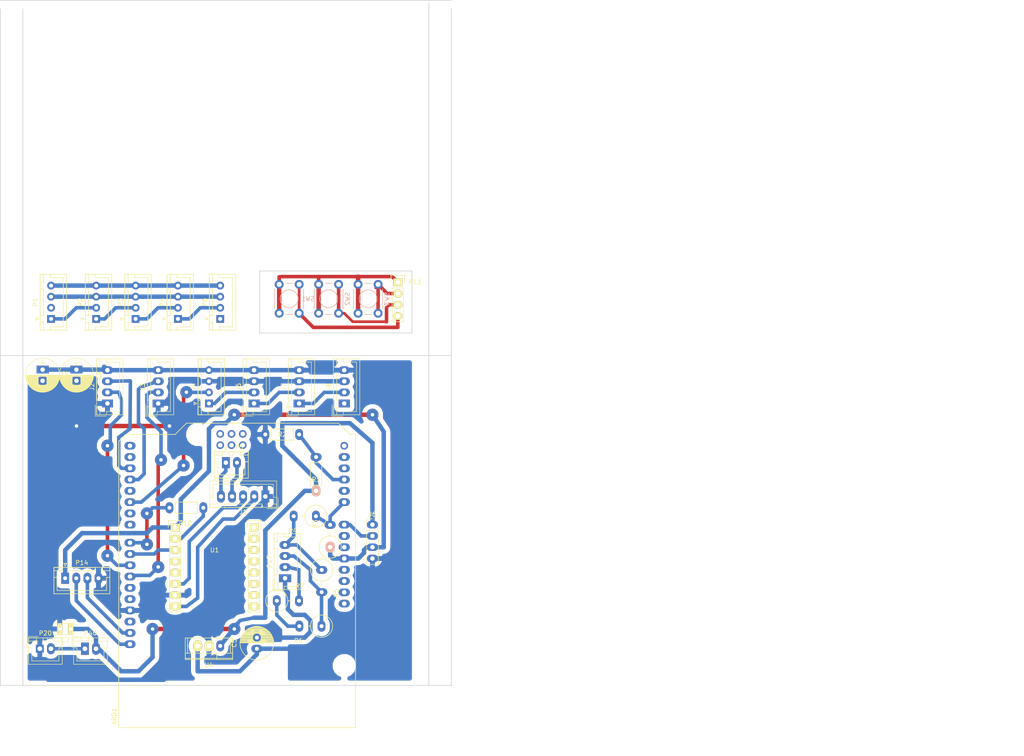
<source format=kicad_pcb>
(kicad_pcb (version 4) (host pcbnew 4.0.4+dfsg1-stable)

  (general
    (links 91)
    (no_connects 3)
    (area 18.974999 41.834999 120.725001 196.290001)
    (thickness 1.6)
    (drawings 35)
    (tracks 320)
    (zones 0)
    (modules 37)
    (nets 73)
  )

  (page A4)
  (layers
    (0 F.Cu signal)
    (31 B.Cu signal)
    (32 B.Adhes user)
    (33 F.Adhes user)
    (34 B.Paste user)
    (35 F.Paste user)
    (36 B.SilkS user)
    (37 F.SilkS user)
    (38 B.Mask user)
    (39 F.Mask user)
    (40 Dwgs.User user)
    (41 Cmts.User user hide)
    (42 Eco1.User user)
    (43 Eco2.User user)
    (44 Edge.Cuts user)
    (45 Margin user hide)
    (46 B.CrtYd user hide)
    (47 F.CrtYd user hide)
    (48 B.Fab user)
    (49 F.Fab user)
  )

  (setup
    (last_trace_width 0.8)
    (trace_clearance 0.3)
    (zone_clearance 1)
    (zone_45_only no)
    (trace_min 0.5)
    (segment_width 0.2)
    (edge_width 0.15)
    (via_size 2.75)
    (via_drill 0.8)
    (via_min_size 0.5)
    (via_min_drill 0.3)
    (uvia_size 0.3)
    (uvia_drill 0.1)
    (uvias_allowed no)
    (uvia_min_size 0.2)
    (uvia_min_drill 0.1)
    (pcb_text_width 0.3)
    (pcb_text_size 1.5 1.5)
    (mod_edge_width 0.15)
    (mod_text_size 1 1)
    (mod_text_width 0.15)
    (pad_size 1.75 2.75)
    (pad_drill 1)
    (pad_to_mask_clearance 0.2)
    (aux_axis_origin 0 0)
    (visible_elements FFFFFF7F)
    (pcbplotparams
      (layerselection 0x01830_00000001)
      (usegerberextensions false)
      (excludeedgelayer true)
      (linewidth 0.100000)
      (plotframeref false)
      (viasonmask false)
      (mode 1)
      (useauxorigin false)
      (hpglpennumber 1)
      (hpglpenspeed 20)
      (hpglpendiameter 15)
      (hpglpenoverlay 2)
      (psnegative false)
      (psa4output false)
      (plotreference true)
      (plotvalue true)
      (plotinvisibletext false)
      (padsonsilk false)
      (subtractmaskfromsilk false)
      (outputformat 5)
      (mirror true)
      (drillshape 1)
      (scaleselection 1)
      (outputdirectory boards/))
  )

  (net 0 "")
  (net 1 "Net-(ARD1-PadRST2)")
  (net 2 "Net-(ARD1-PadGND4)")
  (net 3 "Net-(ARD1-PadMOSI)")
  (net 4 "Net-(ARD1-PadSCK)")
  (net 5 "Net-(ARD1-Pad5V2)")
  (net 6 A0)
  (net 7 "Net-(ARD1-PadGND3)")
  (net 8 "Net-(ARD1-PadGND2)")
  (net 9 +5V)
  (net 10 "Net-(ARD1-Pad3.3V)")
  (net 11 "Net-(ARD1-PadRST1)")
  (net 12 "Net-(ARD1-PadIORF)")
  (net 13 "Net-(ARD1-PadD0)")
  (net 14 "Net-(ARD1-PadD1)")
  (net 15 D2)
  (net 16 D3)
  (net 17 D4)
  (net 18 D5)
  (net 19 D6)
  (net 20 D7)
  (net 21 GND)
  (net 22 D8)
  (net 23 D9)
  (net 24 D10)
  (net 25 "Net-(ARD1-PadAREF)")
  (net 26 D13)
  (net 27 D12)
  (net 28 D11)
  (net 29 "Net-(ARD1-PadA1)")
  (net 30 "Net-(ARD1-PadA3)")
  (net 31 "Net-(ARD1-PadA5)")
  (net 32 "Net-(ARD1-PadMISO)")
  (net 33 SCL)
  (net 34 SDA)
  (net 35 "Net-(U1-Pad5)")
  (net 36 "Net-(U1-Pad4)")
  (net 37 "Net-(U1-Pad9)")
  (net 38 "Net-(U1-Pad10)")
  (net 39 "Net-(U1-Pad11)")
  (net 40 "Net-(U1-Pad12)")
  (net 41 "Net-(U1-Pad13)")
  (net 42 "Net-(U1-Pad14)")
  (net 43 "Net-(U1-Pad15)")
  (net 44 "Net-(U1-Pad16)")
  (net 45 "Net-(R6-Pad2)")
  (net 46 "Net-(P13-Pad2)")
  (net 47 "Net-(P13-Pad3)")
  (net 48 "Net-(P13-Pad4)")
  (net 49 "Net-(P17-Pad2)")
  (net 50 "Net-(P17-Pad3)")
  (net 51 "Net-(P17-Pad4)")
  (net 52 "Net-(R10-Pad1)")
  (net 53 A2)
  (net 54 "Net-(ARD1-PadA4)")
  (net 55 +5VA)
  (net 56 "Net-(J1-Pad2)")
  (net 57 "Net-(J1-Pad3)")
  (net 58 "Net-(J1-Pad4)")
  (net 59 "Net-(J1-Pad5)")
  (net 60 VBATT)
  (net 61 VIN)
  (net 62 "Net-(P20-Pad2)")
  (net 63 "Net-(J4-Pad1)")
  (net 64 "Net-(J5-Pad1)")
  (net 65 "Net-(J7-Pad1)")
  (net 66 "Net-(J8-Pad1)")
  (net 67 "Net-(P1-Pad1)")
  (net 68 "Net-(P1-Pad2)")
  (net 69 "Net-(P2-Pad1)")
  (net 70 "Net-(P3-Pad1)")
  (net 71 "Net-(P4-Pad1)")
  (net 72 "Net-(P6-Pad1)")

  (net_class Default "This is the default net class."
    (clearance 0.3)
    (trace_width 0.8)
    (via_dia 2.75)
    (via_drill 0.8)
    (uvia_dia 0.3)
    (uvia_drill 0.1)
    (add_net A0)
    (add_net A2)
    (add_net D10)
    (add_net D11)
    (add_net D12)
    (add_net D13)
    (add_net D2)
    (add_net D3)
    (add_net D4)
    (add_net D5)
    (add_net D6)
    (add_net D7)
    (add_net D8)
    (add_net D9)
    (add_net "Net-(ARD1-Pad3.3V)")
    (add_net "Net-(ARD1-Pad5V2)")
    (add_net "Net-(ARD1-PadA1)")
    (add_net "Net-(ARD1-PadA3)")
    (add_net "Net-(ARD1-PadA4)")
    (add_net "Net-(ARD1-PadA5)")
    (add_net "Net-(ARD1-PadAREF)")
    (add_net "Net-(ARD1-PadD0)")
    (add_net "Net-(ARD1-PadD1)")
    (add_net "Net-(ARD1-PadGND2)")
    (add_net "Net-(ARD1-PadGND3)")
    (add_net "Net-(ARD1-PadGND4)")
    (add_net "Net-(ARD1-PadIORF)")
    (add_net "Net-(ARD1-PadMISO)")
    (add_net "Net-(ARD1-PadMOSI)")
    (add_net "Net-(ARD1-PadRST1)")
    (add_net "Net-(ARD1-PadRST2)")
    (add_net "Net-(ARD1-PadSCK)")
    (add_net "Net-(J1-Pad2)")
    (add_net "Net-(J1-Pad3)")
    (add_net "Net-(J1-Pad4)")
    (add_net "Net-(J1-Pad5)")
    (add_net "Net-(J4-Pad1)")
    (add_net "Net-(J5-Pad1)")
    (add_net "Net-(J7-Pad1)")
    (add_net "Net-(J8-Pad1)")
    (add_net "Net-(P1-Pad1)")
    (add_net "Net-(P1-Pad2)")
    (add_net "Net-(P13-Pad2)")
    (add_net "Net-(P13-Pad3)")
    (add_net "Net-(P13-Pad4)")
    (add_net "Net-(P17-Pad2)")
    (add_net "Net-(P17-Pad3)")
    (add_net "Net-(P17-Pad4)")
    (add_net "Net-(P2-Pad1)")
    (add_net "Net-(P20-Pad2)")
    (add_net "Net-(P3-Pad1)")
    (add_net "Net-(P4-Pad1)")
    (add_net "Net-(P6-Pad1)")
    (add_net "Net-(R10-Pad1)")
    (add_net "Net-(R6-Pad2)")
    (add_net "Net-(U1-Pad10)")
    (add_net "Net-(U1-Pad11)")
    (add_net "Net-(U1-Pad12)")
    (add_net "Net-(U1-Pad13)")
    (add_net "Net-(U1-Pad14)")
    (add_net "Net-(U1-Pad15)")
    (add_net "Net-(U1-Pad16)")
    (add_net "Net-(U1-Pad4)")
    (add_net "Net-(U1-Pad5)")
    (add_net "Net-(U1-Pad9)")
    (add_net SCL)
    (add_net SDA)
    (add_net VIN)
  )

  (net_class BIG ""
    (clearance 0.3)
    (trace_width 0.8)
    (via_dia 2.75)
    (via_drill 0.8)
    (uvia_dia 0.3)
    (uvia_drill 0.1)
  )

  (net_class PWR ""
    (clearance 0.3)
    (trace_width 1)
    (via_dia 2.75)
    (via_drill 0.8)
    (uvia_dia 0.3)
    (uvia_drill 0.1)
    (add_net +5V)
    (add_net +5VA)
    (add_net GND)
    (add_net VBATT)
  )

  (net_class SMALL ""
    (clearance 0.3)
    (trace_width 0.5)
    (via_dia 2.75)
    (via_drill 0.8)
    (uvia_dia 0.3)
    (uvia_drill 0.1)
  )

  (module Connectors_JST:JST_XH_B04B-XH-A_04x2.50mm_Straight (layer F.Cu) (tedit 5A482CB8) (tstamp 5A4828A2)
    (at 43.18 132.715 90)
    (descr "JST XH series connector, B04B-XH-A, top entry type, through hole")
    (tags "connector jst xh tht top vertical 2.50mm")
    (path /5A482948)
    (fp_text reference J2 (at 3.75 -3.5 90) (layer F.SilkS)
      (effects (font (size 1 1) (thickness 0.15)))
    )
    (fp_text value RED_SWITCH (at 3.75 4.5 90) (layer F.Fab)
      (effects (font (size 1 1) (thickness 0.15)))
    )
    (fp_line (start -2.45 -2.35) (end -2.45 3.4) (layer F.Fab) (width 0.1))
    (fp_line (start -2.45 3.4) (end 9.95 3.4) (layer F.Fab) (width 0.1))
    (fp_line (start 9.95 3.4) (end 9.95 -2.35) (layer F.Fab) (width 0.1))
    (fp_line (start 9.95 -2.35) (end -2.45 -2.35) (layer F.Fab) (width 0.1))
    (fp_line (start -2.95 -2.85) (end -2.95 3.9) (layer F.CrtYd) (width 0.05))
    (fp_line (start -2.95 3.9) (end 10.45 3.9) (layer F.CrtYd) (width 0.05))
    (fp_line (start 10.45 3.9) (end 10.45 -2.85) (layer F.CrtYd) (width 0.05))
    (fp_line (start 10.45 -2.85) (end -2.95 -2.85) (layer F.CrtYd) (width 0.05))
    (fp_line (start -2.55 -2.45) (end -2.55 3.5) (layer F.SilkS) (width 0.12))
    (fp_line (start -2.55 3.5) (end 10.05 3.5) (layer F.SilkS) (width 0.12))
    (fp_line (start 10.05 3.5) (end 10.05 -2.45) (layer F.SilkS) (width 0.12))
    (fp_line (start 10.05 -2.45) (end -2.55 -2.45) (layer F.SilkS) (width 0.12))
    (fp_line (start 0.75 -2.45) (end 0.75 -1.7) (layer F.SilkS) (width 0.12))
    (fp_line (start 0.75 -1.7) (end 6.75 -1.7) (layer F.SilkS) (width 0.12))
    (fp_line (start 6.75 -1.7) (end 6.75 -2.45) (layer F.SilkS) (width 0.12))
    (fp_line (start 6.75 -2.45) (end 0.75 -2.45) (layer F.SilkS) (width 0.12))
    (fp_line (start -2.55 -2.45) (end -2.55 -1.7) (layer F.SilkS) (width 0.12))
    (fp_line (start -2.55 -1.7) (end -0.75 -1.7) (layer F.SilkS) (width 0.12))
    (fp_line (start -0.75 -1.7) (end -0.75 -2.45) (layer F.SilkS) (width 0.12))
    (fp_line (start -0.75 -2.45) (end -2.55 -2.45) (layer F.SilkS) (width 0.12))
    (fp_line (start 8.25 -2.45) (end 8.25 -1.7) (layer F.SilkS) (width 0.12))
    (fp_line (start 8.25 -1.7) (end 10.05 -1.7) (layer F.SilkS) (width 0.12))
    (fp_line (start 10.05 -1.7) (end 10.05 -2.45) (layer F.SilkS) (width 0.12))
    (fp_line (start 10.05 -2.45) (end 8.25 -2.45) (layer F.SilkS) (width 0.12))
    (fp_line (start -2.55 -0.2) (end -1.8 -0.2) (layer F.SilkS) (width 0.12))
    (fp_line (start -1.8 -0.2) (end -1.8 2.75) (layer F.SilkS) (width 0.12))
    (fp_line (start -1.8 2.75) (end 3.75 2.75) (layer F.SilkS) (width 0.12))
    (fp_line (start 10.05 -0.2) (end 9.3 -0.2) (layer F.SilkS) (width 0.12))
    (fp_line (start 9.3 -0.2) (end 9.3 2.75) (layer F.SilkS) (width 0.12))
    (fp_line (start 9.3 2.75) (end 3.75 2.75) (layer F.SilkS) (width 0.12))
    (fp_line (start -0.35 -2.75) (end -2.85 -2.75) (layer F.SilkS) (width 0.12))
    (fp_line (start -2.85 -2.75) (end -2.85 -0.25) (layer F.SilkS) (width 0.12))
    (fp_line (start -0.35 -2.75) (end -2.85 -2.75) (layer F.Fab) (width 0.1))
    (fp_line (start -2.85 -2.75) (end -2.85 -0.25) (layer F.Fab) (width 0.1))
    (fp_text user %R (at 3.75 2.5 90) (layer F.Fab)
      (effects (font (size 1 1) (thickness 0.15)))
    )
    (pad 1 thru_hole rect (at 0 0 90) (size 1.75 2.5) (drill 1) (layers *.Cu *.Mask)
      (net 21 GND))
    (pad 2 thru_hole oval (at 2.5 0 90) (size 1.7272 2.5) (drill 1.016) (layers *.Cu *.Mask)
      (net 24 D10))
    (pad 3 thru_hole oval (at 5 0 90) (size 1.7272 2.5) (drill 1.016) (layers *.Cu *.Mask)
      (net 15 D2))
    (pad 4 thru_hole oval (at 7.5 0 90) (size 1.7272 2.5) (drill 1.016) (layers *.Cu *.Mask)
      (net 55 +5VA))
    (model Connectors_JST.3dshapes/JST_XH_B04B-XH-A_04x2.50mm_Straight.wrl
      (at (xyz 0 0 0))
      (scale (xyz 1 1 1))
      (rotate (xyz 0 0 0))
    )
  )

  (module Arduino:Arduino_Uno_Shield (layer F.Cu) (tedit 5A483EB4) (tstamp 5A28A917)
    (at 99.06 205.74 90)
    (path /5A288319)
    (fp_text reference ARD1 (at 2.54 -54.356 90) (layer F.SilkS)
      (effects (font (size 1 1) (thickness 0.15)))
    )
    (fp_text value UNO_SHIELD (at 5.08 -50.8 90) (layer F.Fab)
      (effects (font (size 1 1) (thickness 0.15)))
    )
    (fp_line (start 9.525 -32.385) (end -6.35 -32.385) (layer B.CrtYd) (width 0.15))
    (fp_line (start 9.525 -43.815) (end -6.35 -43.815) (layer B.CrtYd) (width 0.15))
    (fp_line (start 9.525 -43.815) (end 9.525 -32.385) (layer B.CrtYd) (width 0.15))
    (fp_line (start -6.35 -43.815) (end -6.35 -32.385) (layer B.CrtYd) (width 0.15))
    (fp_text user . (at 62.484 -32.004 90) (layer F.SilkS)
      (effects (font (size 1 1) (thickness 0.15)))
    )
    (fp_line (start 11.43 -12.065) (end 11.43 -3.175) (layer B.CrtYd) (width 0.15))
    (fp_line (start -1.905 -3.175) (end 11.43 -3.175) (layer B.CrtYd) (width 0.15))
    (fp_line (start -1.905 -12.065) (end -1.905 -3.175) (layer B.CrtYd) (width 0.15))
    (fp_line (start -1.905 -12.065) (end 11.43 -12.065) (layer B.CrtYd) (width 0.15))
    (fp_line (start 0 -53.34) (end 0 0) (layer F.SilkS) (width 0.15))
    (fp_line (start 66.04 -40.64) (end 66.04 -51.816) (layer F.SilkS) (width 0.15))
    (fp_line (start 68.58 -38.1) (end 66.04 -40.64) (layer F.SilkS) (width 0.15))
    (fp_line (start 68.58 -3.81) (end 68.58 -38.1) (layer F.SilkS) (width 0.15))
    (fp_line (start 66.04 -1.27) (end 68.58 -3.81) (layer F.SilkS) (width 0.15))
    (fp_line (start 66.04 0) (end 66.04 -1.27) (layer F.SilkS) (width 0.15))
    (fp_line (start 64.516 -53.34) (end 66.04 -51.816) (layer F.SilkS) (width 0.15))
    (fp_line (start 0 0) (end 66.04 0) (layer F.SilkS) (width 0.15))
    (fp_line (start 0 -53.34) (end 64.516 -53.34) (layer F.SilkS) (width 0.15))
    (pad RST2 thru_hole oval (at 63.627 -25.4 90) (size 1.7272 1.72) (drill 1.016) (layers *.Cu *.Mask)
      (net 1 "Net-(ARD1-PadRST2)"))
    (pad GND4 thru_hole oval (at 66.167 -25.4 90) (size 1.7272 1.72) (drill 1.016) (layers *.Cu *.Mask)
      (net 2 "Net-(ARD1-PadGND4)"))
    (pad MOSI thru_hole oval (at 66.167 -27.94 90) (size 1.7272 1.72) (drill 1.016) (layers *.Cu *.Mask)
      (net 3 "Net-(ARD1-PadMOSI)"))
    (pad SCK thru_hole oval (at 63.627 -27.94 90) (size 1.7272 1.72) (drill 1.016) (layers *.Cu *.Mask)
      (net 4 "Net-(ARD1-PadSCK)"))
    (pad 5V2 thru_hole oval (at 66.167 -30.48 90) (size 1.7272 1.72) (drill 1.016) (layers *.Cu *.Mask)
      (net 5 "Net-(ARD1-Pad5V2)"))
    (pad A0 thru_hole oval (at 50.8 -2.54 90) (size 1.7272 2.5) (drill 1.016) (layers *.Cu *.Mask)
      (net 6 A0))
    (pad VIN thru_hole oval (at 45.72 -2.54 90) (size 1.7272 2.5) (drill 1.016) (layers *.Cu *.Mask)
      (net 61 VIN))
    (pad GND3 thru_hole oval (at 43.18 -2.54 90) (size 1.7272 2.5) (drill 1.016) (layers *.Cu *.Mask)
      (net 7 "Net-(ARD1-PadGND3)"))
    (pad GND2 thru_hole oval (at 40.64 -2.54 90) (size 1.7272 2.5) (drill 1.016) (layers *.Cu *.Mask)
      (net 8 "Net-(ARD1-PadGND2)"))
    (pad 5V1 thru_hole oval (at 38.1 -2.54 90) (size 1.7272 2.5) (drill 1.016) (layers *.Cu *.Mask)
      (net 9 +5V))
    (pad 3.3V thru_hole oval (at 35.56 -2.54 90) (size 1.7272 2.5) (drill 1.016) (layers *.Cu *.Mask)
      (net 10 "Net-(ARD1-Pad3.3V)"))
    (pad RST1 thru_hole oval (at 33.02 -2.54 90) (size 1.7272 2.5) (drill 1.016) (layers *.Cu *.Mask)
      (net 11 "Net-(ARD1-PadRST1)"))
    (pad IORF thru_hole oval (at 30.48 -2.54 90) (size 1.7272 2.5) (drill 1.016) (layers *.Cu *.Mask)
      (net 12 "Net-(ARD1-PadIORF)"))
    (pad D0 thru_hole oval (at 63.5 -50.8 90) (size 1.7272 2.5) (drill 1.016) (layers *.Cu *.Mask)
      (net 13 "Net-(ARD1-PadD0)"))
    (pad D1 thru_hole oval (at 60.96 -50.8 90) (size 1.7272 2.5) (drill 1.016) (layers *.Cu *.Mask)
      (net 14 "Net-(ARD1-PadD1)"))
    (pad D2 thru_hole oval (at 58.42 -50.8 90) (size 1.7272 2.5) (drill 1.016) (layers *.Cu *.Mask)
      (net 15 D2))
    (pad D3 thru_hole oval (at 55.88 -50.8 90) (size 1.7272 2.5) (drill 1.016) (layers *.Cu *.Mask)
      (net 16 D3))
    (pad D4 thru_hole oval (at 53.34 -50.8 90) (size 1.7272 2.5) (drill 1.016) (layers *.Cu *.Mask)
      (net 17 D4))
    (pad D5 thru_hole oval (at 50.8 -50.8 90) (size 1.7272 2.5) (drill 1.016) (layers *.Cu *.Mask)
      (net 18 D5))
    (pad D6 thru_hole oval (at 48.26 -50.8 90) (size 1.7272 2.5) (drill 1.016) (layers *.Cu *.Mask)
      (net 19 D6))
    (pad D7 thru_hole oval (at 45.72 -50.8 90) (size 1.7272 2.5) (drill 1.016) (layers *.Cu *.Mask)
      (net 20 D7))
    (pad GND1 thru_hole oval (at 26.416 -50.8 90) (size 1.7272 2.5) (drill 1.016) (layers *.Cu *.Mask)
      (net 21 GND))
    (pad D8 thru_hole oval (at 41.656 -50.8 90) (size 1.7272 2.5) (drill 1.016) (layers *.Cu *.Mask)
      (net 22 D8))
    (pad D9 thru_hole oval (at 39.116 -50.8 90) (size 1.7272 2.5) (drill 1.016) (layers *.Cu *.Mask)
      (net 23 D9))
    (pad D10 thru_hole oval (at 36.576 -50.8 90) (size 1.7272 2.5) (drill 1.016) (layers *.Cu *.Mask)
      (net 24 D10))
    (pad "" np_thru_hole circle (at 66.04 -7.62 90) (size 3.2 3.2) (drill 3.2) (layers *.Cu *.Mask))
    (pad "" np_thru_hole circle (at 66.04 -35.56 90) (size 3.2 3.2) (drill 3.2) (layers *.Cu *.Mask))
    (pad "" np_thru_hole circle (at 15.24 -50.8 90) (size 3.2 3.2) (drill 3.2) (layers *.Cu *.Mask))
    (pad "" np_thru_hole circle (at 13.97 -2.54 90) (size 3.2 3.2) (drill 3.2) (layers *.Cu *.Mask))
    (pad SCL thru_hole oval (at 18.796 -50.8 90) (size 1.7272 2.5) (drill 1.016) (layers *.Cu *.Mask)
      (net 33 SCL))
    (pad SDA thru_hole oval (at 21.336 -50.8 90) (size 1.7272 2.5) (drill 1.016) (layers *.Cu *.Mask)
      (net 34 SDA))
    (pad AREF thru_hole oval (at 23.876 -50.8 90) (size 1.7272 2.5) (drill 1.016) (layers *.Cu *.Mask)
      (net 25 "Net-(ARD1-PadAREF)"))
    (pad D13 thru_hole oval (at 28.956 -50.8 90) (size 1.7272 2.5) (drill 1.016) (layers *.Cu *.Mask)
      (net 26 D13))
    (pad D12 thru_hole oval (at 31.496 -50.8 90) (size 1.7272 2.5) (drill 1.016) (layers *.Cu *.Mask)
      (net 27 D12))
    (pad D11 thru_hole oval (at 34.036 -50.8 90) (size 1.7272 2.5) (drill 1.016) (layers *.Cu *.Mask)
      (net 28 D11))
    (pad "" thru_hole oval (at 27.94 -2.54 90) (size 1.7272 2.5) (drill 1.016) (layers *.Cu *.Mask))
    (pad A1 thru_hole oval (at 53.34 -2.54 90) (size 1.7272 2.5) (drill 1.016) (layers *.Cu *.Mask)
      (net 29 "Net-(ARD1-PadA1)"))
    (pad A2 thru_hole oval (at 55.88 -2.54 90) (size 1.7272 2.5) (drill 1.016) (layers *.Cu *.Mask)
      (net 53 A2))
    (pad A3 thru_hole oval (at 58.42 -2.54 90) (size 1.7272 2.5) (drill 1.016) (layers *.Cu *.Mask)
      (net 30 "Net-(ARD1-PadA3)"))
    (pad A4 thru_hole oval (at 60.96 -2.54 90) (size 1.7272 2.5) (drill 1.016) (layers *.Cu *.Mask)
      (net 54 "Net-(ARD1-PadA4)"))
    (pad A5 thru_hole oval (at 63.5 -2.54 90) (size 1.7272 1.72) (drill 1.016) (layers *.Cu *.Mask)
      (net 31 "Net-(ARD1-PadA5)"))
    (pad MISO thru_hole oval (at 63.627 -30.48 90) (size 1.7272 1.72) (drill 1.016) (layers *.Cu *.Mask)
      (net 32 "Net-(ARD1-PadMISO)"))
  )

  (module Resistors_ThroughHole:Resistor_Vertical_RM5mm (layer F.Cu) (tedit 5A3440CB) (tstamp 5A29CAC7)
    (at 87.63 158.115 180)
    (descr "Resistor, Vertical, RM 5mm, 1/3W,")
    (tags "Resistor, Vertical, RM 5mm, 1/3W,")
    (path /5A29AEF5)
    (fp_text reference R4 (at 2.70002 -3.29946 180) (layer F.SilkS)
      (effects (font (size 1 1) (thickness 0.15)))
    )
    (fp_text value 330 (at 0 1.905 180) (layer F.Fab)
      (effects (font (size 1 1) (thickness 0.15)))
    )
    (fp_line (start -0.09906 0) (end 0.9017 0) (layer F.SilkS) (width 0.15))
    (fp_circle (center -2.49936 0) (end 0 0) (layer F.SilkS) (width 0.15))
    (pad 1 thru_hole oval (at -2.49936 0 180) (size 1.75 2.5) (drill 0.9) (layers *.Cu *.Mask)
      (net 6 A0))
    (pad 2 thru_hole oval (at 2.5019 0 180) (size 1.75 2.5) (drill 0.9) (layers *.Cu *.Mask)
      (net 51 "Net-(P17-Pad4)"))
  )

  (module Connectors_JST:JST_XH_B02B-XH-A_02x2.50mm_Straight (layer F.Cu) (tedit 5A3441DC) (tstamp 5A28A953)
    (at 69.85 146.05)
    (descr "JST XH series connector, B02B-XH-A, top entry type, through hole")
    (tags "connector jst xh tht top vertical 2.50mm")
    (path /5A288E13)
    (fp_text reference P5 (at 3 -3.5) (layer F.SilkS)
      (effects (font (size 1 1) (thickness 0.15)))
    )
    (fp_text value SPK (at 1.25 4.5) (layer F.Fab)
      (effects (font (size 1 1) (thickness 0.15)))
    )
    (fp_line (start -2.95 -2.85) (end -2.95 3.9) (layer F.CrtYd) (width 0.05))
    (fp_line (start -2.95 3.9) (end 5.45 3.9) (layer F.CrtYd) (width 0.05))
    (fp_line (start 5.45 3.9) (end 5.45 -2.85) (layer F.CrtYd) (width 0.05))
    (fp_line (start 5.45 -2.85) (end -2.95 -2.85) (layer F.CrtYd) (width 0.05))
    (fp_line (start -2.55 -2.45) (end -2.55 3.5) (layer F.SilkS) (width 0.15))
    (fp_line (start -2.55 3.5) (end 5.05 3.5) (layer F.SilkS) (width 0.15))
    (fp_line (start 5.05 3.5) (end 5.05 -2.45) (layer F.SilkS) (width 0.15))
    (fp_line (start 5.05 -2.45) (end -2.55 -2.45) (layer F.SilkS) (width 0.15))
    (fp_line (start 0.75 -2.45) (end 0.75 -1.7) (layer F.SilkS) (width 0.15))
    (fp_line (start 0.75 -1.7) (end 1.75 -1.7) (layer F.SilkS) (width 0.15))
    (fp_line (start 1.75 -1.7) (end 1.75 -2.45) (layer F.SilkS) (width 0.15))
    (fp_line (start 1.75 -2.45) (end 0.75 -2.45) (layer F.SilkS) (width 0.15))
    (fp_line (start -2.55 -2.45) (end -2.55 -1.7) (layer F.SilkS) (width 0.15))
    (fp_line (start -2.55 -1.7) (end -0.75 -1.7) (layer F.SilkS) (width 0.15))
    (fp_line (start -0.75 -1.7) (end -0.75 -2.45) (layer F.SilkS) (width 0.15))
    (fp_line (start -0.75 -2.45) (end -2.55 -2.45) (layer F.SilkS) (width 0.15))
    (fp_line (start 3.25 -2.45) (end 3.25 -1.7) (layer F.SilkS) (width 0.15))
    (fp_line (start 3.25 -1.7) (end 5.05 -1.7) (layer F.SilkS) (width 0.15))
    (fp_line (start 5.05 -1.7) (end 5.05 -2.45) (layer F.SilkS) (width 0.15))
    (fp_line (start 5.05 -2.45) (end 3.25 -2.45) (layer F.SilkS) (width 0.15))
    (fp_line (start -2.55 -0.2) (end -1.8 -0.2) (layer F.SilkS) (width 0.15))
    (fp_line (start -1.8 -0.2) (end -1.8 2.75) (layer F.SilkS) (width 0.15))
    (fp_line (start -1.8 2.75) (end 1.25 2.75) (layer F.SilkS) (width 0.15))
    (fp_line (start 5.05 -0.2) (end 4.3 -0.2) (layer F.SilkS) (width 0.15))
    (fp_line (start 4.3 -0.2) (end 4.3 2.75) (layer F.SilkS) (width 0.15))
    (fp_line (start 4.3 2.75) (end 1.25 2.75) (layer F.SilkS) (width 0.15))
    (fp_line (start 0 -2.75) (end -0.3 -3.35) (layer F.SilkS) (width 0.15))
    (fp_line (start -0.3 -3.35) (end 0.3 -3.35) (layer F.SilkS) (width 0.15))
    (fp_line (start 0.3 -3.35) (end 0 -2.75) (layer F.SilkS) (width 0.15))
    (pad 1 thru_hole rect (at 0 0) (size 1.75 2.5) (drill 1) (layers *.Cu *.Mask)
      (net 59 "Net-(J1-Pad5)"))
    (pad 2 thru_hole oval (at 2.5 0) (size 1.75 2.5) (drill 0.9) (layers *.Cu *.Mask)
      (net 58 "Net-(J1-Pad4)"))
    (model Connectors_JST.3dshapes/JST_XH_B02B-XH-A_02x2.50mm_Straight.wrl
      (at (xyz 0 0 0))
      (scale (xyz 1 1 1))
      (rotate (xyz 0 0 0))
    )
  )

  (module Resistors_ThroughHole:Resistor_Horizontal_RM7mm (layer F.Cu) (tedit 5A3441AE) (tstamp 5A28A970)
    (at 90.17 152.4 90)
    (descr "Resistor, Axial,  RM 7.62mm, 1/3W,")
    (tags "Resistor Axial RM 7.62mm 1/3W R3")
    (path /5A28FE68)
    (fp_text reference R1 (at 2.54 0 180) (layer F.SilkS)
      (effects (font (size 1 1) (thickness 0.15)))
    )
    (fp_text value 5k (at 3.81 0.635 90) (layer F.Fab)
      (effects (font (size 1 1) (thickness 0.15)))
    )
    (fp_line (start -1.25 -1.5) (end 8.85 -1.5) (layer F.CrtYd) (width 0.05))
    (fp_line (start -1.25 1.5) (end -1.25 -1.5) (layer F.CrtYd) (width 0.05))
    (fp_line (start 8.85 -1.5) (end 8.85 1.5) (layer F.CrtYd) (width 0.05))
    (fp_line (start -1.25 1.5) (end 8.85 1.5) (layer F.CrtYd) (width 0.05))
    (fp_line (start 1.27 -1.27) (end 6.35 -1.27) (layer F.SilkS) (width 0.15))
    (fp_line (start 6.35 -1.27) (end 6.35 1.27) (layer F.SilkS) (width 0.15))
    (fp_line (start 6.35 1.27) (end 1.27 1.27) (layer F.SilkS) (width 0.15))
    (fp_line (start 1.27 1.27) (end 1.27 -1.27) (layer F.SilkS) (width 0.15))
    (pad 1 thru_hole oval (at 0 0 90) (size 2.5 1.99898) (drill 1.00076) (layers *.Cu *.SilkS *.Mask)
      (net 60 VBATT))
    (pad 2 thru_hole oval (at 7.62 0 90) (size 1.75 2.5) (drill 0.9) (layers *.Cu *.Mask)
      (net 53 A2))
  )

  (module Resistors_ThroughHole:Resistor_Horizontal_RM7mm (layer F.Cu) (tedit 5A34418A) (tstamp 5A28A976)
    (at 86.36 139.7 180)
    (descr "Resistor, Axial,  RM 7.62mm, 1/3W,")
    (tags "Resistor Axial RM 7.62mm 1/3W R3")
    (path /5A28FED5)
    (fp_text reference R2 (at 3.81 0 180) (layer F.SilkS)
      (effects (font (size 1 1) (thickness 0.15)))
    )
    (fp_text value 5k (at 3.81 -1.27 180) (layer F.Fab)
      (effects (font (size 1 1) (thickness 0.15)))
    )
    (fp_line (start -1.25 -1.5) (end 8.85 -1.5) (layer F.CrtYd) (width 0.05))
    (fp_line (start -1.25 1.5) (end -1.25 -1.5) (layer F.CrtYd) (width 0.05))
    (fp_line (start 8.85 -1.5) (end 8.85 1.5) (layer F.CrtYd) (width 0.05))
    (fp_line (start -1.25 1.5) (end 8.85 1.5) (layer F.CrtYd) (width 0.05))
    (fp_line (start 1.27 -1.27) (end 6.35 -1.27) (layer F.SilkS) (width 0.15))
    (fp_line (start 6.35 -1.27) (end 6.35 1.27) (layer F.SilkS) (width 0.15))
    (fp_line (start 6.35 1.27) (end 1.27 1.27) (layer F.SilkS) (width 0.15))
    (fp_line (start 1.27 1.27) (end 1.27 -1.27) (layer F.SilkS) (width 0.15))
    (pad 1 thru_hole oval (at 0 0 180) (size 1.75 2.5) (drill 0.9) (layers *.Cu *.Mask)
      (net 53 A2))
    (pad 2 thru_hole oval (at 7.62 0 180) (size 1.75 2.5) (drill 0.9) (layers *.Cu *.Mask)
      (net 21 GND))
  )

  (module Arduino:dfplayer_mini (layer F.Cu) (tedit 5A343C9C) (tstamp 5A28A9A0)
    (at 57.15 160.655)
    (descr "Through hole pin header")
    (tags "pin header")
    (path /5A288A03)
    (fp_text reference U1 (at 10.16 5.08) (layer F.SilkS)
      (effects (font (size 1 1) (thickness 0.15)))
    )
    (fp_text value DFPLAYER_MINI (at 10.16 8.89) (layer F.Fab)
      (effects (font (size 1 1) (thickness 0.15)))
    )
    (fp_line (start -0.28 -1.55) (end 2.82 -1.55) (layer F.SilkS) (width 0.15))
    (fp_line (start -0.28 0) (end -0.28 -1.55) (layer F.SilkS) (width 0.15))
    (fp_line (start 2.54 1.27) (end 0 1.27) (layer F.SilkS) (width 0.15))
    (fp_line (start 2.82 -1.55) (end 2.82 0) (layer F.SilkS) (width 0.15))
    (fp_line (start 0 19.05) (end 0 1.27) (layer F.SilkS) (width 0.15))
    (fp_line (start 2.54 19.05) (end 0 19.05) (layer F.SilkS) (width 0.15))
    (fp_line (start 2.54 1.27) (end 2.54 19.05) (layer F.SilkS) (width 0.15))
    (fp_line (start -0.48 19.55) (end 3.02 19.55) (layer F.CrtYd) (width 0.05))
    (fp_line (start -0.48 -1.75) (end 3.02 -1.75) (layer F.CrtYd) (width 0.05))
    (fp_line (start 3.02 -1.75) (end 3.02 19.55) (layer F.CrtYd) (width 0.05))
    (fp_line (start -0.48 -1.75) (end -0.48 19.55) (layer F.CrtYd) (width 0.05))
    (fp_line (start 17.3 -1.75) (end 17.3 19.55) (layer F.CrtYd) (width 0.05))
    (fp_line (start 20.8 -1.75) (end 20.8 19.55) (layer F.CrtYd) (width 0.05))
    (fp_line (start 17.3 -1.75) (end 20.8 -1.75) (layer F.CrtYd) (width 0.05))
    (fp_line (start 17.3 19.55) (end 20.8 19.55) (layer F.CrtYd) (width 0.05))
    (fp_line (start 20.32 1.27) (end 20.32 19.05) (layer F.SilkS) (width 0.15))
    (fp_line (start 20.32 19.05) (end 17.78 19.05) (layer F.SilkS) (width 0.15))
    (fp_line (start 17.78 19.05) (end 17.78 1.27) (layer F.SilkS) (width 0.15))
    (fp_line (start 20.6 -1.55) (end 20.6 0) (layer F.SilkS) (width 0.15))
    (fp_line (start 20.32 1.27) (end 17.78 1.27) (layer F.SilkS) (width 0.15))
    (fp_line (start 17.5 0) (end 17.5 -1.55) (layer F.SilkS) (width 0.15))
    (fp_line (start 17.5 -1.55) (end 20.6 -1.55) (layer F.SilkS) (width 0.15))
    (pad 8 thru_hole oval (at 1.27 17.78) (size 2.5 1.7272) (drill 1.016) (layers *.Cu *.Mask F.SilkS)
      (net 56 "Net-(J1-Pad2)"))
    (pad 7 thru_hole oval (at 1.27 15.24) (size 2.5 1.7272) (drill 1.016) (layers *.Cu *.Mask F.SilkS)
      (net 21 GND))
    (pad 6 thru_hole oval (at 1.27 12.7) (size 2.5 1.7272) (drill 1.016) (layers *.Cu *.Mask F.SilkS)
      (net 57 "Net-(J1-Pad3)"))
    (pad 5 thru_hole oval (at 1.27 10.16) (size 2.5 1.7272) (drill 1.016) (layers *.Cu *.Mask F.SilkS)
      (net 35 "Net-(U1-Pad5)"))
    (pad 4 thru_hole oval (at 1.27 7.62) (size 2.5 1.7272) (drill 1.016) (layers *.Cu *.Mask F.SilkS)
      (net 36 "Net-(U1-Pad4)"))
    (pad 3 thru_hole oval (at 1.27 5.08) (size 2.5 1.7272) (drill 1.016) (layers *.Cu *.Mask F.SilkS)
      (net 23 D9))
    (pad 2 thru_hole oval (at 1.27 2.54) (size 2.5 1.7272) (drill 1.016) (layers *.Cu *.Mask F.SilkS)
      (net 52 "Net-(R10-Pad1)"))
    (pad 1 thru_hole rect (at 1.27 0) (size 2.032 1.7272) (drill 1.016) (layers *.Cu *.Mask F.SilkS)
      (net 9 +5V))
    (pad 9 thru_hole rect (at 19.05 0) (size 2.032 1.7272) (drill 1.016) (layers *.Cu *.Mask F.SilkS)
      (net 37 "Net-(U1-Pad9)"))
    (pad 10 thru_hole oval (at 19.05 2.54) (size 2.5 1.7272) (drill 1.016) (layers *.Cu *.Mask F.SilkS)
      (net 38 "Net-(U1-Pad10)"))
    (pad 11 thru_hole oval (at 19.05 5.08) (size 2.5 1.7272) (drill 1.016) (layers *.Cu *.Mask F.SilkS)
      (net 39 "Net-(U1-Pad11)"))
    (pad 12 thru_hole oval (at 19.05 7.62) (size 2.5 1.7272) (drill 1.016) (layers *.Cu *.Mask F.SilkS)
      (net 40 "Net-(U1-Pad12)"))
    (pad 13 thru_hole oval (at 19.05 10.16) (size 2.5 1.7272) (drill 1.016) (layers *.Cu *.Mask F.SilkS)
      (net 41 "Net-(U1-Pad13)"))
    (pad 14 thru_hole oval (at 19.05 12.7) (size 2.5 1.7272) (drill 1.016) (layers *.Cu *.Mask F.SilkS)
      (net 42 "Net-(U1-Pad14)"))
    (pad 15 thru_hole oval (at 19.05 15.24) (size 2.5 1.7272) (drill 1.016) (layers *.Cu *.Mask F.SilkS)
      (net 43 "Net-(U1-Pad15)"))
    (pad 16 thru_hole oval (at 19.05 17.78) (size 2.5 1.7272) (drill 1.016) (layers *.Cu *.Mask F.SilkS)
      (net 44 "Net-(U1-Pad16)"))
    (model Pin_Headers.3dshapes/Pin_Header_Straight_1x08.wrl
      (at (xyz 0 -0.35 0))
      (scale (xyz 1 1 1))
      (rotate (xyz 0 0 90))
    )
  )

  (module Buttons_Switches_ThroughHole:SW_PUSH_6mm (layer B.Cu) (tedit 5A2C5D78) (tstamp 5A29A650)
    (at 86.36 112.395 90)
    (descr https://www.omron.com/ecb/products/pdf/en-b3f.pdf)
    (tags "tact sw push 6mm")
    (path /5A29A2CF)
    (fp_text reference SW1 (at 3.25 2 180) (layer B.SilkS)
      (effects (font (size 1 1) (thickness 0.15)) (justify mirror))
    )
    (fp_text value BTN_UP (at 3.75 -6.7 90) (layer B.Fab)
      (effects (font (size 1 1) (thickness 0.15)) (justify mirror))
    )
    (fp_line (start 3.25 0.75) (end 6.25 0.75) (layer B.Fab) (width 0.15))
    (fp_line (start 6.25 0.75) (end 6.25 -5.25) (layer B.Fab) (width 0.15))
    (fp_line (start 6.25 -5.25) (end 0.25 -5.25) (layer B.Fab) (width 0.15))
    (fp_line (start 0.25 -5.25) (end 0.25 0.75) (layer B.Fab) (width 0.15))
    (fp_line (start 0.25 0.75) (end 3.25 0.75) (layer B.Fab) (width 0.15))
    (fp_line (start 7.75 -6) (end 8 -6) (layer B.CrtYd) (width 0.05))
    (fp_line (start 8 -6) (end 8 -5.75) (layer B.CrtYd) (width 0.05))
    (fp_line (start 7.75 1.5) (end 8 1.5) (layer B.CrtYd) (width 0.05))
    (fp_line (start 8 1.5) (end 8 1.25) (layer B.CrtYd) (width 0.05))
    (fp_line (start -1.5 1.25) (end -1.5 1.5) (layer B.CrtYd) (width 0.05))
    (fp_line (start -1.5 1.5) (end -1.25 1.5) (layer B.CrtYd) (width 0.05))
    (fp_line (start -1.5 -5.75) (end -1.5 -6) (layer B.CrtYd) (width 0.05))
    (fp_line (start -1.5 -6) (end -1.25 -6) (layer B.CrtYd) (width 0.05))
    (fp_circle (center 3.25 -2.25) (end 1.25 -2.5) (layer B.SilkS) (width 0.15))
    (fp_line (start -1.25 1.5) (end 7.75 1.5) (layer B.CrtYd) (width 0.05))
    (fp_line (start -1.5 -5.75) (end -1.5 1.25) (layer B.CrtYd) (width 0.05))
    (fp_line (start 7.75 -6) (end -1.25 -6) (layer B.CrtYd) (width 0.05))
    (fp_line (start 8 1.25) (end 8 -5.75) (layer B.CrtYd) (width 0.05))
    (fp_line (start 1 -5.5) (end 5.5 -5.5) (layer B.SilkS) (width 0.15))
    (fp_line (start -0.25 -1.5) (end -0.25 -3) (layer B.SilkS) (width 0.15))
    (fp_line (start 5.5 1) (end 1 1) (layer B.SilkS) (width 0.15))
    (fp_line (start 6.75 -3) (end 6.75 -1.5) (layer B.SilkS) (width 0.15))
    (pad 2 thru_hole circle (at 0 -4.5) (size 2 2) (drill 1.1) (layers *.Cu *.Mask)
      (net 21 GND))
    (pad 1 thru_hole circle (at 0 0) (size 2 2) (drill 1.1) (layers *.Cu *.Mask)
      (net 48 "Net-(P13-Pad4)"))
    (pad 2 thru_hole circle (at 6.5 -4.5) (size 2 2) (drill 1.1) (layers *.Cu *.Mask)
      (net 21 GND))
    (pad 1 thru_hole circle (at 6.5 0) (size 2 2) (drill 1.1) (layers *.Cu *.Mask)
      (net 48 "Net-(P13-Pad4)"))
  )

  (module Buttons_Switches_ThroughHole:SW_PUSH_6mm (layer B.Cu) (tedit 57BABF74) (tstamp 5A29A658)
    (at 95.25 112.395 90)
    (descr https://www.omron.com/ecb/products/pdf/en-b3f.pdf)
    (tags "tact sw push 6mm")
    (path /5A29A3B2)
    (fp_text reference SW2 (at 3.25 2 90) (layer B.SilkS)
      (effects (font (size 1 1) (thickness 0.15)) (justify mirror))
    )
    (fp_text value BTN_DWN (at 3.75 -6.7 90) (layer B.Fab)
      (effects (font (size 1 1) (thickness 0.15)) (justify mirror))
    )
    (fp_line (start 3.25 0.75) (end 6.25 0.75) (layer B.Fab) (width 0.15))
    (fp_line (start 6.25 0.75) (end 6.25 -5.25) (layer B.Fab) (width 0.15))
    (fp_line (start 6.25 -5.25) (end 0.25 -5.25) (layer B.Fab) (width 0.15))
    (fp_line (start 0.25 -5.25) (end 0.25 0.75) (layer B.Fab) (width 0.15))
    (fp_line (start 0.25 0.75) (end 3.25 0.75) (layer B.Fab) (width 0.15))
    (fp_line (start 7.75 -6) (end 8 -6) (layer B.CrtYd) (width 0.05))
    (fp_line (start 8 -6) (end 8 -5.75) (layer B.CrtYd) (width 0.05))
    (fp_line (start 7.75 1.5) (end 8 1.5) (layer B.CrtYd) (width 0.05))
    (fp_line (start 8 1.5) (end 8 1.25) (layer B.CrtYd) (width 0.05))
    (fp_line (start -1.5 1.25) (end -1.5 1.5) (layer B.CrtYd) (width 0.05))
    (fp_line (start -1.5 1.5) (end -1.25 1.5) (layer B.CrtYd) (width 0.05))
    (fp_line (start -1.5 -5.75) (end -1.5 -6) (layer B.CrtYd) (width 0.05))
    (fp_line (start -1.5 -6) (end -1.25 -6) (layer B.CrtYd) (width 0.05))
    (fp_circle (center 3.25 -2.25) (end 1.25 -2.5) (layer B.SilkS) (width 0.15))
    (fp_line (start -1.25 1.5) (end 7.75 1.5) (layer B.CrtYd) (width 0.05))
    (fp_line (start -1.5 -5.75) (end -1.5 1.25) (layer B.CrtYd) (width 0.05))
    (fp_line (start 7.75 -6) (end -1.25 -6) (layer B.CrtYd) (width 0.05))
    (fp_line (start 8 1.25) (end 8 -5.75) (layer B.CrtYd) (width 0.05))
    (fp_line (start 1 -5.5) (end 5.5 -5.5) (layer B.SilkS) (width 0.15))
    (fp_line (start -0.25 -1.5) (end -0.25 -3) (layer B.SilkS) (width 0.15))
    (fp_line (start 5.5 1) (end 1 1) (layer B.SilkS) (width 0.15))
    (fp_line (start 6.75 -3) (end 6.75 -1.5) (layer B.SilkS) (width 0.15))
    (pad 2 thru_hole circle (at 0 -4.5) (size 2 2) (drill 1.1) (layers *.Cu *.Mask)
      (net 21 GND))
    (pad 1 thru_hole circle (at 0 0) (size 2 2) (drill 1.1) (layers *.Cu *.Mask)
      (net 47 "Net-(P13-Pad3)"))
    (pad 2 thru_hole circle (at 6.5 -4.5) (size 2 2) (drill 1.1) (layers *.Cu *.Mask)
      (net 21 GND))
    (pad 1 thru_hole circle (at 6.5 0) (size 2 2) (drill 1.1) (layers *.Cu *.Mask)
      (net 47 "Net-(P13-Pad3)"))
  )

  (module Buttons_Switches_ThroughHole:SW_PUSH_6mm (layer B.Cu) (tedit 57BABF74) (tstamp 5A29A660)
    (at 104.14 112.395 90)
    (descr https://www.omron.com/ecb/products/pdf/en-b3f.pdf)
    (tags "tact sw push 6mm")
    (path /5A29A3FA)
    (fp_text reference SW3 (at 3.25 2 90) (layer B.SilkS)
      (effects (font (size 1 1) (thickness 0.15)) (justify mirror))
    )
    (fp_text value BTN_SEL (at 3.75 -6.7 90) (layer B.Fab)
      (effects (font (size 1 1) (thickness 0.15)) (justify mirror))
    )
    (fp_line (start 3.25 0.75) (end 6.25 0.75) (layer B.Fab) (width 0.15))
    (fp_line (start 6.25 0.75) (end 6.25 -5.25) (layer B.Fab) (width 0.15))
    (fp_line (start 6.25 -5.25) (end 0.25 -5.25) (layer B.Fab) (width 0.15))
    (fp_line (start 0.25 -5.25) (end 0.25 0.75) (layer B.Fab) (width 0.15))
    (fp_line (start 0.25 0.75) (end 3.25 0.75) (layer B.Fab) (width 0.15))
    (fp_line (start 7.75 -6) (end 8 -6) (layer B.CrtYd) (width 0.05))
    (fp_line (start 8 -6) (end 8 -5.75) (layer B.CrtYd) (width 0.05))
    (fp_line (start 7.75 1.5) (end 8 1.5) (layer B.CrtYd) (width 0.05))
    (fp_line (start 8 1.5) (end 8 1.25) (layer B.CrtYd) (width 0.05))
    (fp_line (start -1.5 1.25) (end -1.5 1.5) (layer B.CrtYd) (width 0.05))
    (fp_line (start -1.5 1.5) (end -1.25 1.5) (layer B.CrtYd) (width 0.05))
    (fp_line (start -1.5 -5.75) (end -1.5 -6) (layer B.CrtYd) (width 0.05))
    (fp_line (start -1.5 -6) (end -1.25 -6) (layer B.CrtYd) (width 0.05))
    (fp_circle (center 3.25 -2.25) (end 1.25 -2.5) (layer B.SilkS) (width 0.15))
    (fp_line (start -1.25 1.5) (end 7.75 1.5) (layer B.CrtYd) (width 0.05))
    (fp_line (start -1.5 -5.75) (end -1.5 1.25) (layer B.CrtYd) (width 0.05))
    (fp_line (start 7.75 -6) (end -1.25 -6) (layer B.CrtYd) (width 0.05))
    (fp_line (start 8 1.25) (end 8 -5.75) (layer B.CrtYd) (width 0.05))
    (fp_line (start 1 -5.5) (end 5.5 -5.5) (layer B.SilkS) (width 0.15))
    (fp_line (start -0.25 -1.5) (end -0.25 -3) (layer B.SilkS) (width 0.15))
    (fp_line (start 5.5 1) (end 1 1) (layer B.SilkS) (width 0.15))
    (fp_line (start 6.75 -3) (end 6.75 -1.5) (layer B.SilkS) (width 0.15))
    (pad 2 thru_hole circle (at 0 -4.5) (size 2 2) (drill 1.1) (layers *.Cu *.Mask)
      (net 21 GND))
    (pad 1 thru_hole circle (at 0 0) (size 2 2) (drill 1.1) (layers *.Cu *.Mask)
      (net 46 "Net-(P13-Pad2)"))
    (pad 2 thru_hole circle (at 6.5 -4.5) (size 2 2) (drill 1.1) (layers *.Cu *.Mask)
      (net 21 GND))
    (pad 1 thru_hole circle (at 6.5 0) (size 2 2) (drill 1.1) (layers *.Cu *.Mask)
      (net 46 "Net-(P13-Pad2)"))
  )

  (module Connectors_JST:JST_XH_B04B-XH-A_04x2.50mm_Straight (layer F.Cu) (tedit 5A343D33) (tstamp 5A29C5AA)
    (at 33.655 172.085)
    (descr "JST XH series connector, B04B-XH-A, top entry type, through hole")
    (tags "connector jst xh tht top vertical 2.50mm")
    (path /5A2A2AC0)
    (fp_text reference P14 (at 3.75 -3.5) (layer F.SilkS)
      (effects (font (size 1 1) (thickness 0.15)))
    )
    (fp_text value OLED_OUT (at 3.75 4.5) (layer F.Fab)
      (effects (font (size 1 1) (thickness 0.15)))
    )
    (fp_line (start -2.95 -2.85) (end -2.95 3.9) (layer F.CrtYd) (width 0.05))
    (fp_line (start -2.95 3.9) (end 10.4 3.9) (layer F.CrtYd) (width 0.05))
    (fp_line (start 10.4 3.9) (end 10.4 -2.85) (layer F.CrtYd) (width 0.05))
    (fp_line (start 10.4 -2.85) (end -2.95 -2.85) (layer F.CrtYd) (width 0.05))
    (fp_line (start -2.55 -2.45) (end -2.55 3.5) (layer F.SilkS) (width 0.15))
    (fp_line (start -2.55 3.5) (end 10.05 3.5) (layer F.SilkS) (width 0.15))
    (fp_line (start 10.05 3.5) (end 10.05 -2.45) (layer F.SilkS) (width 0.15))
    (fp_line (start 10.05 -2.45) (end -2.55 -2.45) (layer F.SilkS) (width 0.15))
    (fp_line (start 0.75 -2.45) (end 0.75 -1.7) (layer F.SilkS) (width 0.15))
    (fp_line (start 0.75 -1.7) (end 6.75 -1.7) (layer F.SilkS) (width 0.15))
    (fp_line (start 6.75 -1.7) (end 6.75 -2.45) (layer F.SilkS) (width 0.15))
    (fp_line (start 6.75 -2.45) (end 0.75 -2.45) (layer F.SilkS) (width 0.15))
    (fp_line (start -2.55 -2.45) (end -2.55 -1.7) (layer F.SilkS) (width 0.15))
    (fp_line (start -2.55 -1.7) (end -0.75 -1.7) (layer F.SilkS) (width 0.15))
    (fp_line (start -0.75 -1.7) (end -0.75 -2.45) (layer F.SilkS) (width 0.15))
    (fp_line (start -0.75 -2.45) (end -2.55 -2.45) (layer F.SilkS) (width 0.15))
    (fp_line (start 8.25 -2.45) (end 8.25 -1.7) (layer F.SilkS) (width 0.15))
    (fp_line (start 8.25 -1.7) (end 10.05 -1.7) (layer F.SilkS) (width 0.15))
    (fp_line (start 10.05 -1.7) (end 10.05 -2.45) (layer F.SilkS) (width 0.15))
    (fp_line (start 10.05 -2.45) (end 8.25 -2.45) (layer F.SilkS) (width 0.15))
    (fp_line (start -2.55 -0.2) (end -1.8 -0.2) (layer F.SilkS) (width 0.15))
    (fp_line (start -1.8 -0.2) (end -1.8 2.75) (layer F.SilkS) (width 0.15))
    (fp_line (start -1.8 2.75) (end 3.75 2.75) (layer F.SilkS) (width 0.15))
    (fp_line (start 10.05 -0.2) (end 9.3 -0.2) (layer F.SilkS) (width 0.15))
    (fp_line (start 9.3 -0.2) (end 9.3 2.75) (layer F.SilkS) (width 0.15))
    (fp_line (start 9.3 2.75) (end 3.75 2.75) (layer F.SilkS) (width 0.15))
    (fp_line (start 0 -2.75) (end -0.3 -3.35) (layer F.SilkS) (width 0.15))
    (fp_line (start -0.3 -3.35) (end 0.3 -3.35) (layer F.SilkS) (width 0.15))
    (fp_line (start 0.3 -3.35) (end 0 -2.75) (layer F.SilkS) (width 0.15))
    (pad 1 thru_hole rect (at 0 0) (size 1.75 2.5) (drill 0.9) (layers *.Cu *.Mask)
      (net 9 +5V))
    (pad 2 thru_hole oval (at 2.5 0) (size 1.75 2.5) (drill 0.9) (layers *.Cu *.Mask)
      (net 33 SCL))
    (pad 3 thru_hole oval (at 5 0) (size 1.75 2.5) (drill 0.9) (layers *.Cu *.Mask)
      (net 34 SDA))
    (pad 4 thru_hole oval (at 7.5 0) (size 1.75 2.5) (drill 0.9) (layers *.Cu *.Mask)
      (net 21 GND))
    (model Connectors_JST.3dshapes/JST_XH_B04B-XH-A_04x2.50mm_Straight.wrl
      (at (xyz 0 0 0))
      (scale (xyz 1 1 1))
      (rotate (xyz 0 0 0))
    )
  )

  (module Resistors_ThroughHole:Resistor_Vertical_RM5mm (layer F.Cu) (tedit 5A3440C6) (tstamp 5A29CACD)
    (at 91.44 172.72 270)
    (descr "Resistor, Vertical, RM 5mm, 1/3W,")
    (tags "Resistor, Vertical, RM 5mm, 1/3W,")
    (path /5A29AF42)
    (fp_text reference R5 (at 2.70002 -3.29946 270) (layer F.SilkS)
      (effects (font (size 1 1) (thickness 0.15)))
    )
    (fp_text value 620 (at -0.635 1.27 270) (layer F.Fab)
      (effects (font (size 1 1) (thickness 0.15)))
    )
    (fp_line (start -0.09906 0) (end 0.9017 0) (layer F.SilkS) (width 0.15))
    (fp_circle (center -2.49936 0) (end 0 0) (layer F.SilkS) (width 0.15))
    (pad 1 thru_hole oval (at -2.49936 0 270) (size 1.75 2.5) (drill 0.9) (layers *.Cu *.Mask)
      (net 51 "Net-(P17-Pad4)"))
    (pad 2 thru_hole oval (at 2.5019 0 270) (size 1.75 2.5) (drill 0.9) (layers *.Cu *.Mask)
      (net 50 "Net-(P17-Pad3)"))
  )

  (module Resistors_ThroughHole:Resistor_Vertical_RM5mm (layer F.Cu) (tedit 5A344211) (tstamp 5A29CAD3)
    (at 88.9 182.88 180)
    (descr "Resistor, Vertical, RM 5mm, 1/3W,")
    (tags "Resistor, Vertical, RM 5mm, 1/3W,")
    (path /5A29AFA4)
    (fp_text reference R6 (at 2.70002 -3.29946 180) (layer F.SilkS)
      (effects (font (size 1 1) (thickness 0.15)))
    )
    (fp_text value 1K (at -0.635 1.905 180) (layer F.Fab)
      (effects (font (size 1 1) (thickness 0.15)))
    )
    (fp_line (start -0.09906 0) (end 0.9017 0) (layer F.SilkS) (width 0.15))
    (fp_circle (center -2.49936 0) (end 0 0) (layer F.SilkS) (width 0.15))
    (pad 1 thru_hole oval (at -2.49936 0 180) (size 1.75 2.5) (drill 0.9) (layers *.Cu *.Mask)
      (net 50 "Net-(P17-Pad3)"))
    (pad 2 thru_hole oval (at 2.5019 0 180) (size 1.75 2.5) (drill 0.9) (layers *.Cu *.Mask)
      (net 45 "Net-(R6-Pad2)"))
  )

  (module Resistors_ThroughHole:Resistor_Vertical_RM5mm (layer F.Cu) (tedit 5A344206) (tstamp 5A29CAD9)
    (at 83.82 177.165)
    (descr "Resistor, Vertical, RM 5mm, 1/3W,")
    (tags "Resistor, Vertical, RM 5mm, 1/3W,")
    (path /5A29BC9C)
    (fp_text reference R7 (at 2.70002 -3.29946) (layer F.SilkS)
      (effects (font (size 1 1) (thickness 0.15)))
    )
    (fp_text value 3.3K (at -1.905 2.54) (layer F.Fab)
      (effects (font (size 1 1) (thickness 0.15)))
    )
    (fp_line (start -0.09906 0) (end 0.9017 0) (layer F.SilkS) (width 0.15))
    (fp_circle (center -2.49936 0) (end 0 0) (layer F.SilkS) (width 0.15))
    (pad 1 thru_hole oval (at -2.49936 0) (size 1.75 2.5) (drill 0.9) (layers *.Cu *.Mask)
      (net 45 "Net-(R6-Pad2)"))
    (pad 2 thru_hole oval (at 2.5019 0) (size 1.75 2.5) (drill 0.9) (layers *.Cu *.Mask)
      (net 49 "Net-(P17-Pad2)"))
  )

  (module Resistors_ThroughHole:Resistor_Vertical_RM5mm (layer F.Cu) (tedit 5A3441CE) (tstamp 5A29CB68)
    (at 93.345 162.56 90)
    (descr "Resistor, Vertical, RM 5mm, 1/3W,")
    (tags "Resistor, Vertical, RM 5mm, 1/3W,")
    (path /5A29AE03)
    (fp_text reference R3 (at 2.70002 -3.29946 90) (layer F.SilkS)
      (effects (font (size 1 1) (thickness 0.15)))
    )
    (fp_text value 2K (at -1.905 -1.905 90) (layer F.Fab)
      (effects (font (size 1 1) (thickness 0.15)))
    )
    (fp_line (start -0.09906 0) (end 0.9017 0) (layer F.SilkS) (width 0.15))
    (fp_circle (center -2.49936 0) (end 0 0) (layer F.SilkS) (width 0.15))
    (pad 1 thru_hole oval (at -2.49936 0 90) (size 2.5 2) (drill 1.00076) (layers *.Cu *.SilkS *.Mask)
      (net 9 +5V))
    (pad 2 thru_hole oval (at 2.5019 0 90) (size 1.75 2.5) (drill 0.9) (layers *.Cu *.Mask)
      (net 6 A0))
  )

  (module Pin_Headers:Pin_Header_Straight_1x04 (layer F.Cu) (tedit 5A2C5D44) (tstamp 5A2C5D37)
    (at 108.585 105.41)
    (descr "Through hole pin header")
    (tags "pin header")
    (path /5A2C71AF)
    (fp_text reference P13 (at 3.81 0) (layer F.SilkS)
      (effects (font (size 1 1) (thickness 0.15)))
    )
    (fp_text value BTNS_IN (at 1.27 -2.54) (layer F.Fab)
      (effects (font (size 1 1) (thickness 0.15)))
    )
    (fp_line (start -1.75 -1.75) (end -1.75 9.4) (layer F.CrtYd) (width 0.05))
    (fp_line (start 1.75 -1.75) (end 1.75 9.4) (layer F.CrtYd) (width 0.05))
    (fp_line (start -1.75 -1.75) (end 1.75 -1.75) (layer F.CrtYd) (width 0.05))
    (fp_line (start -1.75 9.4) (end 1.75 9.4) (layer F.CrtYd) (width 0.05))
    (fp_line (start -1.27 1.27) (end -1.27 8.89) (layer F.SilkS) (width 0.15))
    (fp_line (start 1.27 1.27) (end 1.27 8.89) (layer F.SilkS) (width 0.15))
    (fp_line (start 1.55 -1.55) (end 1.55 0) (layer F.SilkS) (width 0.15))
    (fp_line (start -1.27 8.89) (end 1.27 8.89) (layer F.SilkS) (width 0.15))
    (fp_line (start 1.27 1.27) (end -1.27 1.27) (layer F.SilkS) (width 0.15))
    (fp_line (start -1.55 0) (end -1.55 -1.55) (layer F.SilkS) (width 0.15))
    (fp_line (start -1.55 -1.55) (end 1.55 -1.55) (layer F.SilkS) (width 0.15))
    (pad 1 thru_hole rect (at 0 0) (size 2.032 1.7272) (drill 1.016) (layers *.Cu *.Mask F.SilkS)
      (net 21 GND))
    (pad 2 thru_hole oval (at 0 2.54) (size 2.032 1.7272) (drill 1.016) (layers *.Cu *.Mask F.SilkS)
      (net 46 "Net-(P13-Pad2)"))
    (pad 3 thru_hole oval (at 0 5.08) (size 2.032 1.7272) (drill 1.016) (layers *.Cu *.Mask F.SilkS)
      (net 47 "Net-(P13-Pad3)"))
    (pad 4 thru_hole oval (at 0 7.62) (size 2.032 1.7272) (drill 1.016) (layers *.Cu *.Mask F.SilkS)
      (net 48 "Net-(P13-Pad4)"))
    (model Pin_Headers.3dshapes/Pin_Header_Straight_1x04.wrl
      (at (xyz 0 -0.15 0))
      (scale (xyz 1 1 1))
      (rotate (xyz 0 0 90))
    )
  )

  (module Resistors_ThroughHole:Resistor_Horizontal_RM7mm (layer F.Cu) (tedit 5A3440D9) (tstamp 5A2EF4B9)
    (at 64.77 156.21 180)
    (descr "Resistor, Axial,  RM 7.62mm, 1/3W,")
    (tags "Resistor Axial RM 7.62mm 1/3W R3")
    (path /5A2EF399)
    (fp_text reference R10 (at 4.05892 -3.50012 180) (layer F.SilkS)
      (effects (font (size 1 1) (thickness 0.15)))
    )
    (fp_text value 1K (at 2.54 -0.635 180) (layer F.Fab)
      (effects (font (size 1 1) (thickness 0.15)))
    )
    (fp_line (start -1.25 -1.5) (end 8.85 -1.5) (layer F.CrtYd) (width 0.05))
    (fp_line (start -1.25 1.5) (end -1.25 -1.5) (layer F.CrtYd) (width 0.05))
    (fp_line (start 8.85 -1.5) (end 8.85 1.5) (layer F.CrtYd) (width 0.05))
    (fp_line (start -1.25 1.5) (end 8.85 1.5) (layer F.CrtYd) (width 0.05))
    (fp_line (start 1.27 -1.27) (end 6.35 -1.27) (layer F.SilkS) (width 0.15))
    (fp_line (start 6.35 -1.27) (end 6.35 1.27) (layer F.SilkS) (width 0.15))
    (fp_line (start 6.35 1.27) (end 1.27 1.27) (layer F.SilkS) (width 0.15))
    (fp_line (start 1.27 1.27) (end 1.27 -1.27) (layer F.SilkS) (width 0.15))
    (pad 1 thru_hole oval (at 0 0 180) (size 1.75 2.5) (drill 0.9) (layers *.Cu *.Mask)
      (net 52 "Net-(R10-Pad1)"))
    (pad 2 thru_hole oval (at 7.62 0 180) (size 1.75 2.5) (drill 0.9) (layers *.Cu *.Mask)
      (net 22 D8))
  )

  (module Capacitors_ThroughHole:C_Radial_D7.5_L11.2_P2.5 (layer F.Cu) (tedit 5A343D03) (tstamp 5A342BEC)
    (at 76.835 187.96 90)
    (descr "Radial Electrolytic Capacitor Diameter 7.5mm x Length 11.2mm, Pitch 2.5mm")
    (tags "Electrolytic Capacitor")
    (path /5A3498C1)
    (fp_text reference C5 (at 1.25 -5.1 90) (layer F.SilkS)
      (effects (font (size 1 1) (thickness 0.15)))
    )
    (fp_text value 22uf (at 1.25 5.1 90) (layer F.Fab)
      (effects (font (size 1 1) (thickness 0.15)))
    )
    (fp_line (start 1.325 -3.749) (end 1.325 3.749) (layer F.SilkS) (width 0.15))
    (fp_line (start 1.465 -3.744) (end 1.465 3.744) (layer F.SilkS) (width 0.15))
    (fp_line (start 1.605 -3.733) (end 1.605 -0.446) (layer F.SilkS) (width 0.15))
    (fp_line (start 1.605 0.446) (end 1.605 3.733) (layer F.SilkS) (width 0.15))
    (fp_line (start 1.745 -3.717) (end 1.745 -0.656) (layer F.SilkS) (width 0.15))
    (fp_line (start 1.745 0.656) (end 1.745 3.717) (layer F.SilkS) (width 0.15))
    (fp_line (start 1.885 -3.696) (end 1.885 -0.789) (layer F.SilkS) (width 0.15))
    (fp_line (start 1.885 0.789) (end 1.885 3.696) (layer F.SilkS) (width 0.15))
    (fp_line (start 2.025 -3.669) (end 2.025 -0.88) (layer F.SilkS) (width 0.15))
    (fp_line (start 2.025 0.88) (end 2.025 3.669) (layer F.SilkS) (width 0.15))
    (fp_line (start 2.165 -3.637) (end 2.165 -0.942) (layer F.SilkS) (width 0.15))
    (fp_line (start 2.165 0.942) (end 2.165 3.637) (layer F.SilkS) (width 0.15))
    (fp_line (start 2.305 -3.599) (end 2.305 -0.981) (layer F.SilkS) (width 0.15))
    (fp_line (start 2.305 0.981) (end 2.305 3.599) (layer F.SilkS) (width 0.15))
    (fp_line (start 2.445 -3.555) (end 2.445 -0.998) (layer F.SilkS) (width 0.15))
    (fp_line (start 2.445 0.998) (end 2.445 3.555) (layer F.SilkS) (width 0.15))
    (fp_line (start 2.585 -3.504) (end 2.585 -0.996) (layer F.SilkS) (width 0.15))
    (fp_line (start 2.585 0.996) (end 2.585 3.504) (layer F.SilkS) (width 0.15))
    (fp_line (start 2.725 -3.448) (end 2.725 -0.974) (layer F.SilkS) (width 0.15))
    (fp_line (start 2.725 0.974) (end 2.725 3.448) (layer F.SilkS) (width 0.15))
    (fp_line (start 2.865 -3.384) (end 2.865 -0.931) (layer F.SilkS) (width 0.15))
    (fp_line (start 2.865 0.931) (end 2.865 3.384) (layer F.SilkS) (width 0.15))
    (fp_line (start 3.005 -3.314) (end 3.005 -0.863) (layer F.SilkS) (width 0.15))
    (fp_line (start 3.005 0.863) (end 3.005 3.314) (layer F.SilkS) (width 0.15))
    (fp_line (start 3.145 -3.236) (end 3.145 -0.764) (layer F.SilkS) (width 0.15))
    (fp_line (start 3.145 0.764) (end 3.145 3.236) (layer F.SilkS) (width 0.15))
    (fp_line (start 3.285 -3.15) (end 3.285 -0.619) (layer F.SilkS) (width 0.15))
    (fp_line (start 3.285 0.619) (end 3.285 3.15) (layer F.SilkS) (width 0.15))
    (fp_line (start 3.425 -3.055) (end 3.425 -0.38) (layer F.SilkS) (width 0.15))
    (fp_line (start 3.425 0.38) (end 3.425 3.055) (layer F.SilkS) (width 0.15))
    (fp_line (start 3.565 -2.95) (end 3.565 2.95) (layer F.SilkS) (width 0.15))
    (fp_line (start 3.705 -2.835) (end 3.705 2.835) (layer F.SilkS) (width 0.15))
    (fp_line (start 3.845 -2.707) (end 3.845 2.707) (layer F.SilkS) (width 0.15))
    (fp_line (start 3.985 -2.566) (end 3.985 2.566) (layer F.SilkS) (width 0.15))
    (fp_line (start 4.125 -2.408) (end 4.125 2.408) (layer F.SilkS) (width 0.15))
    (fp_line (start 4.265 -2.23) (end 4.265 2.23) (layer F.SilkS) (width 0.15))
    (fp_line (start 4.405 -2.027) (end 4.405 2.027) (layer F.SilkS) (width 0.15))
    (fp_line (start 4.545 -1.79) (end 4.545 1.79) (layer F.SilkS) (width 0.15))
    (fp_line (start 4.685 -1.504) (end 4.685 1.504) (layer F.SilkS) (width 0.15))
    (fp_line (start 4.825 -1.132) (end 4.825 1.132) (layer F.SilkS) (width 0.15))
    (fp_line (start 4.965 -0.511) (end 4.965 0.511) (layer F.SilkS) (width 0.15))
    (fp_circle (center 2.5 0) (end 2.5 -1) (layer F.SilkS) (width 0.15))
    (fp_circle (center 1.25 0) (end 1.25 -3.7875) (layer F.SilkS) (width 0.15))
    (fp_circle (center 1.25 0) (end 1.25 -4.1) (layer F.CrtYd) (width 0.05))
    (pad 2 thru_hole oval (at 2.5 0 90) (size 1.75 2.5) (drill 0.9) (layers *.Cu *.Mask)
      (net 21 GND))
    (pad 1 thru_hole oval (at 0 0 90) (size 1.75 2.5) (drill 0.9) (layers *.Cu *.Mask)
      (net 55 +5VA))
    (model Capacitors_ThroughHole.3dshapes/C_Radial_D7.5_L11.2_P2.5.wrl
      (at (xyz 0 0 0))
      (scale (xyz 1 1 1))
      (rotate (xyz 0 0 0))
    )
  )

  (module Power_Integrations:TO-220 (layer F.Cu) (tedit 5A343D0B) (tstamp 5A342BF9)
    (at 66.04 187.325 180)
    (descr "Non Isolated JEDEC TO-220 Package")
    (tags "Power Integration YN Package")
    (path /5A3497DA)
    (fp_text reference U4 (at 0 -4.318 180) (layer F.SilkS)
      (effects (font (size 1 1) (thickness 0.15)))
    )
    (fp_text value L4940 (at 0 -4.318 180) (layer F.Fab)
      (effects (font (size 1 1) (thickness 0.15)))
    )
    (fp_line (start 4.826 -1.651) (end 4.826 1.778) (layer F.SilkS) (width 0.15))
    (fp_line (start -4.826 -1.651) (end -4.826 1.778) (layer F.SilkS) (width 0.15))
    (fp_line (start 5.334 -2.794) (end -5.334 -2.794) (layer F.SilkS) (width 0.15))
    (fp_line (start 1.778 -1.778) (end 1.778 -3.048) (layer F.SilkS) (width 0.15))
    (fp_line (start -1.778 -1.778) (end -1.778 -3.048) (layer F.SilkS) (width 0.15))
    (fp_line (start -5.334 -1.651) (end 5.334 -1.651) (layer F.SilkS) (width 0.15))
    (fp_line (start 5.334 1.778) (end -5.334 1.778) (layer F.SilkS) (width 0.15))
    (fp_line (start -5.334 -3.048) (end -5.334 1.778) (layer F.SilkS) (width 0.15))
    (fp_line (start 5.334 -3.048) (end 5.334 1.778) (layer F.SilkS) (width 0.15))
    (fp_line (start 5.334 -3.048) (end -5.334 -3.048) (layer F.SilkS) (width 0.15))
    (pad 2 thru_hole oval (at 0 0 180) (size 2.032 2.54) (drill 1.143) (layers *.Cu *.Mask F.SilkS)
      (net 21 GND))
    (pad 3 thru_hole oval (at 2.54 0 180) (size 2.032 2.54) (drill 1.143) (layers *.Cu *.Mask F.SilkS)
      (net 55 +5VA))
    (pad 1 thru_hole oval (at -2.54 0 180) (size 1.75 2.5) (drill 0.9) (layers *.Cu *.Mask)
      (net 60 VBATT))
  )

  (module Capacitors_ThroughHole:C_Rect_L4_W2.5_P2.5 (layer F.Cu) (tedit 5A482DEB) (tstamp 5A343177)
    (at 34.925 183.515 180)
    (descr "Film Capacitor Length 4mm x Width 2.5mm, Pitch 2.5mm")
    (tags Capacitor)
    (path /5A3538CC)
    (fp_text reference C7 (at 1.25 -2.5 180) (layer F.SilkS)
      (effects (font (size 1 1) (thickness 0.15)))
    )
    (fp_text value 0.1uf (at 1.25 2.5 180) (layer F.Fab)
      (effects (font (size 1 1) (thickness 0.15)))
    )
    (fp_line (start -1 -1.5) (end 3.5 -1.5) (layer F.CrtYd) (width 0.05))
    (fp_line (start 3.5 -1.5) (end 3.5 1.5) (layer F.CrtYd) (width 0.05))
    (fp_line (start 3.5 1.5) (end -1 1.5) (layer F.CrtYd) (width 0.05))
    (fp_line (start -1 1.5) (end -1 -1.5) (layer F.CrtYd) (width 0.05))
    (fp_line (start -0.75 -1.25) (end 3.25 -1.25) (layer F.SilkS) (width 0.15))
    (fp_line (start -0.75 1.25) (end 3.25 1.25) (layer F.SilkS) (width 0.15))
    (pad 1 thru_hole rect (at 0 0 180) (size 1.2 2.5) (drill 0.7) (layers *.Cu *.Mask F.SilkS)
      (net 60 VBATT))
    (pad 2 thru_hole oval (at 2.5 0 180) (size 1.2 2.5) (drill 0.7) (layers *.Cu *.Mask F.SilkS)
      (net 21 GND))
  )

  (module Capacitors_THT:CP_Radial_D7.5mm_P2.50mm (layer F.Cu) (tedit 5A470765) (tstamp 5A46F914)
    (at 36.195 125.095 270)
    (descr "CP, Radial series, Radial, pin pitch=2.50mm, , diameter=7.5mm, Electrolytic Capacitor")
    (tags "CP Radial series Radial pin pitch 2.50mm  diameter 7.5mm Electrolytic Capacitor")
    (path /5A49C5C8)
    (fp_text reference C1 (at 1.25 -5.06 270) (layer F.SilkS)
      (effects (font (size 1 1) (thickness 0.15)))
    )
    (fp_text value 1000uf (at 1.25 5.06 270) (layer F.Fab)
      (effects (font (size 1 1) (thickness 0.15)))
    )
    (fp_circle (center 1.25 0) (end 5 0) (layer F.Fab) (width 0.1))
    (fp_circle (center 1.25 0) (end 5.09 0) (layer F.SilkS) (width 0.12))
    (fp_line (start -2.2 0) (end -1 0) (layer F.Fab) (width 0.1))
    (fp_line (start -1.6 -0.65) (end -1.6 0.65) (layer F.Fab) (width 0.1))
    (fp_line (start 1.25 -3.8) (end 1.25 3.8) (layer F.SilkS) (width 0.12))
    (fp_line (start 1.29 -3.8) (end 1.29 3.8) (layer F.SilkS) (width 0.12))
    (fp_line (start 1.33 -3.8) (end 1.33 3.8) (layer F.SilkS) (width 0.12))
    (fp_line (start 1.37 -3.799) (end 1.37 3.799) (layer F.SilkS) (width 0.12))
    (fp_line (start 1.41 -3.797) (end 1.41 3.797) (layer F.SilkS) (width 0.12))
    (fp_line (start 1.45 -3.795) (end 1.45 3.795) (layer F.SilkS) (width 0.12))
    (fp_line (start 1.49 -3.793) (end 1.49 3.793) (layer F.SilkS) (width 0.12))
    (fp_line (start 1.53 -3.79) (end 1.53 -0.98) (layer F.SilkS) (width 0.12))
    (fp_line (start 1.53 0.98) (end 1.53 3.79) (layer F.SilkS) (width 0.12))
    (fp_line (start 1.57 -3.787) (end 1.57 -0.98) (layer F.SilkS) (width 0.12))
    (fp_line (start 1.57 0.98) (end 1.57 3.787) (layer F.SilkS) (width 0.12))
    (fp_line (start 1.61 -3.784) (end 1.61 -0.98) (layer F.SilkS) (width 0.12))
    (fp_line (start 1.61 0.98) (end 1.61 3.784) (layer F.SilkS) (width 0.12))
    (fp_line (start 1.65 -3.78) (end 1.65 -0.98) (layer F.SilkS) (width 0.12))
    (fp_line (start 1.65 0.98) (end 1.65 3.78) (layer F.SilkS) (width 0.12))
    (fp_line (start 1.69 -3.775) (end 1.69 -0.98) (layer F.SilkS) (width 0.12))
    (fp_line (start 1.69 0.98) (end 1.69 3.775) (layer F.SilkS) (width 0.12))
    (fp_line (start 1.73 -3.77) (end 1.73 -0.98) (layer F.SilkS) (width 0.12))
    (fp_line (start 1.73 0.98) (end 1.73 3.77) (layer F.SilkS) (width 0.12))
    (fp_line (start 1.77 -3.765) (end 1.77 -0.98) (layer F.SilkS) (width 0.12))
    (fp_line (start 1.77 0.98) (end 1.77 3.765) (layer F.SilkS) (width 0.12))
    (fp_line (start 1.81 -3.759) (end 1.81 -0.98) (layer F.SilkS) (width 0.12))
    (fp_line (start 1.81 0.98) (end 1.81 3.759) (layer F.SilkS) (width 0.12))
    (fp_line (start 1.85 -3.753) (end 1.85 -0.98) (layer F.SilkS) (width 0.12))
    (fp_line (start 1.85 0.98) (end 1.85 3.753) (layer F.SilkS) (width 0.12))
    (fp_line (start 1.89 -3.747) (end 1.89 -0.98) (layer F.SilkS) (width 0.12))
    (fp_line (start 1.89 0.98) (end 1.89 3.747) (layer F.SilkS) (width 0.12))
    (fp_line (start 1.93 -3.74) (end 1.93 -0.98) (layer F.SilkS) (width 0.12))
    (fp_line (start 1.93 0.98) (end 1.93 3.74) (layer F.SilkS) (width 0.12))
    (fp_line (start 1.971 -3.732) (end 1.971 -0.98) (layer F.SilkS) (width 0.12))
    (fp_line (start 1.971 0.98) (end 1.971 3.732) (layer F.SilkS) (width 0.12))
    (fp_line (start 2.011 -3.725) (end 2.011 -0.98) (layer F.SilkS) (width 0.12))
    (fp_line (start 2.011 0.98) (end 2.011 3.725) (layer F.SilkS) (width 0.12))
    (fp_line (start 2.051 -3.716) (end 2.051 -0.98) (layer F.SilkS) (width 0.12))
    (fp_line (start 2.051 0.98) (end 2.051 3.716) (layer F.SilkS) (width 0.12))
    (fp_line (start 2.091 -3.707) (end 2.091 -0.98) (layer F.SilkS) (width 0.12))
    (fp_line (start 2.091 0.98) (end 2.091 3.707) (layer F.SilkS) (width 0.12))
    (fp_line (start 2.131 -3.698) (end 2.131 -0.98) (layer F.SilkS) (width 0.12))
    (fp_line (start 2.131 0.98) (end 2.131 3.698) (layer F.SilkS) (width 0.12))
    (fp_line (start 2.171 -3.689) (end 2.171 -0.98) (layer F.SilkS) (width 0.12))
    (fp_line (start 2.171 0.98) (end 2.171 3.689) (layer F.SilkS) (width 0.12))
    (fp_line (start 2.211 -3.679) (end 2.211 -0.98) (layer F.SilkS) (width 0.12))
    (fp_line (start 2.211 0.98) (end 2.211 3.679) (layer F.SilkS) (width 0.12))
    (fp_line (start 2.251 -3.668) (end 2.251 -0.98) (layer F.SilkS) (width 0.12))
    (fp_line (start 2.251 0.98) (end 2.251 3.668) (layer F.SilkS) (width 0.12))
    (fp_line (start 2.291 -3.657) (end 2.291 -0.98) (layer F.SilkS) (width 0.12))
    (fp_line (start 2.291 0.98) (end 2.291 3.657) (layer F.SilkS) (width 0.12))
    (fp_line (start 2.331 -3.645) (end 2.331 -0.98) (layer F.SilkS) (width 0.12))
    (fp_line (start 2.331 0.98) (end 2.331 3.645) (layer F.SilkS) (width 0.12))
    (fp_line (start 2.371 -3.634) (end 2.371 -0.98) (layer F.SilkS) (width 0.12))
    (fp_line (start 2.371 0.98) (end 2.371 3.634) (layer F.SilkS) (width 0.12))
    (fp_line (start 2.411 -3.621) (end 2.411 -0.98) (layer F.SilkS) (width 0.12))
    (fp_line (start 2.411 0.98) (end 2.411 3.621) (layer F.SilkS) (width 0.12))
    (fp_line (start 2.451 -3.608) (end 2.451 -0.98) (layer F.SilkS) (width 0.12))
    (fp_line (start 2.451 0.98) (end 2.451 3.608) (layer F.SilkS) (width 0.12))
    (fp_line (start 2.491 -3.595) (end 2.491 -0.98) (layer F.SilkS) (width 0.12))
    (fp_line (start 2.491 0.98) (end 2.491 3.595) (layer F.SilkS) (width 0.12))
    (fp_line (start 2.531 -3.581) (end 2.531 -0.98) (layer F.SilkS) (width 0.12))
    (fp_line (start 2.531 0.98) (end 2.531 3.581) (layer F.SilkS) (width 0.12))
    (fp_line (start 2.571 -3.566) (end 2.571 -0.98) (layer F.SilkS) (width 0.12))
    (fp_line (start 2.571 0.98) (end 2.571 3.566) (layer F.SilkS) (width 0.12))
    (fp_line (start 2.611 -3.552) (end 2.611 -0.98) (layer F.SilkS) (width 0.12))
    (fp_line (start 2.611 0.98) (end 2.611 3.552) (layer F.SilkS) (width 0.12))
    (fp_line (start 2.651 -3.536) (end 2.651 -0.98) (layer F.SilkS) (width 0.12))
    (fp_line (start 2.651 0.98) (end 2.651 3.536) (layer F.SilkS) (width 0.12))
    (fp_line (start 2.691 -3.52) (end 2.691 -0.98) (layer F.SilkS) (width 0.12))
    (fp_line (start 2.691 0.98) (end 2.691 3.52) (layer F.SilkS) (width 0.12))
    (fp_line (start 2.731 -3.504) (end 2.731 -0.98) (layer F.SilkS) (width 0.12))
    (fp_line (start 2.731 0.98) (end 2.731 3.504) (layer F.SilkS) (width 0.12))
    (fp_line (start 2.771 -3.487) (end 2.771 -0.98) (layer F.SilkS) (width 0.12))
    (fp_line (start 2.771 0.98) (end 2.771 3.487) (layer F.SilkS) (width 0.12))
    (fp_line (start 2.811 -3.469) (end 2.811 -0.98) (layer F.SilkS) (width 0.12))
    (fp_line (start 2.811 0.98) (end 2.811 3.469) (layer F.SilkS) (width 0.12))
    (fp_line (start 2.851 -3.451) (end 2.851 -0.98) (layer F.SilkS) (width 0.12))
    (fp_line (start 2.851 0.98) (end 2.851 3.451) (layer F.SilkS) (width 0.12))
    (fp_line (start 2.891 -3.433) (end 2.891 -0.98) (layer F.SilkS) (width 0.12))
    (fp_line (start 2.891 0.98) (end 2.891 3.433) (layer F.SilkS) (width 0.12))
    (fp_line (start 2.931 -3.413) (end 2.931 -0.98) (layer F.SilkS) (width 0.12))
    (fp_line (start 2.931 0.98) (end 2.931 3.413) (layer F.SilkS) (width 0.12))
    (fp_line (start 2.971 -3.394) (end 2.971 -0.98) (layer F.SilkS) (width 0.12))
    (fp_line (start 2.971 0.98) (end 2.971 3.394) (layer F.SilkS) (width 0.12))
    (fp_line (start 3.011 -3.373) (end 3.011 -0.98) (layer F.SilkS) (width 0.12))
    (fp_line (start 3.011 0.98) (end 3.011 3.373) (layer F.SilkS) (width 0.12))
    (fp_line (start 3.051 -3.352) (end 3.051 -0.98) (layer F.SilkS) (width 0.12))
    (fp_line (start 3.051 0.98) (end 3.051 3.352) (layer F.SilkS) (width 0.12))
    (fp_line (start 3.091 -3.331) (end 3.091 -0.98) (layer F.SilkS) (width 0.12))
    (fp_line (start 3.091 0.98) (end 3.091 3.331) (layer F.SilkS) (width 0.12))
    (fp_line (start 3.131 -3.309) (end 3.131 -0.98) (layer F.SilkS) (width 0.12))
    (fp_line (start 3.131 0.98) (end 3.131 3.309) (layer F.SilkS) (width 0.12))
    (fp_line (start 3.171 -3.286) (end 3.171 -0.98) (layer F.SilkS) (width 0.12))
    (fp_line (start 3.171 0.98) (end 3.171 3.286) (layer F.SilkS) (width 0.12))
    (fp_line (start 3.211 -3.263) (end 3.211 -0.98) (layer F.SilkS) (width 0.12))
    (fp_line (start 3.211 0.98) (end 3.211 3.263) (layer F.SilkS) (width 0.12))
    (fp_line (start 3.251 -3.239) (end 3.251 -0.98) (layer F.SilkS) (width 0.12))
    (fp_line (start 3.251 0.98) (end 3.251 3.239) (layer F.SilkS) (width 0.12))
    (fp_line (start 3.291 -3.214) (end 3.291 -0.98) (layer F.SilkS) (width 0.12))
    (fp_line (start 3.291 0.98) (end 3.291 3.214) (layer F.SilkS) (width 0.12))
    (fp_line (start 3.331 -3.188) (end 3.331 -0.98) (layer F.SilkS) (width 0.12))
    (fp_line (start 3.331 0.98) (end 3.331 3.188) (layer F.SilkS) (width 0.12))
    (fp_line (start 3.371 -3.162) (end 3.371 -0.98) (layer F.SilkS) (width 0.12))
    (fp_line (start 3.371 0.98) (end 3.371 3.162) (layer F.SilkS) (width 0.12))
    (fp_line (start 3.411 -3.135) (end 3.411 -0.98) (layer F.SilkS) (width 0.12))
    (fp_line (start 3.411 0.98) (end 3.411 3.135) (layer F.SilkS) (width 0.12))
    (fp_line (start 3.451 -3.108) (end 3.451 -0.98) (layer F.SilkS) (width 0.12))
    (fp_line (start 3.451 0.98) (end 3.451 3.108) (layer F.SilkS) (width 0.12))
    (fp_line (start 3.491 -3.079) (end 3.491 3.079) (layer F.SilkS) (width 0.12))
    (fp_line (start 3.531 -3.05) (end 3.531 3.05) (layer F.SilkS) (width 0.12))
    (fp_line (start 3.571 -3.02) (end 3.571 3.02) (layer F.SilkS) (width 0.12))
    (fp_line (start 3.611 -2.99) (end 3.611 2.99) (layer F.SilkS) (width 0.12))
    (fp_line (start 3.651 -2.958) (end 3.651 2.958) (layer F.SilkS) (width 0.12))
    (fp_line (start 3.691 -2.926) (end 3.691 2.926) (layer F.SilkS) (width 0.12))
    (fp_line (start 3.731 -2.892) (end 3.731 2.892) (layer F.SilkS) (width 0.12))
    (fp_line (start 3.771 -2.858) (end 3.771 2.858) (layer F.SilkS) (width 0.12))
    (fp_line (start 3.811 -2.823) (end 3.811 2.823) (layer F.SilkS) (width 0.12))
    (fp_line (start 3.851 -2.786) (end 3.851 2.786) (layer F.SilkS) (width 0.12))
    (fp_line (start 3.891 -2.749) (end 3.891 2.749) (layer F.SilkS) (width 0.12))
    (fp_line (start 3.931 -2.711) (end 3.931 2.711) (layer F.SilkS) (width 0.12))
    (fp_line (start 3.971 -2.671) (end 3.971 2.671) (layer F.SilkS) (width 0.12))
    (fp_line (start 4.011 -2.63) (end 4.011 2.63) (layer F.SilkS) (width 0.12))
    (fp_line (start 4.051 -2.588) (end 4.051 2.588) (layer F.SilkS) (width 0.12))
    (fp_line (start 4.091 -2.545) (end 4.091 2.545) (layer F.SilkS) (width 0.12))
    (fp_line (start 4.131 -2.5) (end 4.131 2.5) (layer F.SilkS) (width 0.12))
    (fp_line (start 4.171 -2.454) (end 4.171 2.454) (layer F.SilkS) (width 0.12))
    (fp_line (start 4.211 -2.407) (end 4.211 2.407) (layer F.SilkS) (width 0.12))
    (fp_line (start 4.251 -2.357) (end 4.251 2.357) (layer F.SilkS) (width 0.12))
    (fp_line (start 4.291 -2.307) (end 4.291 2.307) (layer F.SilkS) (width 0.12))
    (fp_line (start 4.331 -2.254) (end 4.331 2.254) (layer F.SilkS) (width 0.12))
    (fp_line (start 4.371 -2.199) (end 4.371 2.199) (layer F.SilkS) (width 0.12))
    (fp_line (start 4.411 -2.142) (end 4.411 2.142) (layer F.SilkS) (width 0.12))
    (fp_line (start 4.451 -2.083) (end 4.451 2.083) (layer F.SilkS) (width 0.12))
    (fp_line (start 4.491 -2.022) (end 4.491 2.022) (layer F.SilkS) (width 0.12))
    (fp_line (start 4.531 -1.957) (end 4.531 1.957) (layer F.SilkS) (width 0.12))
    (fp_line (start 4.571 -1.89) (end 4.571 1.89) (layer F.SilkS) (width 0.12))
    (fp_line (start 4.611 -1.82) (end 4.611 1.82) (layer F.SilkS) (width 0.12))
    (fp_line (start 4.651 -1.745) (end 4.651 1.745) (layer F.SilkS) (width 0.12))
    (fp_line (start 4.691 -1.667) (end 4.691 1.667) (layer F.SilkS) (width 0.12))
    (fp_line (start 4.731 -1.584) (end 4.731 1.584) (layer F.SilkS) (width 0.12))
    (fp_line (start 4.771 -1.495) (end 4.771 1.495) (layer F.SilkS) (width 0.12))
    (fp_line (start 4.811 -1.4) (end 4.811 1.4) (layer F.SilkS) (width 0.12))
    (fp_line (start 4.851 -1.297) (end 4.851 1.297) (layer F.SilkS) (width 0.12))
    (fp_line (start 4.891 -1.184) (end 4.891 1.184) (layer F.SilkS) (width 0.12))
    (fp_line (start 4.931 -1.057) (end 4.931 1.057) (layer F.SilkS) (width 0.12))
    (fp_line (start 4.971 -0.913) (end 4.971 0.913) (layer F.SilkS) (width 0.12))
    (fp_line (start 5.011 -0.74) (end 5.011 0.74) (layer F.SilkS) (width 0.12))
    (fp_line (start 5.051 -0.513) (end 5.051 0.513) (layer F.SilkS) (width 0.12))
    (fp_line (start -2.2 0) (end -1 0) (layer F.SilkS) (width 0.12))
    (fp_line (start -1.6 -0.65) (end -1.6 0.65) (layer F.SilkS) (width 0.12))
    (fp_line (start -2.85 -4.1) (end -2.85 4.1) (layer F.CrtYd) (width 0.05))
    (fp_line (start -2.85 4.1) (end 5.35 4.1) (layer F.CrtYd) (width 0.05))
    (fp_line (start 5.35 4.1) (end 5.35 -4.1) (layer F.CrtYd) (width 0.05))
    (fp_line (start 5.35 -4.1) (end -2.85 -4.1) (layer F.CrtYd) (width 0.05))
    (fp_text user %R (at 1.25 0 360) (layer F.Fab)
      (effects (font (size 1 1) (thickness 0.15)))
    )
    (pad 1 thru_hole rect (at 0 0 270) (size 1.75 2.75) (drill 1) (layers *.Cu *.Mask)
      (net 55 +5VA))
    (pad 2 thru_hole oval (at 2.5 0 270) (size 1.75 2.75) (drill 1) (layers *.Cu *.Mask)
      (net 21 GND))
    (model ${KISYS3DMOD}/Capacitors_THT.3dshapes/CP_Radial_D7.5mm_P2.50mm.wrl
      (at (xyz 0 0 0))
      (scale (xyz 1 1 1))
      (rotate (xyz 0 0 0))
    )
  )

  (module Capacitors_THT:CP_Radial_D7.5mm_P2.50mm (layer F.Cu) (tedit 5A470769) (tstamp 5A46F91A)
    (at 28.575 125.095 270)
    (descr "CP, Radial series, Radial, pin pitch=2.50mm, , diameter=7.5mm, Electrolytic Capacitor")
    (tags "CP Radial series Radial pin pitch 2.50mm  diameter 7.5mm Electrolytic Capacitor")
    (path /5A49C433)
    (fp_text reference C2 (at 1.25 -5.06 270) (layer F.SilkS)
      (effects (font (size 1 1) (thickness 0.15)))
    )
    (fp_text value 1000uf (at 1.25 5.06 270) (layer F.Fab)
      (effects (font (size 1 1) (thickness 0.15)))
    )
    (fp_circle (center 1.25 0) (end 5 0) (layer F.Fab) (width 0.1))
    (fp_circle (center 1.25 0) (end 5.09 0) (layer F.SilkS) (width 0.12))
    (fp_line (start -2.2 0) (end -1 0) (layer F.Fab) (width 0.1))
    (fp_line (start -1.6 -0.65) (end -1.6 0.65) (layer F.Fab) (width 0.1))
    (fp_line (start 1.25 -3.8) (end 1.25 3.8) (layer F.SilkS) (width 0.12))
    (fp_line (start 1.29 -3.8) (end 1.29 3.8) (layer F.SilkS) (width 0.12))
    (fp_line (start 1.33 -3.8) (end 1.33 3.8) (layer F.SilkS) (width 0.12))
    (fp_line (start 1.37 -3.799) (end 1.37 3.799) (layer F.SilkS) (width 0.12))
    (fp_line (start 1.41 -3.797) (end 1.41 3.797) (layer F.SilkS) (width 0.12))
    (fp_line (start 1.45 -3.795) (end 1.45 3.795) (layer F.SilkS) (width 0.12))
    (fp_line (start 1.49 -3.793) (end 1.49 3.793) (layer F.SilkS) (width 0.12))
    (fp_line (start 1.53 -3.79) (end 1.53 -0.98) (layer F.SilkS) (width 0.12))
    (fp_line (start 1.53 0.98) (end 1.53 3.79) (layer F.SilkS) (width 0.12))
    (fp_line (start 1.57 -3.787) (end 1.57 -0.98) (layer F.SilkS) (width 0.12))
    (fp_line (start 1.57 0.98) (end 1.57 3.787) (layer F.SilkS) (width 0.12))
    (fp_line (start 1.61 -3.784) (end 1.61 -0.98) (layer F.SilkS) (width 0.12))
    (fp_line (start 1.61 0.98) (end 1.61 3.784) (layer F.SilkS) (width 0.12))
    (fp_line (start 1.65 -3.78) (end 1.65 -0.98) (layer F.SilkS) (width 0.12))
    (fp_line (start 1.65 0.98) (end 1.65 3.78) (layer F.SilkS) (width 0.12))
    (fp_line (start 1.69 -3.775) (end 1.69 -0.98) (layer F.SilkS) (width 0.12))
    (fp_line (start 1.69 0.98) (end 1.69 3.775) (layer F.SilkS) (width 0.12))
    (fp_line (start 1.73 -3.77) (end 1.73 -0.98) (layer F.SilkS) (width 0.12))
    (fp_line (start 1.73 0.98) (end 1.73 3.77) (layer F.SilkS) (width 0.12))
    (fp_line (start 1.77 -3.765) (end 1.77 -0.98) (layer F.SilkS) (width 0.12))
    (fp_line (start 1.77 0.98) (end 1.77 3.765) (layer F.SilkS) (width 0.12))
    (fp_line (start 1.81 -3.759) (end 1.81 -0.98) (layer F.SilkS) (width 0.12))
    (fp_line (start 1.81 0.98) (end 1.81 3.759) (layer F.SilkS) (width 0.12))
    (fp_line (start 1.85 -3.753) (end 1.85 -0.98) (layer F.SilkS) (width 0.12))
    (fp_line (start 1.85 0.98) (end 1.85 3.753) (layer F.SilkS) (width 0.12))
    (fp_line (start 1.89 -3.747) (end 1.89 -0.98) (layer F.SilkS) (width 0.12))
    (fp_line (start 1.89 0.98) (end 1.89 3.747) (layer F.SilkS) (width 0.12))
    (fp_line (start 1.93 -3.74) (end 1.93 -0.98) (layer F.SilkS) (width 0.12))
    (fp_line (start 1.93 0.98) (end 1.93 3.74) (layer F.SilkS) (width 0.12))
    (fp_line (start 1.971 -3.732) (end 1.971 -0.98) (layer F.SilkS) (width 0.12))
    (fp_line (start 1.971 0.98) (end 1.971 3.732) (layer F.SilkS) (width 0.12))
    (fp_line (start 2.011 -3.725) (end 2.011 -0.98) (layer F.SilkS) (width 0.12))
    (fp_line (start 2.011 0.98) (end 2.011 3.725) (layer F.SilkS) (width 0.12))
    (fp_line (start 2.051 -3.716) (end 2.051 -0.98) (layer F.SilkS) (width 0.12))
    (fp_line (start 2.051 0.98) (end 2.051 3.716) (layer F.SilkS) (width 0.12))
    (fp_line (start 2.091 -3.707) (end 2.091 -0.98) (layer F.SilkS) (width 0.12))
    (fp_line (start 2.091 0.98) (end 2.091 3.707) (layer F.SilkS) (width 0.12))
    (fp_line (start 2.131 -3.698) (end 2.131 -0.98) (layer F.SilkS) (width 0.12))
    (fp_line (start 2.131 0.98) (end 2.131 3.698) (layer F.SilkS) (width 0.12))
    (fp_line (start 2.171 -3.689) (end 2.171 -0.98) (layer F.SilkS) (width 0.12))
    (fp_line (start 2.171 0.98) (end 2.171 3.689) (layer F.SilkS) (width 0.12))
    (fp_line (start 2.211 -3.679) (end 2.211 -0.98) (layer F.SilkS) (width 0.12))
    (fp_line (start 2.211 0.98) (end 2.211 3.679) (layer F.SilkS) (width 0.12))
    (fp_line (start 2.251 -3.668) (end 2.251 -0.98) (layer F.SilkS) (width 0.12))
    (fp_line (start 2.251 0.98) (end 2.251 3.668) (layer F.SilkS) (width 0.12))
    (fp_line (start 2.291 -3.657) (end 2.291 -0.98) (layer F.SilkS) (width 0.12))
    (fp_line (start 2.291 0.98) (end 2.291 3.657) (layer F.SilkS) (width 0.12))
    (fp_line (start 2.331 -3.645) (end 2.331 -0.98) (layer F.SilkS) (width 0.12))
    (fp_line (start 2.331 0.98) (end 2.331 3.645) (layer F.SilkS) (width 0.12))
    (fp_line (start 2.371 -3.634) (end 2.371 -0.98) (layer F.SilkS) (width 0.12))
    (fp_line (start 2.371 0.98) (end 2.371 3.634) (layer F.SilkS) (width 0.12))
    (fp_line (start 2.411 -3.621) (end 2.411 -0.98) (layer F.SilkS) (width 0.12))
    (fp_line (start 2.411 0.98) (end 2.411 3.621) (layer F.SilkS) (width 0.12))
    (fp_line (start 2.451 -3.608) (end 2.451 -0.98) (layer F.SilkS) (width 0.12))
    (fp_line (start 2.451 0.98) (end 2.451 3.608) (layer F.SilkS) (width 0.12))
    (fp_line (start 2.491 -3.595) (end 2.491 -0.98) (layer F.SilkS) (width 0.12))
    (fp_line (start 2.491 0.98) (end 2.491 3.595) (layer F.SilkS) (width 0.12))
    (fp_line (start 2.531 -3.581) (end 2.531 -0.98) (layer F.SilkS) (width 0.12))
    (fp_line (start 2.531 0.98) (end 2.531 3.581) (layer F.SilkS) (width 0.12))
    (fp_line (start 2.571 -3.566) (end 2.571 -0.98) (layer F.SilkS) (width 0.12))
    (fp_line (start 2.571 0.98) (end 2.571 3.566) (layer F.SilkS) (width 0.12))
    (fp_line (start 2.611 -3.552) (end 2.611 -0.98) (layer F.SilkS) (width 0.12))
    (fp_line (start 2.611 0.98) (end 2.611 3.552) (layer F.SilkS) (width 0.12))
    (fp_line (start 2.651 -3.536) (end 2.651 -0.98) (layer F.SilkS) (width 0.12))
    (fp_line (start 2.651 0.98) (end 2.651 3.536) (layer F.SilkS) (width 0.12))
    (fp_line (start 2.691 -3.52) (end 2.691 -0.98) (layer F.SilkS) (width 0.12))
    (fp_line (start 2.691 0.98) (end 2.691 3.52) (layer F.SilkS) (width 0.12))
    (fp_line (start 2.731 -3.504) (end 2.731 -0.98) (layer F.SilkS) (width 0.12))
    (fp_line (start 2.731 0.98) (end 2.731 3.504) (layer F.SilkS) (width 0.12))
    (fp_line (start 2.771 -3.487) (end 2.771 -0.98) (layer F.SilkS) (width 0.12))
    (fp_line (start 2.771 0.98) (end 2.771 3.487) (layer F.SilkS) (width 0.12))
    (fp_line (start 2.811 -3.469) (end 2.811 -0.98) (layer F.SilkS) (width 0.12))
    (fp_line (start 2.811 0.98) (end 2.811 3.469) (layer F.SilkS) (width 0.12))
    (fp_line (start 2.851 -3.451) (end 2.851 -0.98) (layer F.SilkS) (width 0.12))
    (fp_line (start 2.851 0.98) (end 2.851 3.451) (layer F.SilkS) (width 0.12))
    (fp_line (start 2.891 -3.433) (end 2.891 -0.98) (layer F.SilkS) (width 0.12))
    (fp_line (start 2.891 0.98) (end 2.891 3.433) (layer F.SilkS) (width 0.12))
    (fp_line (start 2.931 -3.413) (end 2.931 -0.98) (layer F.SilkS) (width 0.12))
    (fp_line (start 2.931 0.98) (end 2.931 3.413) (layer F.SilkS) (width 0.12))
    (fp_line (start 2.971 -3.394) (end 2.971 -0.98) (layer F.SilkS) (width 0.12))
    (fp_line (start 2.971 0.98) (end 2.971 3.394) (layer F.SilkS) (width 0.12))
    (fp_line (start 3.011 -3.373) (end 3.011 -0.98) (layer F.SilkS) (width 0.12))
    (fp_line (start 3.011 0.98) (end 3.011 3.373) (layer F.SilkS) (width 0.12))
    (fp_line (start 3.051 -3.352) (end 3.051 -0.98) (layer F.SilkS) (width 0.12))
    (fp_line (start 3.051 0.98) (end 3.051 3.352) (layer F.SilkS) (width 0.12))
    (fp_line (start 3.091 -3.331) (end 3.091 -0.98) (layer F.SilkS) (width 0.12))
    (fp_line (start 3.091 0.98) (end 3.091 3.331) (layer F.SilkS) (width 0.12))
    (fp_line (start 3.131 -3.309) (end 3.131 -0.98) (layer F.SilkS) (width 0.12))
    (fp_line (start 3.131 0.98) (end 3.131 3.309) (layer F.SilkS) (width 0.12))
    (fp_line (start 3.171 -3.286) (end 3.171 -0.98) (layer F.SilkS) (width 0.12))
    (fp_line (start 3.171 0.98) (end 3.171 3.286) (layer F.SilkS) (width 0.12))
    (fp_line (start 3.211 -3.263) (end 3.211 -0.98) (layer F.SilkS) (width 0.12))
    (fp_line (start 3.211 0.98) (end 3.211 3.263) (layer F.SilkS) (width 0.12))
    (fp_line (start 3.251 -3.239) (end 3.251 -0.98) (layer F.SilkS) (width 0.12))
    (fp_line (start 3.251 0.98) (end 3.251 3.239) (layer F.SilkS) (width 0.12))
    (fp_line (start 3.291 -3.214) (end 3.291 -0.98) (layer F.SilkS) (width 0.12))
    (fp_line (start 3.291 0.98) (end 3.291 3.214) (layer F.SilkS) (width 0.12))
    (fp_line (start 3.331 -3.188) (end 3.331 -0.98) (layer F.SilkS) (width 0.12))
    (fp_line (start 3.331 0.98) (end 3.331 3.188) (layer F.SilkS) (width 0.12))
    (fp_line (start 3.371 -3.162) (end 3.371 -0.98) (layer F.SilkS) (width 0.12))
    (fp_line (start 3.371 0.98) (end 3.371 3.162) (layer F.SilkS) (width 0.12))
    (fp_line (start 3.411 -3.135) (end 3.411 -0.98) (layer F.SilkS) (width 0.12))
    (fp_line (start 3.411 0.98) (end 3.411 3.135) (layer F.SilkS) (width 0.12))
    (fp_line (start 3.451 -3.108) (end 3.451 -0.98) (layer F.SilkS) (width 0.12))
    (fp_line (start 3.451 0.98) (end 3.451 3.108) (layer F.SilkS) (width 0.12))
    (fp_line (start 3.491 -3.079) (end 3.491 3.079) (layer F.SilkS) (width 0.12))
    (fp_line (start 3.531 -3.05) (end 3.531 3.05) (layer F.SilkS) (width 0.12))
    (fp_line (start 3.571 -3.02) (end 3.571 3.02) (layer F.SilkS) (width 0.12))
    (fp_line (start 3.611 -2.99) (end 3.611 2.99) (layer F.SilkS) (width 0.12))
    (fp_line (start 3.651 -2.958) (end 3.651 2.958) (layer F.SilkS) (width 0.12))
    (fp_line (start 3.691 -2.926) (end 3.691 2.926) (layer F.SilkS) (width 0.12))
    (fp_line (start 3.731 -2.892) (end 3.731 2.892) (layer F.SilkS) (width 0.12))
    (fp_line (start 3.771 -2.858) (end 3.771 2.858) (layer F.SilkS) (width 0.12))
    (fp_line (start 3.811 -2.823) (end 3.811 2.823) (layer F.SilkS) (width 0.12))
    (fp_line (start 3.851 -2.786) (end 3.851 2.786) (layer F.SilkS) (width 0.12))
    (fp_line (start 3.891 -2.749) (end 3.891 2.749) (layer F.SilkS) (width 0.12))
    (fp_line (start 3.931 -2.711) (end 3.931 2.711) (layer F.SilkS) (width 0.12))
    (fp_line (start 3.971 -2.671) (end 3.971 2.671) (layer F.SilkS) (width 0.12))
    (fp_line (start 4.011 -2.63) (end 4.011 2.63) (layer F.SilkS) (width 0.12))
    (fp_line (start 4.051 -2.588) (end 4.051 2.588) (layer F.SilkS) (width 0.12))
    (fp_line (start 4.091 -2.545) (end 4.091 2.545) (layer F.SilkS) (width 0.12))
    (fp_line (start 4.131 -2.5) (end 4.131 2.5) (layer F.SilkS) (width 0.12))
    (fp_line (start 4.171 -2.454) (end 4.171 2.454) (layer F.SilkS) (width 0.12))
    (fp_line (start 4.211 -2.407) (end 4.211 2.407) (layer F.SilkS) (width 0.12))
    (fp_line (start 4.251 -2.357) (end 4.251 2.357) (layer F.SilkS) (width 0.12))
    (fp_line (start 4.291 -2.307) (end 4.291 2.307) (layer F.SilkS) (width 0.12))
    (fp_line (start 4.331 -2.254) (end 4.331 2.254) (layer F.SilkS) (width 0.12))
    (fp_line (start 4.371 -2.199) (end 4.371 2.199) (layer F.SilkS) (width 0.12))
    (fp_line (start 4.411 -2.142) (end 4.411 2.142) (layer F.SilkS) (width 0.12))
    (fp_line (start 4.451 -2.083) (end 4.451 2.083) (layer F.SilkS) (width 0.12))
    (fp_line (start 4.491 -2.022) (end 4.491 2.022) (layer F.SilkS) (width 0.12))
    (fp_line (start 4.531 -1.957) (end 4.531 1.957) (layer F.SilkS) (width 0.12))
    (fp_line (start 4.571 -1.89) (end 4.571 1.89) (layer F.SilkS) (width 0.12))
    (fp_line (start 4.611 -1.82) (end 4.611 1.82) (layer F.SilkS) (width 0.12))
    (fp_line (start 4.651 -1.745) (end 4.651 1.745) (layer F.SilkS) (width 0.12))
    (fp_line (start 4.691 -1.667) (end 4.691 1.667) (layer F.SilkS) (width 0.12))
    (fp_line (start 4.731 -1.584) (end 4.731 1.584) (layer F.SilkS) (width 0.12))
    (fp_line (start 4.771 -1.495) (end 4.771 1.495) (layer F.SilkS) (width 0.12))
    (fp_line (start 4.811 -1.4) (end 4.811 1.4) (layer F.SilkS) (width 0.12))
    (fp_line (start 4.851 -1.297) (end 4.851 1.297) (layer F.SilkS) (width 0.12))
    (fp_line (start 4.891 -1.184) (end 4.891 1.184) (layer F.SilkS) (width 0.12))
    (fp_line (start 4.931 -1.057) (end 4.931 1.057) (layer F.SilkS) (width 0.12))
    (fp_line (start 4.971 -0.913) (end 4.971 0.913) (layer F.SilkS) (width 0.12))
    (fp_line (start 5.011 -0.74) (end 5.011 0.74) (layer F.SilkS) (width 0.12))
    (fp_line (start 5.051 -0.513) (end 5.051 0.513) (layer F.SilkS) (width 0.12))
    (fp_line (start -2.2 0) (end -1 0) (layer F.SilkS) (width 0.12))
    (fp_line (start -1.6 -0.65) (end -1.6 0.65) (layer F.SilkS) (width 0.12))
    (fp_line (start -2.85 -4.1) (end -2.85 4.1) (layer F.CrtYd) (width 0.05))
    (fp_line (start -2.85 4.1) (end 5.35 4.1) (layer F.CrtYd) (width 0.05))
    (fp_line (start 5.35 4.1) (end 5.35 -4.1) (layer F.CrtYd) (width 0.05))
    (fp_line (start 5.35 -4.1) (end -2.85 -4.1) (layer F.CrtYd) (width 0.05))
    (fp_text user %R (at 1.25 0 270) (layer F.Fab)
      (effects (font (size 1 1) (thickness 0.15)))
    )
    (pad 1 thru_hole rect (at 0 0 270) (size 1.75 2.75) (drill 1) (layers *.Cu *.Mask)
      (net 55 +5VA))
    (pad 2 thru_hole oval (at 2.5 0 270) (size 1.75 2.75) (drill 1) (layers *.Cu *.Mask)
      (net 21 GND))
    (model ${KISYS3DMOD}/Capacitors_THT.3dshapes/CP_Radial_D7.5mm_P2.50mm.wrl
      (at (xyz 0 0 0))
      (scale (xyz 1 1 1))
      (rotate (xyz 0 0 0))
    )
  )

  (module Pin_Headers:Pin_Header_Straight_1x04_Pitch2.54mm (layer F.Cu) (tedit 5A482C15) (tstamp 5A46F936)
    (at 102.87 160.02)
    (descr "Through hole straight pin header, 1x04, 2.54mm pitch, single row")
    (tags "Through hole pin header THT 1x04 2.54mm single row")
    (path /5A498E09)
    (fp_text reference J6 (at 0 -2.33) (layer F.SilkS)
      (effects (font (size 1 1) (thickness 0.15)))
    )
    (fp_text value PWR_OPTION (at 0 9.95) (layer F.Fab)
      (effects (font (size 1 1) (thickness 0.15)))
    )
    (fp_line (start -0.635 -1.27) (end 1.27 -1.27) (layer F.Fab) (width 0.1))
    (fp_line (start 1.27 -1.27) (end 1.27 8.89) (layer F.Fab) (width 0.1))
    (fp_line (start 1.27 8.89) (end -1.27 8.89) (layer F.Fab) (width 0.1))
    (fp_line (start -1.27 8.89) (end -1.27 -0.635) (layer F.Fab) (width 0.1))
    (fp_line (start -1.27 -0.635) (end -0.635 -1.27) (layer F.Fab) (width 0.1))
    (fp_line (start -1.33 8.95) (end 1.33 8.95) (layer F.SilkS) (width 0.12))
    (fp_line (start -1.33 1.27) (end -1.33 8.95) (layer F.SilkS) (width 0.12))
    (fp_line (start 1.33 1.27) (end 1.33 8.95) (layer F.SilkS) (width 0.12))
    (fp_line (start -1.33 1.27) (end 1.33 1.27) (layer F.SilkS) (width 0.12))
    (fp_line (start -1.33 0) (end -1.33 -1.33) (layer F.SilkS) (width 0.12))
    (fp_line (start -1.33 -1.33) (end 0 -1.33) (layer F.SilkS) (width 0.12))
    (fp_line (start -1.8 -1.8) (end -1.8 9.4) (layer F.CrtYd) (width 0.05))
    (fp_line (start -1.8 9.4) (end 1.8 9.4) (layer F.CrtYd) (width 0.05))
    (fp_line (start 1.8 9.4) (end 1.8 -1.8) (layer F.CrtYd) (width 0.05))
    (fp_line (start 1.8 -1.8) (end -1.8 -1.8) (layer F.CrtYd) (width 0.05))
    (fp_text user %R (at 0 3.81 270) (layer F.Fab)
      (effects (font (size 1 1) (thickness 0.15)))
    )
    (pad 1 thru_hole oval (at 0 0) (size 2.5 1.7) (drill 1) (layers *.Cu *.Mask)
      (net 60 VBATT))
    (pad 2 thru_hole oval (at 0 2.54) (size 2.5 1.7) (drill 1) (layers *.Cu *.Mask)
      (net 61 VIN))
    (pad 3 thru_hole oval (at 0 5.08) (size 2.5 1.7) (drill 1) (layers *.Cu *.Mask)
      (net 9 +5V))
    (pad 4 thru_hole oval (at 0 7.62) (size 2.5 1.7) (drill 1) (layers *.Cu *.Mask)
      (net 55 +5VA))
    (model ${KISYS3DMOD}/Pin_Headers.3dshapes/Pin_Header_Straight_1x04_Pitch2.54mm.wrl
      (at (xyz 0 0 0))
      (scale (xyz 1 1 1))
      (rotate (xyz 0 0 0))
    )
  )

  (module Connectors_JST:JST_XH_B02B-XH-A_02x2.50mm_Straight (layer F.Cu) (tedit 5A47071D) (tstamp 5A46F950)
    (at 38.1 187.96)
    (descr "JST XH series connector, B02B-XH-A, top entry type, through hole")
    (tags "connector jst xh tht top vertical 2.50mm")
    (path /5A470255)
    (fp_text reference P40 (at 1.25 -3.5) (layer F.SilkS)
      (effects (font (size 1 1) (thickness 0.15)))
    )
    (fp_text value PWR_SWITCH (at 1.25 4.5) (layer F.Fab)
      (effects (font (size 1 1) (thickness 0.15)))
    )
    (fp_line (start -2.45 -2.35) (end -2.45 3.4) (layer F.Fab) (width 0.1))
    (fp_line (start -2.45 3.4) (end 4.95 3.4) (layer F.Fab) (width 0.1))
    (fp_line (start 4.95 3.4) (end 4.95 -2.35) (layer F.Fab) (width 0.1))
    (fp_line (start 4.95 -2.35) (end -2.45 -2.35) (layer F.Fab) (width 0.1))
    (fp_line (start -2.95 -2.85) (end -2.95 3.9) (layer F.CrtYd) (width 0.05))
    (fp_line (start -2.95 3.9) (end 5.45 3.9) (layer F.CrtYd) (width 0.05))
    (fp_line (start 5.45 3.9) (end 5.45 -2.85) (layer F.CrtYd) (width 0.05))
    (fp_line (start 5.45 -2.85) (end -2.95 -2.85) (layer F.CrtYd) (width 0.05))
    (fp_line (start -2.55 -2.45) (end -2.55 3.5) (layer F.SilkS) (width 0.12))
    (fp_line (start -2.55 3.5) (end 5.05 3.5) (layer F.SilkS) (width 0.12))
    (fp_line (start 5.05 3.5) (end 5.05 -2.45) (layer F.SilkS) (width 0.12))
    (fp_line (start 5.05 -2.45) (end -2.55 -2.45) (layer F.SilkS) (width 0.12))
    (fp_line (start 0.75 -2.45) (end 0.75 -1.7) (layer F.SilkS) (width 0.12))
    (fp_line (start 0.75 -1.7) (end 1.75 -1.7) (layer F.SilkS) (width 0.12))
    (fp_line (start 1.75 -1.7) (end 1.75 -2.45) (layer F.SilkS) (width 0.12))
    (fp_line (start 1.75 -2.45) (end 0.75 -2.45) (layer F.SilkS) (width 0.12))
    (fp_line (start -2.55 -2.45) (end -2.55 -1.7) (layer F.SilkS) (width 0.12))
    (fp_line (start -2.55 -1.7) (end -0.75 -1.7) (layer F.SilkS) (width 0.12))
    (fp_line (start -0.75 -1.7) (end -0.75 -2.45) (layer F.SilkS) (width 0.12))
    (fp_line (start -0.75 -2.45) (end -2.55 -2.45) (layer F.SilkS) (width 0.12))
    (fp_line (start 3.25 -2.45) (end 3.25 -1.7) (layer F.SilkS) (width 0.12))
    (fp_line (start 3.25 -1.7) (end 5.05 -1.7) (layer F.SilkS) (width 0.12))
    (fp_line (start 5.05 -1.7) (end 5.05 -2.45) (layer F.SilkS) (width 0.12))
    (fp_line (start 5.05 -2.45) (end 3.25 -2.45) (layer F.SilkS) (width 0.12))
    (fp_line (start -2.55 -0.2) (end -1.8 -0.2) (layer F.SilkS) (width 0.12))
    (fp_line (start -1.8 -0.2) (end -1.8 2.75) (layer F.SilkS) (width 0.12))
    (fp_line (start -1.8 2.75) (end 1.25 2.75) (layer F.SilkS) (width 0.12))
    (fp_line (start 5.05 -0.2) (end 4.3 -0.2) (layer F.SilkS) (width 0.12))
    (fp_line (start 4.3 -0.2) (end 4.3 2.75) (layer F.SilkS) (width 0.12))
    (fp_line (start 4.3 2.75) (end 1.25 2.75) (layer F.SilkS) (width 0.12))
    (fp_line (start -0.35 -2.75) (end -2.85 -2.75) (layer F.SilkS) (width 0.12))
    (fp_line (start -2.85 -2.75) (end -2.85 -0.25) (layer F.SilkS) (width 0.12))
    (fp_line (start -0.35 -2.75) (end -2.85 -2.75) (layer F.Fab) (width 0.1))
    (fp_line (start -2.85 -2.75) (end -2.85 -0.25) (layer F.Fab) (width 0.1))
    (fp_text user %R (at 1.25 2.5) (layer F.Fab)
      (effects (font (size 1 1) (thickness 0.15)))
    )
    (pad 1 thru_hole rect (at 0 0) (size 1.75 2.75) (drill 1.05) (layers *.Cu *.Mask)
      (net 62 "Net-(P20-Pad2)"))
    (pad 2 thru_hole oval (at 2.5 0) (size 1.75 2.75) (drill 1.05) (layers *.Cu *.Mask)
      (net 60 VBATT))
    (model Connectors_JST.3dshapes/JST_XH_B02B-XH-A_02x2.50mm_Straight.wrl
      (at (xyz 0 0 0))
      (scale (xyz 1 1 1))
      (rotate (xyz 0 0 0))
    )
  )

  (module Connectors_JST:JST_XH_B05B-XH-A_05x2.50mm_Straight (layer F.Cu) (tedit 5A47074C) (tstamp 5A46FA39)
    (at 78.74 153.67 180)
    (descr "JST XH series connector, B05B-XH-A, top entry type, through hole")
    (tags "connector jst xh tht top vertical 2.50mm")
    (path /5A485E51)
    (fp_text reference J1 (at 5 -3.5 180) (layer F.SilkS)
      (effects (font (size 1 1) (thickness 0.15)))
    )
    (fp_text value AUDIO (at 5 4.5 180) (layer F.Fab)
      (effects (font (size 1 1) (thickness 0.15)))
    )
    (fp_line (start -2.45 -2.35) (end -2.45 3.4) (layer F.Fab) (width 0.1))
    (fp_line (start -2.45 3.4) (end 12.45 3.4) (layer F.Fab) (width 0.1))
    (fp_line (start 12.45 3.4) (end 12.45 -2.35) (layer F.Fab) (width 0.1))
    (fp_line (start 12.45 -2.35) (end -2.45 -2.35) (layer F.Fab) (width 0.1))
    (fp_line (start -2.95 -2.85) (end -2.95 3.9) (layer F.CrtYd) (width 0.05))
    (fp_line (start -2.95 3.9) (end 12.95 3.9) (layer F.CrtYd) (width 0.05))
    (fp_line (start 12.95 3.9) (end 12.95 -2.85) (layer F.CrtYd) (width 0.05))
    (fp_line (start 12.95 -2.85) (end -2.95 -2.85) (layer F.CrtYd) (width 0.05))
    (fp_line (start -2.55 -2.45) (end -2.55 3.5) (layer F.SilkS) (width 0.12))
    (fp_line (start -2.55 3.5) (end 12.55 3.5) (layer F.SilkS) (width 0.12))
    (fp_line (start 12.55 3.5) (end 12.55 -2.45) (layer F.SilkS) (width 0.12))
    (fp_line (start 12.55 -2.45) (end -2.55 -2.45) (layer F.SilkS) (width 0.12))
    (fp_line (start 0.75 -2.45) (end 0.75 -1.7) (layer F.SilkS) (width 0.12))
    (fp_line (start 0.75 -1.7) (end 9.25 -1.7) (layer F.SilkS) (width 0.12))
    (fp_line (start 9.25 -1.7) (end 9.25 -2.45) (layer F.SilkS) (width 0.12))
    (fp_line (start 9.25 -2.45) (end 0.75 -2.45) (layer F.SilkS) (width 0.12))
    (fp_line (start -2.55 -2.45) (end -2.55 -1.7) (layer F.SilkS) (width 0.12))
    (fp_line (start -2.55 -1.7) (end -0.75 -1.7) (layer F.SilkS) (width 0.12))
    (fp_line (start -0.75 -1.7) (end -0.75 -2.45) (layer F.SilkS) (width 0.12))
    (fp_line (start -0.75 -2.45) (end -2.55 -2.45) (layer F.SilkS) (width 0.12))
    (fp_line (start 10.75 -2.45) (end 10.75 -1.7) (layer F.SilkS) (width 0.12))
    (fp_line (start 10.75 -1.7) (end 12.55 -1.7) (layer F.SilkS) (width 0.12))
    (fp_line (start 12.55 -1.7) (end 12.55 -2.45) (layer F.SilkS) (width 0.12))
    (fp_line (start 12.55 -2.45) (end 10.75 -2.45) (layer F.SilkS) (width 0.12))
    (fp_line (start -2.55 -0.2) (end -1.8 -0.2) (layer F.SilkS) (width 0.12))
    (fp_line (start -1.8 -0.2) (end -1.8 2.75) (layer F.SilkS) (width 0.12))
    (fp_line (start -1.8 2.75) (end 5 2.75) (layer F.SilkS) (width 0.12))
    (fp_line (start 12.55 -0.2) (end 11.8 -0.2) (layer F.SilkS) (width 0.12))
    (fp_line (start 11.8 -0.2) (end 11.8 2.75) (layer F.SilkS) (width 0.12))
    (fp_line (start 11.8 2.75) (end 5 2.75) (layer F.SilkS) (width 0.12))
    (fp_line (start -0.35 -2.75) (end -2.85 -2.75) (layer F.SilkS) (width 0.12))
    (fp_line (start -2.85 -2.75) (end -2.85 -0.25) (layer F.SilkS) (width 0.12))
    (fp_line (start -0.35 -2.75) (end -2.85 -2.75) (layer F.Fab) (width 0.1))
    (fp_line (start -2.85 -2.75) (end -2.85 -0.25) (layer F.Fab) (width 0.1))
    (fp_text user %R (at 5 2.5 180) (layer F.Fab)
      (effects (font (size 1 1) (thickness 0.15)))
    )
    (pad 1 thru_hole rect (at 0 0 180) (size 1.75 2.75) (drill 1) (layers *.Cu *.Mask)
      (net 21 GND))
    (pad 2 thru_hole oval (at 2.5 0 180) (size 1.75 2.75) (drill 1) (layers *.Cu *.Mask)
      (net 56 "Net-(J1-Pad2)"))
    (pad 3 thru_hole oval (at 5 0 180) (size 1.75 2.75) (drill 1) (layers *.Cu *.Mask)
      (net 57 "Net-(J1-Pad3)"))
    (pad 4 thru_hole oval (at 7.5 0 180) (size 1.75 2.75) (drill 1) (layers *.Cu *.Mask)
      (net 58 "Net-(J1-Pad4)"))
    (pad 5 thru_hole oval (at 10 0 180) (size 1.75 2.75) (drill 1) (layers *.Cu *.Mask)
      (net 59 "Net-(J1-Pad5)"))
    (model Connectors_JST.3dshapes/JST_XH_B05B-XH-A_05x2.50mm_Straight.wrl
      (at (xyz 0 0 0))
      (scale (xyz 1 1 1))
      (rotate (xyz 0 0 0))
    )
  )

  (module Connectors_JST:JST_XH_B04B-XH-A_04x2.50mm_Straight (layer F.Cu) (tedit 5A482CAF) (tstamp 5A4828AA)
    (at 54.61 132.715 90)
    (descr "JST XH series connector, B04B-XH-A, top entry type, through hole")
    (tags "connector jst xh tht top vertical 2.50mm")
    (path /5A482798)
    (fp_text reference J3 (at 3.75 -3.5 90) (layer F.SilkS)
      (effects (font (size 1 1) (thickness 0.15)))
    )
    (fp_text value BLU_SWITCH (at 3.75 4.5 90) (layer F.Fab)
      (effects (font (size 1 1) (thickness 0.15)))
    )
    (fp_line (start -2.45 -2.35) (end -2.45 3.4) (layer F.Fab) (width 0.1))
    (fp_line (start -2.45 3.4) (end 9.95 3.4) (layer F.Fab) (width 0.1))
    (fp_line (start 9.95 3.4) (end 9.95 -2.35) (layer F.Fab) (width 0.1))
    (fp_line (start 9.95 -2.35) (end -2.45 -2.35) (layer F.Fab) (width 0.1))
    (fp_line (start -2.95 -2.85) (end -2.95 3.9) (layer F.CrtYd) (width 0.05))
    (fp_line (start -2.95 3.9) (end 10.45 3.9) (layer F.CrtYd) (width 0.05))
    (fp_line (start 10.45 3.9) (end 10.45 -2.85) (layer F.CrtYd) (width 0.05))
    (fp_line (start 10.45 -2.85) (end -2.95 -2.85) (layer F.CrtYd) (width 0.05))
    (fp_line (start -2.55 -2.45) (end -2.55 3.5) (layer F.SilkS) (width 0.12))
    (fp_line (start -2.55 3.5) (end 10.05 3.5) (layer F.SilkS) (width 0.12))
    (fp_line (start 10.05 3.5) (end 10.05 -2.45) (layer F.SilkS) (width 0.12))
    (fp_line (start 10.05 -2.45) (end -2.55 -2.45) (layer F.SilkS) (width 0.12))
    (fp_line (start 0.75 -2.45) (end 0.75 -1.7) (layer F.SilkS) (width 0.12))
    (fp_line (start 0.75 -1.7) (end 6.75 -1.7) (layer F.SilkS) (width 0.12))
    (fp_line (start 6.75 -1.7) (end 6.75 -2.45) (layer F.SilkS) (width 0.12))
    (fp_line (start 6.75 -2.45) (end 0.75 -2.45) (layer F.SilkS) (width 0.12))
    (fp_line (start -2.55 -2.45) (end -2.55 -1.7) (layer F.SilkS) (width 0.12))
    (fp_line (start -2.55 -1.7) (end -0.75 -1.7) (layer F.SilkS) (width 0.12))
    (fp_line (start -0.75 -1.7) (end -0.75 -2.45) (layer F.SilkS) (width 0.12))
    (fp_line (start -0.75 -2.45) (end -2.55 -2.45) (layer F.SilkS) (width 0.12))
    (fp_line (start 8.25 -2.45) (end 8.25 -1.7) (layer F.SilkS) (width 0.12))
    (fp_line (start 8.25 -1.7) (end 10.05 -1.7) (layer F.SilkS) (width 0.12))
    (fp_line (start 10.05 -1.7) (end 10.05 -2.45) (layer F.SilkS) (width 0.12))
    (fp_line (start 10.05 -2.45) (end 8.25 -2.45) (layer F.SilkS) (width 0.12))
    (fp_line (start -2.55 -0.2) (end -1.8 -0.2) (layer F.SilkS) (width 0.12))
    (fp_line (start -1.8 -0.2) (end -1.8 2.75) (layer F.SilkS) (width 0.12))
    (fp_line (start -1.8 2.75) (end 3.75 2.75) (layer F.SilkS) (width 0.12))
    (fp_line (start 10.05 -0.2) (end 9.3 -0.2) (layer F.SilkS) (width 0.12))
    (fp_line (start 9.3 -0.2) (end 9.3 2.75) (layer F.SilkS) (width 0.12))
    (fp_line (start 9.3 2.75) (end 3.75 2.75) (layer F.SilkS) (width 0.12))
    (fp_line (start -0.35 -2.75) (end -2.85 -2.75) (layer F.SilkS) (width 0.12))
    (fp_line (start -2.85 -2.75) (end -2.85 -0.25) (layer F.SilkS) (width 0.12))
    (fp_line (start -0.35 -2.75) (end -2.85 -2.75) (layer F.Fab) (width 0.1))
    (fp_line (start -2.85 -2.75) (end -2.85 -0.25) (layer F.Fab) (width 0.1))
    (fp_text user %R (at 3.75 2.5 90) (layer F.Fab)
      (effects (font (size 1 1) (thickness 0.15)))
    )
    (pad 1 thru_hole rect (at 0 0 90) (size 1.75 2.5) (drill 1) (layers *.Cu *.Mask)
      (net 21 GND))
    (pad 2 thru_hole oval (at 2.5 0 90) (size 1.7272 2.5) (drill 1.016) (layers *.Cu *.Mask)
      (net 28 D11))
    (pad 3 thru_hole oval (at 5 0 90) (size 1.7272 2.5) (drill 1.016) (layers *.Cu *.Mask)
      (net 16 D3))
    (pad 4 thru_hole oval (at 7.5 0 90) (size 1.7272 2.5) (drill 1.016) (layers *.Cu *.Mask)
      (net 55 +5VA))
    (model Connectors_JST.3dshapes/JST_XH_B04B-XH-A_04x2.50mm_Straight.wrl
      (at (xyz 0 0 0))
      (scale (xyz 1 1 1))
      (rotate (xyz 0 0 0))
    )
  )

  (module Connectors_JST:JST_XH_B04B-XH-A_04x2.50mm_Straight (layer F.Cu) (tedit 5A482C91) (tstamp 5A4828BA)
    (at 76.2 132.715 90)
    (descr "JST XH series connector, B04B-XH-A, top entry type, through hole")
    (tags "connector jst xh tht top vertical 2.50mm")
    (path /5A483623)
    (fp_text reference J5 (at 3.75 -3.5 90) (layer F.SilkS)
      (effects (font (size 1 1) (thickness 0.15)))
    )
    (fp_text value LED2 (at 3.75 4.5 90) (layer F.Fab)
      (effects (font (size 1 1) (thickness 0.15)))
    )
    (fp_line (start -2.45 -2.35) (end -2.45 3.4) (layer F.Fab) (width 0.1))
    (fp_line (start -2.45 3.4) (end 9.95 3.4) (layer F.Fab) (width 0.1))
    (fp_line (start 9.95 3.4) (end 9.95 -2.35) (layer F.Fab) (width 0.1))
    (fp_line (start 9.95 -2.35) (end -2.45 -2.35) (layer F.Fab) (width 0.1))
    (fp_line (start -2.95 -2.85) (end -2.95 3.9) (layer F.CrtYd) (width 0.05))
    (fp_line (start -2.95 3.9) (end 10.45 3.9) (layer F.CrtYd) (width 0.05))
    (fp_line (start 10.45 3.9) (end 10.45 -2.85) (layer F.CrtYd) (width 0.05))
    (fp_line (start 10.45 -2.85) (end -2.95 -2.85) (layer F.CrtYd) (width 0.05))
    (fp_line (start -2.55 -2.45) (end -2.55 3.5) (layer F.SilkS) (width 0.12))
    (fp_line (start -2.55 3.5) (end 10.05 3.5) (layer F.SilkS) (width 0.12))
    (fp_line (start 10.05 3.5) (end 10.05 -2.45) (layer F.SilkS) (width 0.12))
    (fp_line (start 10.05 -2.45) (end -2.55 -2.45) (layer F.SilkS) (width 0.12))
    (fp_line (start 0.75 -2.45) (end 0.75 -1.7) (layer F.SilkS) (width 0.12))
    (fp_line (start 0.75 -1.7) (end 6.75 -1.7) (layer F.SilkS) (width 0.12))
    (fp_line (start 6.75 -1.7) (end 6.75 -2.45) (layer F.SilkS) (width 0.12))
    (fp_line (start 6.75 -2.45) (end 0.75 -2.45) (layer F.SilkS) (width 0.12))
    (fp_line (start -2.55 -2.45) (end -2.55 -1.7) (layer F.SilkS) (width 0.12))
    (fp_line (start -2.55 -1.7) (end -0.75 -1.7) (layer F.SilkS) (width 0.12))
    (fp_line (start -0.75 -1.7) (end -0.75 -2.45) (layer F.SilkS) (width 0.12))
    (fp_line (start -0.75 -2.45) (end -2.55 -2.45) (layer F.SilkS) (width 0.12))
    (fp_line (start 8.25 -2.45) (end 8.25 -1.7) (layer F.SilkS) (width 0.12))
    (fp_line (start 8.25 -1.7) (end 10.05 -1.7) (layer F.SilkS) (width 0.12))
    (fp_line (start 10.05 -1.7) (end 10.05 -2.45) (layer F.SilkS) (width 0.12))
    (fp_line (start 10.05 -2.45) (end 8.25 -2.45) (layer F.SilkS) (width 0.12))
    (fp_line (start -2.55 -0.2) (end -1.8 -0.2) (layer F.SilkS) (width 0.12))
    (fp_line (start -1.8 -0.2) (end -1.8 2.75) (layer F.SilkS) (width 0.12))
    (fp_line (start -1.8 2.75) (end 3.75 2.75) (layer F.SilkS) (width 0.12))
    (fp_line (start 10.05 -0.2) (end 9.3 -0.2) (layer F.SilkS) (width 0.12))
    (fp_line (start 9.3 -0.2) (end 9.3 2.75) (layer F.SilkS) (width 0.12))
    (fp_line (start 9.3 2.75) (end 3.75 2.75) (layer F.SilkS) (width 0.12))
    (fp_line (start -0.35 -2.75) (end -2.85 -2.75) (layer F.SilkS) (width 0.12))
    (fp_line (start -2.85 -2.75) (end -2.85 -0.25) (layer F.SilkS) (width 0.12))
    (fp_line (start -0.35 -2.75) (end -2.85 -2.75) (layer F.Fab) (width 0.1))
    (fp_line (start -2.85 -2.75) (end -2.85 -0.25) (layer F.Fab) (width 0.1))
    (fp_text user %R (at 3.75 2.5 90) (layer F.Fab)
      (effects (font (size 1 1) (thickness 0.15)))
    )
    (pad 1 thru_hole rect (at 0 0 90) (size 1.75 2.5) (drill 1) (layers *.Cu *.Mask)
      (net 64 "Net-(J5-Pad1)"))
    (pad 2 thru_hole oval (at 2.5 0 90) (size 1.7272 2.5) (drill 1.016) (layers *.Cu *.Mask)
      (net 63 "Net-(J4-Pad1)"))
    (pad 3 thru_hole oval (at 5 0 90) (size 1.7272 2.5) (drill 1.016) (layers *.Cu *.Mask)
      (net 21 GND))
    (pad 4 thru_hole oval (at 7.5 0 90) (size 1.7272 2.5) (drill 1.016) (layers *.Cu *.Mask)
      (net 55 +5VA))
    (model Connectors_JST.3dshapes/JST_XH_B04B-XH-A_04x2.50mm_Straight.wrl
      (at (xyz 0 0 0))
      (scale (xyz 1 1 1))
      (rotate (xyz 0 0 0))
    )
  )

  (module Connectors_JST:JST_XH_B04B-XH-A_04x2.50mm_Straight (layer F.Cu) (tedit 5A482C7C) (tstamp 5A4828C2)
    (at 86.36 132.715 90)
    (descr "JST XH series connector, B04B-XH-A, top entry type, through hole")
    (tags "connector jst xh tht top vertical 2.50mm")
    (path /5A4836AF)
    (fp_text reference J7 (at 3.75 -3.5 90) (layer F.SilkS)
      (effects (font (size 1 1) (thickness 0.15)))
    )
    (fp_text value LED3 (at 3.75 4.5 90) (layer F.Fab)
      (effects (font (size 1 1) (thickness 0.15)))
    )
    (fp_line (start -2.45 -2.35) (end -2.45 3.4) (layer F.Fab) (width 0.1))
    (fp_line (start -2.45 3.4) (end 9.95 3.4) (layer F.Fab) (width 0.1))
    (fp_line (start 9.95 3.4) (end 9.95 -2.35) (layer F.Fab) (width 0.1))
    (fp_line (start 9.95 -2.35) (end -2.45 -2.35) (layer F.Fab) (width 0.1))
    (fp_line (start -2.95 -2.85) (end -2.95 3.9) (layer F.CrtYd) (width 0.05))
    (fp_line (start -2.95 3.9) (end 10.45 3.9) (layer F.CrtYd) (width 0.05))
    (fp_line (start 10.45 3.9) (end 10.45 -2.85) (layer F.CrtYd) (width 0.05))
    (fp_line (start 10.45 -2.85) (end -2.95 -2.85) (layer F.CrtYd) (width 0.05))
    (fp_line (start -2.55 -2.45) (end -2.55 3.5) (layer F.SilkS) (width 0.12))
    (fp_line (start -2.55 3.5) (end 10.05 3.5) (layer F.SilkS) (width 0.12))
    (fp_line (start 10.05 3.5) (end 10.05 -2.45) (layer F.SilkS) (width 0.12))
    (fp_line (start 10.05 -2.45) (end -2.55 -2.45) (layer F.SilkS) (width 0.12))
    (fp_line (start 0.75 -2.45) (end 0.75 -1.7) (layer F.SilkS) (width 0.12))
    (fp_line (start 0.75 -1.7) (end 6.75 -1.7) (layer F.SilkS) (width 0.12))
    (fp_line (start 6.75 -1.7) (end 6.75 -2.45) (layer F.SilkS) (width 0.12))
    (fp_line (start 6.75 -2.45) (end 0.75 -2.45) (layer F.SilkS) (width 0.12))
    (fp_line (start -2.55 -2.45) (end -2.55 -1.7) (layer F.SilkS) (width 0.12))
    (fp_line (start -2.55 -1.7) (end -0.75 -1.7) (layer F.SilkS) (width 0.12))
    (fp_line (start -0.75 -1.7) (end -0.75 -2.45) (layer F.SilkS) (width 0.12))
    (fp_line (start -0.75 -2.45) (end -2.55 -2.45) (layer F.SilkS) (width 0.12))
    (fp_line (start 8.25 -2.45) (end 8.25 -1.7) (layer F.SilkS) (width 0.12))
    (fp_line (start 8.25 -1.7) (end 10.05 -1.7) (layer F.SilkS) (width 0.12))
    (fp_line (start 10.05 -1.7) (end 10.05 -2.45) (layer F.SilkS) (width 0.12))
    (fp_line (start 10.05 -2.45) (end 8.25 -2.45) (layer F.SilkS) (width 0.12))
    (fp_line (start -2.55 -0.2) (end -1.8 -0.2) (layer F.SilkS) (width 0.12))
    (fp_line (start -1.8 -0.2) (end -1.8 2.75) (layer F.SilkS) (width 0.12))
    (fp_line (start -1.8 2.75) (end 3.75 2.75) (layer F.SilkS) (width 0.12))
    (fp_line (start 10.05 -0.2) (end 9.3 -0.2) (layer F.SilkS) (width 0.12))
    (fp_line (start 9.3 -0.2) (end 9.3 2.75) (layer F.SilkS) (width 0.12))
    (fp_line (start 9.3 2.75) (end 3.75 2.75) (layer F.SilkS) (width 0.12))
    (fp_line (start -0.35 -2.75) (end -2.85 -2.75) (layer F.SilkS) (width 0.12))
    (fp_line (start -2.85 -2.75) (end -2.85 -0.25) (layer F.SilkS) (width 0.12))
    (fp_line (start -0.35 -2.75) (end -2.85 -2.75) (layer F.Fab) (width 0.1))
    (fp_line (start -2.85 -2.75) (end -2.85 -0.25) (layer F.Fab) (width 0.1))
    (fp_text user %R (at 3.75 2.5 180) (layer F.Fab)
      (effects (font (size 1 1) (thickness 0.15)))
    )
    (pad 1 thru_hole rect (at 0 0 90) (size 1.75 2.5) (drill 1) (layers *.Cu *.Mask)
      (net 65 "Net-(J7-Pad1)"))
    (pad 2 thru_hole oval (at 2.5 0 90) (size 1.7272 2.5) (drill 1.016) (layers *.Cu *.Mask)
      (net 64 "Net-(J5-Pad1)"))
    (pad 3 thru_hole oval (at 5 0 90) (size 1.7272 2.5) (drill 1.016) (layers *.Cu *.Mask)
      (net 21 GND))
    (pad 4 thru_hole oval (at 7.5 0 90) (size 1.7272 2.5) (drill 1.016) (layers *.Cu *.Mask)
      (net 55 +5VA))
    (model Connectors_JST.3dshapes/JST_XH_B04B-XH-A_04x2.50mm_Straight.wrl
      (at (xyz 0 0 0))
      (scale (xyz 1 1 1))
      (rotate (xyz 0 0 0))
    )
  )

  (module Connectors_JST:JST_XH_B04B-XH-A_04x2.50mm_Straight (layer F.Cu) (tedit 5A482C6D) (tstamp 5A4828CA)
    (at 96.52 132.715 90)
    (descr "JST XH series connector, B04B-XH-A, top entry type, through hole")
    (tags "connector jst xh tht top vertical 2.50mm")
    (path /5A4829D2)
    (fp_text reference J8 (at 3.75 -3.5 90) (layer F.SilkS)
      (effects (font (size 1 1) (thickness 0.15)))
    )
    (fp_text value LED4 (at 3.75 4.5 90) (layer F.Fab)
      (effects (font (size 1 1) (thickness 0.15)))
    )
    (fp_line (start -2.45 -2.35) (end -2.45 3.4) (layer F.Fab) (width 0.1))
    (fp_line (start -2.45 3.4) (end 9.95 3.4) (layer F.Fab) (width 0.1))
    (fp_line (start 9.95 3.4) (end 9.95 -2.35) (layer F.Fab) (width 0.1))
    (fp_line (start 9.95 -2.35) (end -2.45 -2.35) (layer F.Fab) (width 0.1))
    (fp_line (start -2.95 -2.85) (end -2.95 3.9) (layer F.CrtYd) (width 0.05))
    (fp_line (start -2.95 3.9) (end 10.45 3.9) (layer F.CrtYd) (width 0.05))
    (fp_line (start 10.45 3.9) (end 10.45 -2.85) (layer F.CrtYd) (width 0.05))
    (fp_line (start 10.45 -2.85) (end -2.95 -2.85) (layer F.CrtYd) (width 0.05))
    (fp_line (start -2.55 -2.45) (end -2.55 3.5) (layer F.SilkS) (width 0.12))
    (fp_line (start -2.55 3.5) (end 10.05 3.5) (layer F.SilkS) (width 0.12))
    (fp_line (start 10.05 3.5) (end 10.05 -2.45) (layer F.SilkS) (width 0.12))
    (fp_line (start 10.05 -2.45) (end -2.55 -2.45) (layer F.SilkS) (width 0.12))
    (fp_line (start 0.75 -2.45) (end 0.75 -1.7) (layer F.SilkS) (width 0.12))
    (fp_line (start 0.75 -1.7) (end 6.75 -1.7) (layer F.SilkS) (width 0.12))
    (fp_line (start 6.75 -1.7) (end 6.75 -2.45) (layer F.SilkS) (width 0.12))
    (fp_line (start 6.75 -2.45) (end 0.75 -2.45) (layer F.SilkS) (width 0.12))
    (fp_line (start -2.55 -2.45) (end -2.55 -1.7) (layer F.SilkS) (width 0.12))
    (fp_line (start -2.55 -1.7) (end -0.75 -1.7) (layer F.SilkS) (width 0.12))
    (fp_line (start -0.75 -1.7) (end -0.75 -2.45) (layer F.SilkS) (width 0.12))
    (fp_line (start -0.75 -2.45) (end -2.55 -2.45) (layer F.SilkS) (width 0.12))
    (fp_line (start 8.25 -2.45) (end 8.25 -1.7) (layer F.SilkS) (width 0.12))
    (fp_line (start 8.25 -1.7) (end 10.05 -1.7) (layer F.SilkS) (width 0.12))
    (fp_line (start 10.05 -1.7) (end 10.05 -2.45) (layer F.SilkS) (width 0.12))
    (fp_line (start 10.05 -2.45) (end 8.25 -2.45) (layer F.SilkS) (width 0.12))
    (fp_line (start -2.55 -0.2) (end -1.8 -0.2) (layer F.SilkS) (width 0.12))
    (fp_line (start -1.8 -0.2) (end -1.8 2.75) (layer F.SilkS) (width 0.12))
    (fp_line (start -1.8 2.75) (end 3.75 2.75) (layer F.SilkS) (width 0.12))
    (fp_line (start 10.05 -0.2) (end 9.3 -0.2) (layer F.SilkS) (width 0.12))
    (fp_line (start 9.3 -0.2) (end 9.3 2.75) (layer F.SilkS) (width 0.12))
    (fp_line (start 9.3 2.75) (end 3.75 2.75) (layer F.SilkS) (width 0.12))
    (fp_line (start -0.35 -2.75) (end -2.85 -2.75) (layer F.SilkS) (width 0.12))
    (fp_line (start -2.85 -2.75) (end -2.85 -0.25) (layer F.SilkS) (width 0.12))
    (fp_line (start -0.35 -2.75) (end -2.85 -2.75) (layer F.Fab) (width 0.1))
    (fp_line (start -2.85 -2.75) (end -2.85 -0.25) (layer F.Fab) (width 0.1))
    (fp_text user %R (at 3.75 2.5 180) (layer F.Fab)
      (effects (font (size 1 1) (thickness 0.15)))
    )
    (pad 1 thru_hole rect (at 0 0 90) (size 1.75 2.5) (drill 1) (layers *.Cu *.Mask)
      (net 66 "Net-(J8-Pad1)"))
    (pad 2 thru_hole oval (at 2.5 0 90) (size 1.7272 2.5) (drill 1.016) (layers *.Cu *.Mask)
      (net 65 "Net-(J7-Pad1)"))
    (pad 3 thru_hole oval (at 5 0 90) (size 1.7272 2.5) (drill 1.016) (layers *.Cu *.Mask)
      (net 21 GND))
    (pad 4 thru_hole oval (at 7.5 0 90) (size 1.7272 2.5) (drill 1.016) (layers *.Cu *.Mask)
      (net 55 +5VA))
    (model Connectors_JST.3dshapes/JST_XH_B04B-XH-A_04x2.50mm_Straight.wrl
      (at (xyz 0 0 0))
      (scale (xyz 1 1 1))
      (rotate (xyz 0 0 0))
    )
  )

  (module Connectors_JST:JST_XH_B02B-XH-A_02x2.50mm_Straight (layer F.Cu) (tedit 5A483A96) (tstamp 5A482A2F)
    (at 27.94 187.96)
    (descr "JST XH series connector, B02B-XH-A, top entry type, through hole")
    (tags "connector jst xh tht top vertical 2.50mm")
    (path /5A349E9A)
    (fp_text reference P20 (at 1.25 -3.5) (layer F.SilkS)
      (effects (font (size 1 1) (thickness 0.15)))
    )
    (fp_text value BATT (at 1.25 4.5) (layer F.Fab)
      (effects (font (size 1 1) (thickness 0.15)))
    )
    (fp_line (start -2.45 -2.35) (end -2.45 3.4) (layer F.Fab) (width 0.1))
    (fp_line (start -2.45 3.4) (end 4.95 3.4) (layer F.Fab) (width 0.1))
    (fp_line (start 4.95 3.4) (end 4.95 -2.35) (layer F.Fab) (width 0.1))
    (fp_line (start 4.95 -2.35) (end -2.45 -2.35) (layer F.Fab) (width 0.1))
    (fp_line (start -2.95 -2.85) (end -2.95 3.9) (layer F.CrtYd) (width 0.05))
    (fp_line (start -2.95 3.9) (end 5.45 3.9) (layer F.CrtYd) (width 0.05))
    (fp_line (start 5.45 3.9) (end 5.45 -2.85) (layer F.CrtYd) (width 0.05))
    (fp_line (start 5.45 -2.85) (end -2.95 -2.85) (layer F.CrtYd) (width 0.05))
    (fp_line (start -2.55 -2.45) (end -2.55 3.5) (layer F.SilkS) (width 0.12))
    (fp_line (start -2.55 3.5) (end 5.05 3.5) (layer F.SilkS) (width 0.12))
    (fp_line (start 5.05 3.5) (end 5.05 -2.45) (layer F.SilkS) (width 0.12))
    (fp_line (start 5.05 -2.45) (end -2.55 -2.45) (layer F.SilkS) (width 0.12))
    (fp_line (start 0.75 -2.45) (end 0.75 -1.7) (layer F.SilkS) (width 0.12))
    (fp_line (start 0.75 -1.7) (end 1.75 -1.7) (layer F.SilkS) (width 0.12))
    (fp_line (start 1.75 -1.7) (end 1.75 -2.45) (layer F.SilkS) (width 0.12))
    (fp_line (start 1.75 -2.45) (end 0.75 -2.45) (layer F.SilkS) (width 0.12))
    (fp_line (start -2.55 -2.45) (end -2.55 -1.7) (layer F.SilkS) (width 0.12))
    (fp_line (start -2.55 -1.7) (end -0.75 -1.7) (layer F.SilkS) (width 0.12))
    (fp_line (start -0.75 -1.7) (end -0.75 -2.45) (layer F.SilkS) (width 0.12))
    (fp_line (start -0.75 -2.45) (end -2.55 -2.45) (layer F.SilkS) (width 0.12))
    (fp_line (start 3.25 -2.45) (end 3.25 -1.7) (layer F.SilkS) (width 0.12))
    (fp_line (start 3.25 -1.7) (end 5.05 -1.7) (layer F.SilkS) (width 0.12))
    (fp_line (start 5.05 -1.7) (end 5.05 -2.45) (layer F.SilkS) (width 0.12))
    (fp_line (start 5.05 -2.45) (end 3.25 -2.45) (layer F.SilkS) (width 0.12))
    (fp_line (start -2.55 -0.2) (end -1.8 -0.2) (layer F.SilkS) (width 0.12))
    (fp_line (start -1.8 -0.2) (end -1.8 2.75) (layer F.SilkS) (width 0.12))
    (fp_line (start -1.8 2.75) (end 1.25 2.75) (layer F.SilkS) (width 0.12))
    (fp_line (start 5.05 -0.2) (end 4.3 -0.2) (layer F.SilkS) (width 0.12))
    (fp_line (start 4.3 -0.2) (end 4.3 2.75) (layer F.SilkS) (width 0.12))
    (fp_line (start 4.3 2.75) (end 1.25 2.75) (layer F.SilkS) (width 0.12))
    (fp_line (start -0.35 -2.75) (end -2.85 -2.75) (layer F.SilkS) (width 0.12))
    (fp_line (start -2.85 -2.75) (end -2.85 -0.25) (layer F.SilkS) (width 0.12))
    (fp_line (start -0.35 -2.75) (end -2.85 -2.75) (layer F.Fab) (width 0.1))
    (fp_line (start -2.85 -2.75) (end -2.85 -0.25) (layer F.Fab) (width 0.1))
    (fp_text user %R (at 1.25 2.5) (layer F.Fab)
      (effects (font (size 1 1) (thickness 0.15)))
    )
    (pad 1 thru_hole rect (at 0 0) (size 1.75 1.75) (drill 1.05) (layers *.Cu *.Mask)
      (net 21 GND))
    (pad 2 thru_hole oval (at 2.5 0) (size 1.75 2.5) (drill 1.05) (layers *.Cu *.Mask)
      (net 62 "Net-(P20-Pad2)"))
    (model Connectors_JST.3dshapes/JST_XH_B02B-XH-A_02x2.50mm_Straight.wrl
      (at (xyz 0 0 0))
      (scale (xyz 1 1 1))
      (rotate (xyz 0 0 0))
    )
  )

  (module Connectors_JST:JST_XH_B04B-XH-A_04x2.50mm_Straight (layer F.Cu) (tedit 5A483FCA) (tstamp 5A483BA9)
    (at 83.185 172.085 90)
    (descr "JST XH series connector, B04B-XH-A, top entry type, through hole")
    (tags "connector jst xh tht top vertical 2.50mm")
    (path /5A2C776A)
    (fp_text reference P17 (at 3.75 -3.5 90) (layer F.SilkS)
      (effects (font (size 1 1) (thickness 0.15)))
    )
    (fp_text value BTNS_OUT (at 3.75 4.5 90) (layer F.Fab)
      (effects (font (size 1 1) (thickness 0.15)))
    )
    (fp_line (start -2.45 -2.35) (end -2.45 3.4) (layer F.Fab) (width 0.1))
    (fp_line (start -2.45 3.4) (end 9.95 3.4) (layer F.Fab) (width 0.1))
    (fp_line (start 9.95 3.4) (end 9.95 -2.35) (layer F.Fab) (width 0.1))
    (fp_line (start 9.95 -2.35) (end -2.45 -2.35) (layer F.Fab) (width 0.1))
    (fp_line (start -2.95 -2.85) (end -2.95 3.9) (layer F.CrtYd) (width 0.05))
    (fp_line (start -2.95 3.9) (end 10.45 3.9) (layer F.CrtYd) (width 0.05))
    (fp_line (start 10.45 3.9) (end 10.45 -2.85) (layer F.CrtYd) (width 0.05))
    (fp_line (start 10.45 -2.85) (end -2.95 -2.85) (layer F.CrtYd) (width 0.05))
    (fp_line (start -2.55 -2.45) (end -2.55 3.5) (layer F.SilkS) (width 0.12))
    (fp_line (start -2.55 3.5) (end 10.05 3.5) (layer F.SilkS) (width 0.12))
    (fp_line (start 10.05 3.5) (end 10.05 -2.45) (layer F.SilkS) (width 0.12))
    (fp_line (start 10.05 -2.45) (end -2.55 -2.45) (layer F.SilkS) (width 0.12))
    (fp_line (start 0.75 -2.45) (end 0.75 -1.7) (layer F.SilkS) (width 0.12))
    (fp_line (start 0.75 -1.7) (end 6.75 -1.7) (layer F.SilkS) (width 0.12))
    (fp_line (start 6.75 -1.7) (end 6.75 -2.45) (layer F.SilkS) (width 0.12))
    (fp_line (start 6.75 -2.45) (end 0.75 -2.45) (layer F.SilkS) (width 0.12))
    (fp_line (start -2.55 -2.45) (end -2.55 -1.7) (layer F.SilkS) (width 0.12))
    (fp_line (start -2.55 -1.7) (end -0.75 -1.7) (layer F.SilkS) (width 0.12))
    (fp_line (start -0.75 -1.7) (end -0.75 -2.45) (layer F.SilkS) (width 0.12))
    (fp_line (start -0.75 -2.45) (end -2.55 -2.45) (layer F.SilkS) (width 0.12))
    (fp_line (start 8.25 -2.45) (end 8.25 -1.7) (layer F.SilkS) (width 0.12))
    (fp_line (start 8.25 -1.7) (end 10.05 -1.7) (layer F.SilkS) (width 0.12))
    (fp_line (start 10.05 -1.7) (end 10.05 -2.45) (layer F.SilkS) (width 0.12))
    (fp_line (start 10.05 -2.45) (end 8.25 -2.45) (layer F.SilkS) (width 0.12))
    (fp_line (start -2.55 -0.2) (end -1.8 -0.2) (layer F.SilkS) (width 0.12))
    (fp_line (start -1.8 -0.2) (end -1.8 2.75) (layer F.SilkS) (width 0.12))
    (fp_line (start -1.8 2.75) (end 3.75 2.75) (layer F.SilkS) (width 0.12))
    (fp_line (start 10.05 -0.2) (end 9.3 -0.2) (layer F.SilkS) (width 0.12))
    (fp_line (start 9.3 -0.2) (end 9.3 2.75) (layer F.SilkS) (width 0.12))
    (fp_line (start 9.3 2.75) (end 3.75 2.75) (layer F.SilkS) (width 0.12))
    (fp_line (start -0.35 -2.75) (end -2.85 -2.75) (layer F.SilkS) (width 0.12))
    (fp_line (start -2.85 -2.75) (end -2.85 -0.25) (layer F.SilkS) (width 0.12))
    (fp_line (start -0.35 -2.75) (end -2.85 -2.75) (layer F.Fab) (width 0.1))
    (fp_line (start -2.85 -2.75) (end -2.85 -0.25) (layer F.Fab) (width 0.1))
    (fp_text user %R (at 3.75 2.5 90) (layer F.Fab)
      (effects (font (size 1 1) (thickness 0.15)))
    )
    (pad 1 thru_hole rect (at 0 0 90) (size 1.75 2.75) (drill 1) (layers *.Cu *.Mask)
      (net 21 GND))
    (pad 2 thru_hole oval (at 2.5 0 90) (size 1.75 2.5) (drill 0.9) (layers *.Cu *.Mask)
      (net 49 "Net-(P17-Pad2)"))
    (pad 3 thru_hole oval (at 5 0 90) (size 1.75 2.5) (drill 0.9) (layers *.Cu *.Mask)
      (net 50 "Net-(P17-Pad3)"))
    (pad 4 thru_hole oval (at 7.5 0 90) (size 1.75 2.5) (drill 0.9) (layers *.Cu *.Mask)
      (net 51 "Net-(P17-Pad4)"))
    (model Connectors_JST.3dshapes/JST_XH_B04B-XH-A_04x2.50mm_Straight.wrl
      (at (xyz 0 0 0))
      (scale (xyz 1 1 1))
      (rotate (xyz 0 0 0))
    )
  )

  (module Connectors_JST:JST_XH_B04B-XH-A_04x2.50mm_Straight (layer F.Cu) (tedit 56F0715A) (tstamp 5A493CA8)
    (at 30.48 113.665 90)
    (descr "JST XH series connector, B04B-XH-A, top entry type, through hole")
    (tags "connector jst xh tht top vertical 2.50mm")
    (path /5A494423)
    (fp_text reference P1 (at 3.75 -3.5 90) (layer F.SilkS)
      (effects (font (size 1 1) (thickness 0.15)))
    )
    (fp_text value A_LED1 (at 3.75 4.5 90) (layer F.Fab)
      (effects (font (size 1 1) (thickness 0.15)))
    )
    (fp_line (start -2.95 -2.85) (end -2.95 3.9) (layer F.CrtYd) (width 0.05))
    (fp_line (start -2.95 3.9) (end 10.4 3.9) (layer F.CrtYd) (width 0.05))
    (fp_line (start 10.4 3.9) (end 10.4 -2.85) (layer F.CrtYd) (width 0.05))
    (fp_line (start 10.4 -2.85) (end -2.95 -2.85) (layer F.CrtYd) (width 0.05))
    (fp_line (start -2.55 -2.45) (end -2.55 3.5) (layer F.SilkS) (width 0.15))
    (fp_line (start -2.55 3.5) (end 10.05 3.5) (layer F.SilkS) (width 0.15))
    (fp_line (start 10.05 3.5) (end 10.05 -2.45) (layer F.SilkS) (width 0.15))
    (fp_line (start 10.05 -2.45) (end -2.55 -2.45) (layer F.SilkS) (width 0.15))
    (fp_line (start 0.75 -2.45) (end 0.75 -1.7) (layer F.SilkS) (width 0.15))
    (fp_line (start 0.75 -1.7) (end 6.75 -1.7) (layer F.SilkS) (width 0.15))
    (fp_line (start 6.75 -1.7) (end 6.75 -2.45) (layer F.SilkS) (width 0.15))
    (fp_line (start 6.75 -2.45) (end 0.75 -2.45) (layer F.SilkS) (width 0.15))
    (fp_line (start -2.55 -2.45) (end -2.55 -1.7) (layer F.SilkS) (width 0.15))
    (fp_line (start -2.55 -1.7) (end -0.75 -1.7) (layer F.SilkS) (width 0.15))
    (fp_line (start -0.75 -1.7) (end -0.75 -2.45) (layer F.SilkS) (width 0.15))
    (fp_line (start -0.75 -2.45) (end -2.55 -2.45) (layer F.SilkS) (width 0.15))
    (fp_line (start 8.25 -2.45) (end 8.25 -1.7) (layer F.SilkS) (width 0.15))
    (fp_line (start 8.25 -1.7) (end 10.05 -1.7) (layer F.SilkS) (width 0.15))
    (fp_line (start 10.05 -1.7) (end 10.05 -2.45) (layer F.SilkS) (width 0.15))
    (fp_line (start 10.05 -2.45) (end 8.25 -2.45) (layer F.SilkS) (width 0.15))
    (fp_line (start -2.55 -0.2) (end -1.8 -0.2) (layer F.SilkS) (width 0.15))
    (fp_line (start -1.8 -0.2) (end -1.8 2.75) (layer F.SilkS) (width 0.15))
    (fp_line (start -1.8 2.75) (end 3.75 2.75) (layer F.SilkS) (width 0.15))
    (fp_line (start 10.05 -0.2) (end 9.3 -0.2) (layer F.SilkS) (width 0.15))
    (fp_line (start 9.3 -0.2) (end 9.3 2.75) (layer F.SilkS) (width 0.15))
    (fp_line (start 9.3 2.75) (end 3.75 2.75) (layer F.SilkS) (width 0.15))
    (fp_line (start 0 -2.75) (end -0.3 -3.35) (layer F.SilkS) (width 0.15))
    (fp_line (start -0.3 -3.35) (end 0.3 -3.35) (layer F.SilkS) (width 0.15))
    (fp_line (start 0.3 -3.35) (end 0 -2.75) (layer F.SilkS) (width 0.15))
    (pad 1 thru_hole rect (at 0 0 90) (size 1.75 1.75) (drill 0.9) (layers *.Cu *.Mask)
      (net 67 "Net-(P1-Pad1)"))
    (pad 2 thru_hole circle (at 2.5 0 90) (size 1.75 1.75) (drill 0.9) (layers *.Cu *.Mask)
      (net 68 "Net-(P1-Pad2)"))
    (pad 3 thru_hole circle (at 5 0 90) (size 1.75 1.75) (drill 0.9) (layers *.Cu *.Mask)
      (net 21 GND))
    (pad 4 thru_hole circle (at 7.5 0 90) (size 1.75 1.75) (drill 0.9) (layers *.Cu *.Mask)
      (net 55 +5VA))
    (model Connectors_JST.3dshapes/JST_XH_B04B-XH-A_04x2.50mm_Straight.wrl
      (at (xyz 0 0 0))
      (scale (xyz 1 1 1))
      (rotate (xyz 0 0 0))
    )
  )

  (module Connectors_JST:JST_XH_B04B-XH-A_04x2.50mm_Straight (layer F.Cu) (tedit 56F0715A) (tstamp 5A493CB0)
    (at 40.64 113.665 90)
    (descr "JST XH series connector, B04B-XH-A, top entry type, through hole")
    (tags "connector jst xh tht top vertical 2.50mm")
    (path /5A494552)
    (fp_text reference P2 (at 3.75 -3.5 90) (layer F.SilkS)
      (effects (font (size 1 1) (thickness 0.15)))
    )
    (fp_text value A_LED2 (at 3.75 4.5 90) (layer F.Fab)
      (effects (font (size 1 1) (thickness 0.15)))
    )
    (fp_line (start -2.95 -2.85) (end -2.95 3.9) (layer F.CrtYd) (width 0.05))
    (fp_line (start -2.95 3.9) (end 10.4 3.9) (layer F.CrtYd) (width 0.05))
    (fp_line (start 10.4 3.9) (end 10.4 -2.85) (layer F.CrtYd) (width 0.05))
    (fp_line (start 10.4 -2.85) (end -2.95 -2.85) (layer F.CrtYd) (width 0.05))
    (fp_line (start -2.55 -2.45) (end -2.55 3.5) (layer F.SilkS) (width 0.15))
    (fp_line (start -2.55 3.5) (end 10.05 3.5) (layer F.SilkS) (width 0.15))
    (fp_line (start 10.05 3.5) (end 10.05 -2.45) (layer F.SilkS) (width 0.15))
    (fp_line (start 10.05 -2.45) (end -2.55 -2.45) (layer F.SilkS) (width 0.15))
    (fp_line (start 0.75 -2.45) (end 0.75 -1.7) (layer F.SilkS) (width 0.15))
    (fp_line (start 0.75 -1.7) (end 6.75 -1.7) (layer F.SilkS) (width 0.15))
    (fp_line (start 6.75 -1.7) (end 6.75 -2.45) (layer F.SilkS) (width 0.15))
    (fp_line (start 6.75 -2.45) (end 0.75 -2.45) (layer F.SilkS) (width 0.15))
    (fp_line (start -2.55 -2.45) (end -2.55 -1.7) (layer F.SilkS) (width 0.15))
    (fp_line (start -2.55 -1.7) (end -0.75 -1.7) (layer F.SilkS) (width 0.15))
    (fp_line (start -0.75 -1.7) (end -0.75 -2.45) (layer F.SilkS) (width 0.15))
    (fp_line (start -0.75 -2.45) (end -2.55 -2.45) (layer F.SilkS) (width 0.15))
    (fp_line (start 8.25 -2.45) (end 8.25 -1.7) (layer F.SilkS) (width 0.15))
    (fp_line (start 8.25 -1.7) (end 10.05 -1.7) (layer F.SilkS) (width 0.15))
    (fp_line (start 10.05 -1.7) (end 10.05 -2.45) (layer F.SilkS) (width 0.15))
    (fp_line (start 10.05 -2.45) (end 8.25 -2.45) (layer F.SilkS) (width 0.15))
    (fp_line (start -2.55 -0.2) (end -1.8 -0.2) (layer F.SilkS) (width 0.15))
    (fp_line (start -1.8 -0.2) (end -1.8 2.75) (layer F.SilkS) (width 0.15))
    (fp_line (start -1.8 2.75) (end 3.75 2.75) (layer F.SilkS) (width 0.15))
    (fp_line (start 10.05 -0.2) (end 9.3 -0.2) (layer F.SilkS) (width 0.15))
    (fp_line (start 9.3 -0.2) (end 9.3 2.75) (layer F.SilkS) (width 0.15))
    (fp_line (start 9.3 2.75) (end 3.75 2.75) (layer F.SilkS) (width 0.15))
    (fp_line (start 0 -2.75) (end -0.3 -3.35) (layer F.SilkS) (width 0.15))
    (fp_line (start -0.3 -3.35) (end 0.3 -3.35) (layer F.SilkS) (width 0.15))
    (fp_line (start 0.3 -3.35) (end 0 -2.75) (layer F.SilkS) (width 0.15))
    (pad 1 thru_hole rect (at 0 0 90) (size 1.75 1.75) (drill 0.9) (layers *.Cu *.Mask)
      (net 69 "Net-(P2-Pad1)"))
    (pad 2 thru_hole circle (at 2.5 0 90) (size 1.75 1.75) (drill 0.9) (layers *.Cu *.Mask)
      (net 67 "Net-(P1-Pad1)"))
    (pad 3 thru_hole circle (at 5 0 90) (size 1.75 1.75) (drill 0.9) (layers *.Cu *.Mask)
      (net 21 GND))
    (pad 4 thru_hole circle (at 7.5 0 90) (size 1.75 1.75) (drill 0.9) (layers *.Cu *.Mask)
      (net 55 +5VA))
    (model Connectors_JST.3dshapes/JST_XH_B04B-XH-A_04x2.50mm_Straight.wrl
      (at (xyz 0 0 0))
      (scale (xyz 1 1 1))
      (rotate (xyz 0 0 0))
    )
  )

  (module Connectors_JST:JST_XH_B04B-XH-A_04x2.50mm_Straight (layer F.Cu) (tedit 56F0715A) (tstamp 5A493CB8)
    (at 49.53 113.665 90)
    (descr "JST XH series connector, B04B-XH-A, top entry type, through hole")
    (tags "connector jst xh tht top vertical 2.50mm")
    (path /5A4945AF)
    (fp_text reference P3 (at 3.75 -3.5 90) (layer F.SilkS)
      (effects (font (size 1 1) (thickness 0.15)))
    )
    (fp_text value A_LED3 (at 3.75 4.5 90) (layer F.Fab)
      (effects (font (size 1 1) (thickness 0.15)))
    )
    (fp_line (start -2.95 -2.85) (end -2.95 3.9) (layer F.CrtYd) (width 0.05))
    (fp_line (start -2.95 3.9) (end 10.4 3.9) (layer F.CrtYd) (width 0.05))
    (fp_line (start 10.4 3.9) (end 10.4 -2.85) (layer F.CrtYd) (width 0.05))
    (fp_line (start 10.4 -2.85) (end -2.95 -2.85) (layer F.CrtYd) (width 0.05))
    (fp_line (start -2.55 -2.45) (end -2.55 3.5) (layer F.SilkS) (width 0.15))
    (fp_line (start -2.55 3.5) (end 10.05 3.5) (layer F.SilkS) (width 0.15))
    (fp_line (start 10.05 3.5) (end 10.05 -2.45) (layer F.SilkS) (width 0.15))
    (fp_line (start 10.05 -2.45) (end -2.55 -2.45) (layer F.SilkS) (width 0.15))
    (fp_line (start 0.75 -2.45) (end 0.75 -1.7) (layer F.SilkS) (width 0.15))
    (fp_line (start 0.75 -1.7) (end 6.75 -1.7) (layer F.SilkS) (width 0.15))
    (fp_line (start 6.75 -1.7) (end 6.75 -2.45) (layer F.SilkS) (width 0.15))
    (fp_line (start 6.75 -2.45) (end 0.75 -2.45) (layer F.SilkS) (width 0.15))
    (fp_line (start -2.55 -2.45) (end -2.55 -1.7) (layer F.SilkS) (width 0.15))
    (fp_line (start -2.55 -1.7) (end -0.75 -1.7) (layer F.SilkS) (width 0.15))
    (fp_line (start -0.75 -1.7) (end -0.75 -2.45) (layer F.SilkS) (width 0.15))
    (fp_line (start -0.75 -2.45) (end -2.55 -2.45) (layer F.SilkS) (width 0.15))
    (fp_line (start 8.25 -2.45) (end 8.25 -1.7) (layer F.SilkS) (width 0.15))
    (fp_line (start 8.25 -1.7) (end 10.05 -1.7) (layer F.SilkS) (width 0.15))
    (fp_line (start 10.05 -1.7) (end 10.05 -2.45) (layer F.SilkS) (width 0.15))
    (fp_line (start 10.05 -2.45) (end 8.25 -2.45) (layer F.SilkS) (width 0.15))
    (fp_line (start -2.55 -0.2) (end -1.8 -0.2) (layer F.SilkS) (width 0.15))
    (fp_line (start -1.8 -0.2) (end -1.8 2.75) (layer F.SilkS) (width 0.15))
    (fp_line (start -1.8 2.75) (end 3.75 2.75) (layer F.SilkS) (width 0.15))
    (fp_line (start 10.05 -0.2) (end 9.3 -0.2) (layer F.SilkS) (width 0.15))
    (fp_line (start 9.3 -0.2) (end 9.3 2.75) (layer F.SilkS) (width 0.15))
    (fp_line (start 9.3 2.75) (end 3.75 2.75) (layer F.SilkS) (width 0.15))
    (fp_line (start 0 -2.75) (end -0.3 -3.35) (layer F.SilkS) (width 0.15))
    (fp_line (start -0.3 -3.35) (end 0.3 -3.35) (layer F.SilkS) (width 0.15))
    (fp_line (start 0.3 -3.35) (end 0 -2.75) (layer F.SilkS) (width 0.15))
    (pad 1 thru_hole rect (at 0 0 90) (size 1.75 1.75) (drill 0.9) (layers *.Cu *.Mask)
      (net 70 "Net-(P3-Pad1)"))
    (pad 2 thru_hole circle (at 2.5 0 90) (size 1.75 1.75) (drill 0.9) (layers *.Cu *.Mask)
      (net 69 "Net-(P2-Pad1)"))
    (pad 3 thru_hole circle (at 5 0 90) (size 1.75 1.75) (drill 0.9) (layers *.Cu *.Mask)
      (net 21 GND))
    (pad 4 thru_hole circle (at 7.5 0 90) (size 1.75 1.75) (drill 0.9) (layers *.Cu *.Mask)
      (net 55 +5VA))
    (model Connectors_JST.3dshapes/JST_XH_B04B-XH-A_04x2.50mm_Straight.wrl
      (at (xyz 0 0 0))
      (scale (xyz 1 1 1))
      (rotate (xyz 0 0 0))
    )
  )

  (module Connectors_JST:JST_XH_B04B-XH-A_04x2.50mm_Straight (layer F.Cu) (tedit 56F0715A) (tstamp 5A493CC0)
    (at 59.055 113.665 90)
    (descr "JST XH series connector, B04B-XH-A, top entry type, through hole")
    (tags "connector jst xh tht top vertical 2.50mm")
    (path /5A494610)
    (fp_text reference P4 (at 3.75 -3.5 90) (layer F.SilkS)
      (effects (font (size 1 1) (thickness 0.15)))
    )
    (fp_text value A_LED_4 (at 3.75 4.5 90) (layer F.Fab)
      (effects (font (size 1 1) (thickness 0.15)))
    )
    (fp_line (start -2.95 -2.85) (end -2.95 3.9) (layer F.CrtYd) (width 0.05))
    (fp_line (start -2.95 3.9) (end 10.4 3.9) (layer F.CrtYd) (width 0.05))
    (fp_line (start 10.4 3.9) (end 10.4 -2.85) (layer F.CrtYd) (width 0.05))
    (fp_line (start 10.4 -2.85) (end -2.95 -2.85) (layer F.CrtYd) (width 0.05))
    (fp_line (start -2.55 -2.45) (end -2.55 3.5) (layer F.SilkS) (width 0.15))
    (fp_line (start -2.55 3.5) (end 10.05 3.5) (layer F.SilkS) (width 0.15))
    (fp_line (start 10.05 3.5) (end 10.05 -2.45) (layer F.SilkS) (width 0.15))
    (fp_line (start 10.05 -2.45) (end -2.55 -2.45) (layer F.SilkS) (width 0.15))
    (fp_line (start 0.75 -2.45) (end 0.75 -1.7) (layer F.SilkS) (width 0.15))
    (fp_line (start 0.75 -1.7) (end 6.75 -1.7) (layer F.SilkS) (width 0.15))
    (fp_line (start 6.75 -1.7) (end 6.75 -2.45) (layer F.SilkS) (width 0.15))
    (fp_line (start 6.75 -2.45) (end 0.75 -2.45) (layer F.SilkS) (width 0.15))
    (fp_line (start -2.55 -2.45) (end -2.55 -1.7) (layer F.SilkS) (width 0.15))
    (fp_line (start -2.55 -1.7) (end -0.75 -1.7) (layer F.SilkS) (width 0.15))
    (fp_line (start -0.75 -1.7) (end -0.75 -2.45) (layer F.SilkS) (width 0.15))
    (fp_line (start -0.75 -2.45) (end -2.55 -2.45) (layer F.SilkS) (width 0.15))
    (fp_line (start 8.25 -2.45) (end 8.25 -1.7) (layer F.SilkS) (width 0.15))
    (fp_line (start 8.25 -1.7) (end 10.05 -1.7) (layer F.SilkS) (width 0.15))
    (fp_line (start 10.05 -1.7) (end 10.05 -2.45) (layer F.SilkS) (width 0.15))
    (fp_line (start 10.05 -2.45) (end 8.25 -2.45) (layer F.SilkS) (width 0.15))
    (fp_line (start -2.55 -0.2) (end -1.8 -0.2) (layer F.SilkS) (width 0.15))
    (fp_line (start -1.8 -0.2) (end -1.8 2.75) (layer F.SilkS) (width 0.15))
    (fp_line (start -1.8 2.75) (end 3.75 2.75) (layer F.SilkS) (width 0.15))
    (fp_line (start 10.05 -0.2) (end 9.3 -0.2) (layer F.SilkS) (width 0.15))
    (fp_line (start 9.3 -0.2) (end 9.3 2.75) (layer F.SilkS) (width 0.15))
    (fp_line (start 9.3 2.75) (end 3.75 2.75) (layer F.SilkS) (width 0.15))
    (fp_line (start 0 -2.75) (end -0.3 -3.35) (layer F.SilkS) (width 0.15))
    (fp_line (start -0.3 -3.35) (end 0.3 -3.35) (layer F.SilkS) (width 0.15))
    (fp_line (start 0.3 -3.35) (end 0 -2.75) (layer F.SilkS) (width 0.15))
    (pad 1 thru_hole rect (at 0 0 90) (size 1.75 1.75) (drill 0.9) (layers *.Cu *.Mask)
      (net 71 "Net-(P4-Pad1)"))
    (pad 2 thru_hole circle (at 2.5 0 90) (size 1.75 1.75) (drill 0.9) (layers *.Cu *.Mask)
      (net 70 "Net-(P3-Pad1)"))
    (pad 3 thru_hole circle (at 5 0 90) (size 1.75 1.75) (drill 0.9) (layers *.Cu *.Mask)
      (net 21 GND))
    (pad 4 thru_hole circle (at 7.5 0 90) (size 1.75 1.75) (drill 0.9) (layers *.Cu *.Mask)
      (net 55 +5VA))
    (model Connectors_JST.3dshapes/JST_XH_B04B-XH-A_04x2.50mm_Straight.wrl
      (at (xyz 0 0 0))
      (scale (xyz 1 1 1))
      (rotate (xyz 0 0 0))
    )
  )

  (module Connectors_JST:JST_XH_B04B-XH-A_04x2.50mm_Straight (layer F.Cu) (tedit 56F0715A) (tstamp 5A493CC8)
    (at 68.58 113.665 90)
    (descr "JST XH series connector, B04B-XH-A, top entry type, through hole")
    (tags "connector jst xh tht top vertical 2.50mm")
    (path /5A49466F)
    (fp_text reference P6 (at 3.75 -3.5 90) (layer F.SilkS)
      (effects (font (size 1 1) (thickness 0.15)))
    )
    (fp_text value A_LED5 (at 3.75 4.5 90) (layer F.Fab)
      (effects (font (size 1 1) (thickness 0.15)))
    )
    (fp_line (start -2.95 -2.85) (end -2.95 3.9) (layer F.CrtYd) (width 0.05))
    (fp_line (start -2.95 3.9) (end 10.4 3.9) (layer F.CrtYd) (width 0.05))
    (fp_line (start 10.4 3.9) (end 10.4 -2.85) (layer F.CrtYd) (width 0.05))
    (fp_line (start 10.4 -2.85) (end -2.95 -2.85) (layer F.CrtYd) (width 0.05))
    (fp_line (start -2.55 -2.45) (end -2.55 3.5) (layer F.SilkS) (width 0.15))
    (fp_line (start -2.55 3.5) (end 10.05 3.5) (layer F.SilkS) (width 0.15))
    (fp_line (start 10.05 3.5) (end 10.05 -2.45) (layer F.SilkS) (width 0.15))
    (fp_line (start 10.05 -2.45) (end -2.55 -2.45) (layer F.SilkS) (width 0.15))
    (fp_line (start 0.75 -2.45) (end 0.75 -1.7) (layer F.SilkS) (width 0.15))
    (fp_line (start 0.75 -1.7) (end 6.75 -1.7) (layer F.SilkS) (width 0.15))
    (fp_line (start 6.75 -1.7) (end 6.75 -2.45) (layer F.SilkS) (width 0.15))
    (fp_line (start 6.75 -2.45) (end 0.75 -2.45) (layer F.SilkS) (width 0.15))
    (fp_line (start -2.55 -2.45) (end -2.55 -1.7) (layer F.SilkS) (width 0.15))
    (fp_line (start -2.55 -1.7) (end -0.75 -1.7) (layer F.SilkS) (width 0.15))
    (fp_line (start -0.75 -1.7) (end -0.75 -2.45) (layer F.SilkS) (width 0.15))
    (fp_line (start -0.75 -2.45) (end -2.55 -2.45) (layer F.SilkS) (width 0.15))
    (fp_line (start 8.25 -2.45) (end 8.25 -1.7) (layer F.SilkS) (width 0.15))
    (fp_line (start 8.25 -1.7) (end 10.05 -1.7) (layer F.SilkS) (width 0.15))
    (fp_line (start 10.05 -1.7) (end 10.05 -2.45) (layer F.SilkS) (width 0.15))
    (fp_line (start 10.05 -2.45) (end 8.25 -2.45) (layer F.SilkS) (width 0.15))
    (fp_line (start -2.55 -0.2) (end -1.8 -0.2) (layer F.SilkS) (width 0.15))
    (fp_line (start -1.8 -0.2) (end -1.8 2.75) (layer F.SilkS) (width 0.15))
    (fp_line (start -1.8 2.75) (end 3.75 2.75) (layer F.SilkS) (width 0.15))
    (fp_line (start 10.05 -0.2) (end 9.3 -0.2) (layer F.SilkS) (width 0.15))
    (fp_line (start 9.3 -0.2) (end 9.3 2.75) (layer F.SilkS) (width 0.15))
    (fp_line (start 9.3 2.75) (end 3.75 2.75) (layer F.SilkS) (width 0.15))
    (fp_line (start 0 -2.75) (end -0.3 -3.35) (layer F.SilkS) (width 0.15))
    (fp_line (start -0.3 -3.35) (end 0.3 -3.35) (layer F.SilkS) (width 0.15))
    (fp_line (start 0.3 -3.35) (end 0 -2.75) (layer F.SilkS) (width 0.15))
    (pad 1 thru_hole rect (at 0 0 90) (size 1.75 1.75) (drill 0.9) (layers *.Cu *.Mask)
      (net 72 "Net-(P6-Pad1)"))
    (pad 2 thru_hole circle (at 2.5 0 90) (size 1.75 1.75) (drill 0.9) (layers *.Cu *.Mask)
      (net 71 "Net-(P4-Pad1)"))
    (pad 3 thru_hole circle (at 5 0 90) (size 1.75 1.75) (drill 0.9) (layers *.Cu *.Mask)
      (net 21 GND))
    (pad 4 thru_hole circle (at 7.5 0 90) (size 1.75 1.75) (drill 0.9) (layers *.Cu *.Mask)
      (net 55 +5VA))
    (model Connectors_JST.3dshapes/JST_XH_B04B-XH-A_04x2.50mm_Straight.wrl
      (at (xyz 0 0 0))
      (scale (xyz 1 1 1))
      (rotate (xyz 0 0 0))
    )
  )

  (module Connectors_JST:JST_XH_B04B-XH-A_04x2.50mm_Straight (layer F.Cu) (tedit 56F0715A) (tstamp 5A49402A)
    (at 66.04 132.715 90)
    (descr "JST XH series connector, B04B-XH-A, top entry type, through hole")
    (tags "connector jst xh tht top vertical 2.50mm")
    (path /5A48289D)
    (fp_text reference J4 (at 3.75 -3.5 90) (layer F.SilkS)
      (effects (font (size 1 1) (thickness 0.15)))
    )
    (fp_text value LED1 (at 3.75 4.5 90) (layer F.Fab)
      (effects (font (size 1 1) (thickness 0.15)))
    )
    (fp_line (start -2.95 -2.85) (end -2.95 3.9) (layer F.CrtYd) (width 0.05))
    (fp_line (start -2.95 3.9) (end 10.4 3.9) (layer F.CrtYd) (width 0.05))
    (fp_line (start 10.4 3.9) (end 10.4 -2.85) (layer F.CrtYd) (width 0.05))
    (fp_line (start 10.4 -2.85) (end -2.95 -2.85) (layer F.CrtYd) (width 0.05))
    (fp_line (start -2.55 -2.45) (end -2.55 3.5) (layer F.SilkS) (width 0.15))
    (fp_line (start -2.55 3.5) (end 10.05 3.5) (layer F.SilkS) (width 0.15))
    (fp_line (start 10.05 3.5) (end 10.05 -2.45) (layer F.SilkS) (width 0.15))
    (fp_line (start 10.05 -2.45) (end -2.55 -2.45) (layer F.SilkS) (width 0.15))
    (fp_line (start 0.75 -2.45) (end 0.75 -1.7) (layer F.SilkS) (width 0.15))
    (fp_line (start 0.75 -1.7) (end 6.75 -1.7) (layer F.SilkS) (width 0.15))
    (fp_line (start 6.75 -1.7) (end 6.75 -2.45) (layer F.SilkS) (width 0.15))
    (fp_line (start 6.75 -2.45) (end 0.75 -2.45) (layer F.SilkS) (width 0.15))
    (fp_line (start -2.55 -2.45) (end -2.55 -1.7) (layer F.SilkS) (width 0.15))
    (fp_line (start -2.55 -1.7) (end -0.75 -1.7) (layer F.SilkS) (width 0.15))
    (fp_line (start -0.75 -1.7) (end -0.75 -2.45) (layer F.SilkS) (width 0.15))
    (fp_line (start -0.75 -2.45) (end -2.55 -2.45) (layer F.SilkS) (width 0.15))
    (fp_line (start 8.25 -2.45) (end 8.25 -1.7) (layer F.SilkS) (width 0.15))
    (fp_line (start 8.25 -1.7) (end 10.05 -1.7) (layer F.SilkS) (width 0.15))
    (fp_line (start 10.05 -1.7) (end 10.05 -2.45) (layer F.SilkS) (width 0.15))
    (fp_line (start 10.05 -2.45) (end 8.25 -2.45) (layer F.SilkS) (width 0.15))
    (fp_line (start -2.55 -0.2) (end -1.8 -0.2) (layer F.SilkS) (width 0.15))
    (fp_line (start -1.8 -0.2) (end -1.8 2.75) (layer F.SilkS) (width 0.15))
    (fp_line (start -1.8 2.75) (end 3.75 2.75) (layer F.SilkS) (width 0.15))
    (fp_line (start 10.05 -0.2) (end 9.3 -0.2) (layer F.SilkS) (width 0.15))
    (fp_line (start 9.3 -0.2) (end 9.3 2.75) (layer F.SilkS) (width 0.15))
    (fp_line (start 9.3 2.75) (end 3.75 2.75) (layer F.SilkS) (width 0.15))
    (fp_line (start 0 -2.75) (end -0.3 -3.35) (layer F.SilkS) (width 0.15))
    (fp_line (start -0.3 -3.35) (end 0.3 -3.35) (layer F.SilkS) (width 0.15))
    (fp_line (start 0.3 -3.35) (end 0 -2.75) (layer F.SilkS) (width 0.15))
    (pad 1 thru_hole rect (at 0 0 90) (size 1.75 1.75) (drill 0.9) (layers *.Cu *.Mask)
      (net 63 "Net-(J4-Pad1)"))
    (pad 2 thru_hole circle (at 2.5 0 90) (size 1.75 1.75) (drill 0.9) (layers *.Cu *.Mask)
      (net 18 D5))
    (pad 3 thru_hole circle (at 5 0 90) (size 1.75 1.75) (drill 0.9) (layers *.Cu *.Mask)
      (net 21 GND))
    (pad 4 thru_hole circle (at 7.5 0 90) (size 1.75 1.75) (drill 0.9) (layers *.Cu *.Mask)
      (net 55 +5VA))
    (model Connectors_JST.3dshapes/JST_XH_B04B-XH-A_04x2.50mm_Straight.wrl
      (at (xyz 0 0 0))
      (scale (xyz 1 1 1))
      (rotate (xyz 0 0 0))
    )
  )

  (gr_circle (center 26.035 101.6) (end 26.035 100.33) (layer Eco2.User) (width 0.2))
  (gr_circle (center 26.035 118.745) (end 26.035 117.475) (layer Eco2.User) (width 0.2))
  (gr_circle (center 73.66 118.745) (end 74.295 117.475) (layer Eco2.User) (width 0.2))
  (gr_circle (center 73.66 102.235) (end 74.295 100.965) (layer Eco2.User) (width 0.2))
  (gr_line (start 76.2 120.65) (end 74.93 120.65) (angle 90) (layer Eco2.User) (width 0.2))
  (gr_line (start 76.2 99.695) (end 74.93 99.695) (angle 90) (layer Eco2.User) (width 0.2))
  (gr_line (start 76.2 102.87) (end 76.2 99.695) (angle 90) (layer Eco2.User) (width 0.2))
  (gr_line (start 74.93 120.65) (end 24.13 120.65) (angle 90) (layer Eco2.User) (width 0.2))
  (gr_line (start 76.2 102.87) (end 76.2 120.65) (angle 90) (layer Eco2.User) (width 0.2))
  (gr_line (start 24.13 99.695) (end 74.93 99.695) (angle 90) (layer Eco2.User) (width 0.2))
  (gr_line (start 150.495 51.435) (end 150.495 150.495) (angle 90) (layer Eco2.User) (width 0.2))
  (gr_line (start 249.555 51.435) (end 150.495 51.435) (angle 90) (layer Eco2.User) (width 0.2))
  (gr_line (start 249.555 150.495) (end 249.555 51.435) (angle 90) (layer Eco2.User) (width 0.2))
  (gr_line (start 150.495 150.495) (end 249.555 150.495) (angle 90) (layer Eco2.User) (width 0.2))
  (gr_text "BATTLEPOINT v1.1" (at 21.59 154.94 90) (layer Eco2.User)
    (effects (font (size 3 3) (thickness 0.3)))
  )
  (gr_text J6 (at 88.265 140.335) (layer Eco2.User)
    (effects (font (size 1 1) (thickness 0.25)))
  )
  (gr_text J6 (at 66.675 139.7) (layer Eco2.User)
    (effects (font (size 1 1) (thickness 0.25)))
  )
  (gr_text GND (at 61.595 147.955) (layer Eco2.User)
    (effects (font (size 1 1) (thickness 0.25)))
  )
  (gr_line (start 33.02 180.975) (end 29.21 180.975) (angle 90) (layer Eco2.User) (width 0.2))
  (gr_line (start 31.115 177.8) (end 31.115 184.15) (angle 90) (layer Eco2.User) (width 0.2))
  (gr_line (start 108.585 172.72) (end 104.775 172.72) (angle 90) (layer Eco2.User) (width 0.2))
  (gr_line (start 106.68 169.545) (end 106.68 175.26) (angle 90) (layer Eco2.User) (width 0.2))
  (gr_line (start 105.41 130.175) (end 109.855 130.175) (angle 90) (layer Eco2.User) (width 0.2))
  (gr_line (start 107.315 127.635) (end 107.315 132.08) (angle 90) (layer Eco2.User) (width 0.2))
  (gr_line (start 111.76 116.84) (end 77.47 116.84) (angle 90) (layer Edge.Cuts) (width 0.15))
  (gr_line (start 111.76 116.84) (end 111.76 102.87) (angle 90) (layer Edge.Cuts) (width 0.15))
  (gr_line (start 77.47 102.87) (end 111.76 102.87) (angle 90) (layer Edge.Cuts) (width 0.15))
  (gr_line (start 77.47 102.87) (end 77.47 116.84) (angle 90) (layer Edge.Cuts) (width 0.15))
  (gr_line (start 19.05 121.92) (end 120.65 121.92) (angle 90) (layer Edge.Cuts) (width 0.15))
  (gr_line (start 24.13 43.815) (end 24.13 196.215) (angle 90) (layer Edge.Cuts) (width 0.15))
  (gr_line (start 115.57 42.545) (end 115.57 196.215) (angle 90) (layer Edge.Cuts) (width 0.15))
  (gr_line (start 19.05 43.815) (end 19.05 196.215) (angle 90) (layer Edge.Cuts) (width 0.15))
  (gr_line (start 120.65 41.91) (end 19.05 41.91) (angle 90) (layer Edge.Cuts) (width 0.15))
  (gr_line (start 120.65 196.215) (end 120.65 43.815) (angle 90) (layer Edge.Cuts) (width 0.15))
  (gr_line (start 19.05 196.215) (end 120.65 196.215) (angle 90) (layer Edge.Cuts) (width 0.15))

  (segment (start 93.345 160.0581) (end 93.345 158.115) (width 0.8) (layer B.Cu) (net 6))
  (segment (start 93.345 158.115) (end 96.52 154.94) (width 0.8) (layer B.Cu) (net 6) (tstamp 5A483D0C))
  (segment (start 90.12936 158.115) (end 93.3069 160.02) (width 0.8) (layer B.Cu) (net 6) (status 10))
  (segment (start 93.3069 160.02) (end 93.345 160.0581) (width 0.8) (layer B.Cu) (net 6) (tstamp 5A482BBB))
  (segment (start 102.87 165.1) (end 105.41 165.1) (width 1) (layer B.Cu) (net 9))
  (segment (start 59.69 159.385) (end 58.42 160.655) (width 1) (layer B.Cu) (net 9) (tstamp 5A484659))
  (segment (start 59.69 154.305) (end 59.69 159.385) (width 1) (layer B.Cu) (net 9) (tstamp 5A484658))
  (segment (start 66.04 147.955) (end 59.69 154.305) (width 1) (layer B.Cu) (net 9) (tstamp 5A484656))
  (segment (start 66.04 138.43) (end 66.04 147.955) (width 1) (layer B.Cu) (net 9) (tstamp 5A484655))
  (segment (start 67.31 137.16) (end 66.04 138.43) (width 1) (layer B.Cu) (net 9) (tstamp 5A484654))
  (segment (start 69.85 137.16) (end 67.31 137.16) (width 1) (layer B.Cu) (net 9) (tstamp 5A484653))
  (segment (start 71.755 135.255) (end 69.85 137.16) (width 1) (layer B.Cu) (net 9) (tstamp 5A484652))
  (via (at 71.755 135.255) (size 2.75) (drill 0.8) (layers F.Cu B.Cu) (net 9))
  (segment (start 102.87 135.255) (end 71.755 135.255) (width 1) (layer F.Cu) (net 9) (tstamp 5A48464F))
  (via (at 102.87 135.255) (size 2.75) (drill 0.8) (layers F.Cu B.Cu) (net 9))
  (segment (start 105.41 139.065) (end 102.87 135.255) (width 1) (layer B.Cu) (net 9) (tstamp 5A48464C))
  (segment (start 105.41 165.1) (end 105.41 139.065) (width 1) (layer B.Cu) (net 9) (tstamp 5A48464B))
  (segment (start 58.42 160.655) (end 53.34 160.655) (width 1) (layer B.Cu) (net 9))
  (segment (start 33.655 165.735) (end 33.655 172.085) (width 1) (layer B.Cu) (net 9) (tstamp 5A48447E))
  (segment (start 37.465 161.925) (end 33.655 165.735) (width 1) (layer B.Cu) (net 9) (tstamp 5A48447D))
  (segment (start 52.07 161.925) (end 37.465 161.925) (width 1) (layer B.Cu) (net 9) (tstamp 5A48447C))
  (segment (start 53.34 160.655) (end 52.07 161.925) (width 1) (layer B.Cu) (net 9) (tstamp 5A48447B))
  (segment (start 96.52 167.64) (end 93.98 167.64) (width 1) (layer B.Cu) (net 9))
  (segment (start 93.345 167.005) (end 93.345 165.05936) (width 1) (layer B.Cu) (net 9) (tstamp 5A482BC0))
  (segment (start 93.98 167.64) (end 93.345 167.005) (width 1) (layer B.Cu) (net 9) (tstamp 5A482BBF))
  (segment (start 96.52 167.64) (end 99.695 167.64) (width 1) (layer B.Cu) (net 9))
  (segment (start 101.6 165.1) (end 102.87 165.1) (width 1) (layer B.Cu) (net 9) (tstamp 5A482BA7))
  (segment (start 100.965 165.735) (end 101.6 165.1) (width 1) (layer B.Cu) (net 9) (tstamp 5A482BA5))
  (segment (start 100.965 166.37) (end 100.965 165.735) (width 1) (layer B.Cu) (net 9) (tstamp 5A482BA1))
  (segment (start 99.695 167.64) (end 100.965 166.37) (width 1) (layer B.Cu) (net 9) (tstamp 5A482B9F))
  (segment (start 43.18 127.715) (end 48.26 127.635) (width 0.8) (layer B.Cu) (net 15) (status 10))
  (segment (start 48.26 127.635) (end 48.34 127.715) (width 0.8) (layer B.Cu) (net 15) (tstamp 5A484225))
  (segment (start 48.34 127.715) (end 48.26 138.43) (width 0.8) (layer B.Cu) (net 15) (tstamp 5A484226))
  (segment (start 48.26 138.43) (end 45.72 140.335) (width 0.8) (layer B.Cu) (net 15) (tstamp 5A484227))
  (segment (start 45.72 140.335) (end 45.72 146.685) (width 0.8) (layer B.Cu) (net 15) (tstamp 5A484228))
  (segment (start 45.72 146.685) (end 46.355 147.32) (width 0.8) (layer B.Cu) (net 15) (tstamp 5A484229))
  (segment (start 46.355 147.32) (end 48.26 147.32) (width 0.8) (layer B.Cu) (net 15) (tstamp 5A48422A))
  (segment (start 48.26 149.86) (end 50.165 149.86) (width 0.8) (layer B.Cu) (net 16))
  (segment (start 50.165 149.86) (end 51.435 148.59) (width 0.8) (layer B.Cu) (net 16) (tstamp 5A48423B))
  (segment (start 51.435 148.59) (end 51.435 138.43) (width 0.8) (layer B.Cu) (net 16) (tstamp 5A48423C))
  (segment (start 51.435 138.43) (end 50.165 137.16) (width 0.8) (layer B.Cu) (net 16) (tstamp 5A48423D))
  (segment (start 50.165 137.16) (end 50.165 129.54) (width 0.8) (layer B.Cu) (net 16) (tstamp 5A48423E))
  (segment (start 50.165 129.54) (end 50.72 128.985) (width 0.8) (layer B.Cu) (net 16) (tstamp 5A48423F))
  (segment (start 50.72 128.985) (end 54.61 127.715) (width 0.8) (layer B.Cu) (net 16) (tstamp 5A484240) (status 20))
  (segment (start 54.61 127.715) (end 53.895 127.715) (width 0.8) (layer B.Cu) (net 16) (status 30))
  (segment (start 66.04 130.215) (end 61 130.215) (width 0.8) (layer B.Cu) (net 18))
  (segment (start 50.8 154.94) (end 48.26 154.94) (width 0.8) (layer B.Cu) (net 18) (tstamp 5A4844D6))
  (segment (start 60.325 146.685) (end 50.8 154.94) (width 0.8) (layer B.Cu) (net 18) (tstamp 5A4844D5))
  (via (at 60.325 146.685) (size 2.75) (drill 0.8) (layers F.Cu B.Cu) (net 18))
  (segment (start 60.325 130.81) (end 60.325 146.685) (width 0.8) (layer F.Cu) (net 18) (tstamp 5A4844D2))
  (segment (start 60.96 130.175) (end 60.325 130.81) (width 0.8) (layer F.Cu) (net 18) (tstamp 5A4844D1))
  (via (at 60.96 130.175) (size 2.75) (drill 0.8) (layers F.Cu B.Cu) (net 18))
  (segment (start 61 130.215) (end 60.96 130.175) (width 0.8) (layer B.Cu) (net 18) (tstamp 5A4844CE))
  (segment (start 66.04 130.215) (end 65.365 130.215) (width 0.8) (layer B.Cu) (net 18))
  (segment (start 54.61 132.715) (end 55.88 132.715) (width 1) (layer B.Cu) (net 21))
  (segment (start 58.34 127.715) (end 66.04 127.715) (width 1) (layer B.Cu) (net 21) (tstamp 5A494079))
  (segment (start 57.785 128.27) (end 58.34 127.715) (width 1) (layer B.Cu) (net 21) (tstamp 5A494077))
  (segment (start 57.785 130.81) (end 57.785 128.27) (width 1) (layer B.Cu) (net 21) (tstamp 5A494074))
  (segment (start 55.88 132.715) (end 57.785 130.81) (width 1) (layer B.Cu) (net 21) (tstamp 5A494072))
  (segment (start 66.04 127.715) (end 76.2 127.715) (width 1) (layer B.Cu) (net 21))
  (segment (start 54.61 132.715) (end 54.61 135.255) (width 1) (layer B.Cu) (net 21))
  (segment (start 36.195 137.795) (end 36.195 127.595) (width 1) (layer B.Cu) (net 21) (tstamp 5A494063))
  (via (at 36.195 137.795) (size 2.75) (drill 0.8) (layers F.Cu B.Cu) (net 21))
  (segment (start 57.15 137.795) (end 36.195 137.795) (width 1) (layer F.Cu) (net 21) (tstamp 5A494060))
  (via (at 57.15 137.795) (size 2.75) (drill 0.8) (layers F.Cu B.Cu) (net 21))
  (segment (start 54.61 135.255) (end 57.15 137.795) (width 1) (layer B.Cu) (net 21) (tstamp 5A49405D))
  (segment (start 86.36 127.715) (end 96.52 127.715) (width 1) (layer B.Cu) (net 21))
  (segment (start 76.2 127.715) (end 86.36 127.715) (width 1) (layer B.Cu) (net 21))
  (segment (start 59.055 108.665) (end 68.58 108.665) (width 1) (layer B.Cu) (net 21))
  (segment (start 49.53 108.665) (end 59.055 108.665) (width 1) (layer B.Cu) (net 21))
  (segment (start 40.64 108.665) (end 49.53 108.665) (width 1) (layer B.Cu) (net 21))
  (segment (start 30.48 108.665) (end 41.355 108.665) (width 1) (layer B.Cu) (net 21))
  (segment (start 27.94 187.96) (end 27.94 192.405) (width 1) (layer B.Cu) (net 21))
  (segment (start 59.69 190.5) (end 59.69 180.975) (width 1) (layer B.Cu) (net 21) (tstamp 5A4845FE))
  (segment (start 55.88 194.945) (end 59.69 190.5) (width 1) (layer B.Cu) (net 21) (tstamp 5A4845FC))
  (segment (start 29.845 194.945) (end 55.88 194.945) (width 1) (layer B.Cu) (net 21) (tstamp 5A4845FB))
  (segment (start 27.94 192.405) (end 29.845 194.945) (width 1) (layer B.Cu) (net 21) (tstamp 5A4845FA))
  (segment (start 36.195 127.595) (end 36.195 128.905) (width 1) (layer B.Cu) (net 21))
  (segment (start 36.195 128.905) (end 40.005 132.715) (width 1) (layer B.Cu) (net 21) (tstamp 5A4845AE))
  (segment (start 40.005 132.715) (end 43.18 132.715) (width 1) (layer B.Cu) (net 21) (tstamp 5A4845AF))
  (segment (start 58.42 175.895) (end 53.975 175.895) (width 1) (layer B.Cu) (net 21))
  (segment (start 50.546 179.324) (end 51.054 179.324) (width 1) (layer B.Cu) (net 21) (tstamp 5A484577))
  (segment (start 53.975 175.895) (end 50.546 179.324) (width 1) (layer B.Cu) (net 21) (tstamp 5A484576))
  (segment (start 66.04 187.325) (end 66.04 186.055) (width 1) (layer B.Cu) (net 21))
  (segment (start 66.04 186.055) (end 60.96 180.975) (width 1) (layer B.Cu) (net 21) (tstamp 5A48456F))
  (segment (start 60.96 180.975) (end 59.69 180.975) (width 1) (layer B.Cu) (net 21) (tstamp 5A484570))
  (segment (start 51.054 179.324) (end 48.26 179.324) (width 1) (layer B.Cu) (net 21) (tstamp 5A484573))
  (segment (start 52.705 180.975) (end 51.054 179.324) (width 1) (layer B.Cu) (net 21) (tstamp 5A484572))
  (segment (start 59.69 180.975) (end 52.705 180.975) (width 1) (layer B.Cu) (net 21) (tstamp 5A484601))
  (segment (start 78.74 139.7) (end 78.74 153.67) (width 1) (layer B.Cu) (net 21))
  (segment (start 78.74 153.67) (end 78.74 154.305) (width 1) (layer B.Cu) (net 21))
  (segment (start 78.74 154.305) (end 71.12 161.925) (width 1) (layer B.Cu) (net 21) (tstamp 5A48453C))
  (segment (start 71.12 161.925) (end 71.12 179.705) (width 1) (layer B.Cu) (net 21) (tstamp 5A48453D))
  (segment (start 71.12 179.705) (end 66.04 184.785) (width 1) (layer B.Cu) (net 21) (tstamp 5A48453F))
  (segment (start 66.04 184.785) (end 66.04 187.325) (width 1) (layer B.Cu) (net 21) (tstamp 5A484541))
  (segment (start 66.04 187.325) (end 66.04 189.865) (width 1) (layer B.Cu) (net 21))
  (segment (start 74.255 185.46) (end 76.835 185.46) (width 1) (layer B.Cu) (net 21) (tstamp 5A484417))
  (segment (start 69.215 190.5) (end 74.255 185.46) (width 1) (layer B.Cu) (net 21) (tstamp 5A484416))
  (segment (start 66.675 190.5) (end 69.215 190.5) (width 1) (layer B.Cu) (net 21) (tstamp 5A484415))
  (segment (start 66.04 189.865) (end 66.675 190.5) (width 1) (layer B.Cu) (net 21) (tstamp 5A484414))
  (segment (start 41.155 172.085) (end 41.155 174.505) (width 1) (layer B.Cu) (net 21))
  (segment (start 41.155 174.505) (end 45.974 179.324) (width 1) (layer B.Cu) (net 21) (tstamp 5A484364))
  (segment (start 45.974 179.324) (end 48.26 179.324) (width 1) (layer B.Cu) (net 21) (tstamp 5A484365))
  (segment (start 36.195 127.595) (end 36.195 128.27) (width 1) (layer B.Cu) (net 21))
  (segment (start 28.575 127.595) (end 28.575 162.56) (width 1) (layer B.Cu) (net 21))
  (segment (start 28.575 162.56) (end 28.575 174.625) (width 1) (layer B.Cu) (net 21) (tstamp 5A48437D))
  (segment (start 28.575 174.625) (end 27.94 174.625) (width 1) (layer B.Cu) (net 21) (tstamp 5A48421E))
  (segment (start 27.94 174.625) (end 27.94 175.26) (width 1) (layer B.Cu) (net 21) (tstamp 5A484220))
  (segment (start 36.195 127.595) (end 28.575 127.595) (width 1) (layer B.Cu) (net 21))
  (segment (start 27.94 175.26) (end 27.94 187.96) (width 1) (layer B.Cu) (net 21) (tstamp 5A484216))
  (segment (start 27.94 175.26) (end 27.94 175.26) (width 1) (layer B.Cu) (net 21) (tstamp 5A484221))
  (segment (start 32.425 183.515) (end 29.845 183.515) (width 1) (layer B.Cu) (net 21))
  (segment (start 27.94 185.42) (end 27.94 187.96) (width 1) (layer B.Cu) (net 21) (tstamp 5A484211))
  (segment (start 29.845 183.515) (end 27.94 185.42) (width 1) (layer B.Cu) (net 21) (tstamp 5A484210))
  (segment (start 83.185 172.085) (end 83.185 174.625) (width 1) (layer B.Cu) (net 21))
  (segment (start 87.59 185.46) (end 86.995 185.46) (width 1) (layer B.Cu) (net 21) (tstamp 5A484206))
  (segment (start 86.995 185.46) (end 76.835 185.46) (width 1) (layer B.Cu) (net 21) (tstamp 5A484614))
  (segment (start 88.9 184.15) (end 87.59 185.46) (width 1) (layer B.Cu) (net 21) (tstamp 5A484205))
  (segment (start 88.9 181.61) (end 88.9 184.15) (width 1) (layer B.Cu) (net 21) (tstamp 5A484204))
  (segment (start 87.63 180.34) (end 88.9 181.61) (width 1) (layer B.Cu) (net 21) (tstamp 5A484203))
  (segment (start 85.09 180.34) (end 87.63 180.34) (width 1) (layer B.Cu) (net 21) (tstamp 5A484202))
  (segment (start 83.82 179.07) (end 85.09 180.34) (width 1) (layer B.Cu) (net 21) (tstamp 5A484201))
  (segment (start 83.82 175.26) (end 83.82 179.07) (width 1) (layer B.Cu) (net 21) (tstamp 5A484200))
  (segment (start 83.185 174.625) (end 83.82 175.26) (width 1) (layer B.Cu) (net 21) (tstamp 5A4841FF))
  (segment (start 81.86 105.895) (end 81.86 112.395) (width 1) (layer F.Cu) (net 21))
  (segment (start 90.805 104.14) (end 82.55 104.14) (width 0.8) (layer F.Cu) (net 21))
  (segment (start 81.86 104.195) (end 81.86 105.895) (width 0.8) (layer F.Cu) (net 21) (tstamp 5A2C5F66))
  (segment (start 82.55 104.14) (end 81.86 104.195) (width 0.8) (layer F.Cu) (net 21) (tstamp 5A2C5F65))
  (segment (start 90.75 105.895) (end 90.75 112.395) (width 1) (layer F.Cu) (net 21))
  (segment (start 99.64 104.14) (end 90.805 104.14) (width 0.8) (layer F.Cu) (net 21))
  (segment (start 90.75 104.195) (end 90.75 105.895) (width 0.8) (layer F.Cu) (net 21) (tstamp 5A2C5F60))
  (segment (start 90.805 104.14) (end 90.75 104.195) (width 0.8) (layer F.Cu) (net 21) (tstamp 5A2C5F5F))
  (segment (start 99.64 104.14) (end 99.64 112.395) (width 1) (layer F.Cu) (net 21))
  (segment (start 108.585 105.41) (end 107.315 104.14) (width 0.8) (layer F.Cu) (net 21))
  (segment (start 99.64 104.085) (end 99.64 104.14) (width 0.8) (layer F.Cu) (net 21) (tstamp 5A2C5F58))
  (segment (start 99.64 104.14) (end 99.64 105.895) (width 0.8) (layer F.Cu) (net 21) (tstamp 5A2C5F5B))
  (segment (start 99.64 104.14) (end 99.64 104.085) (width 0.8) (layer F.Cu) (net 21) (tstamp 5A2C5F57))
  (segment (start 107.315 104.14) (end 99.64 104.14) (width 0.8) (layer F.Cu) (net 21) (tstamp 5A2C5F56))
  (segment (start 109.22 105.41) (end 107.95 105.41) (width 0.8) (layer F.Cu) (net 21))
  (segment (start 48.26 164.084) (end 51.689 164.084) (width 0.8) (layer B.Cu) (net 22))
  (segment (start 53.34 156.21) (end 57.15 156.21) (width 0.8) (layer B.Cu) (net 22) (tstamp 5A484496))
  (segment (start 52.07 157.48) (end 53.34 156.21) (width 0.8) (layer B.Cu) (net 22) (tstamp 5A484495))
  (via (at 52.07 157.48) (size 2.75) (drill 0.8) (layers F.Cu B.Cu) (net 22))
  (segment (start 52.07 164.465) (end 52.07 157.48) (width 0.8) (layer F.Cu) (net 22) (tstamp 5A484492))
  (via (at 52.07 164.465) (size 2.75) (drill 0.8) (layers F.Cu B.Cu) (net 22))
  (segment (start 51.689 164.084) (end 52.07 164.465) (width 0.8) (layer B.Cu) (net 22) (tstamp 5A48448F))
  (segment (start 48.26 164.084) (end 49.276 164.084) (width 0.8) (layer B.Cu) (net 22))
  (segment (start 48.26 166.624) (end 53.721 166.624) (width 0.8) (layer B.Cu) (net 23))
  (segment (start 54.61 165.735) (end 58.42 165.735) (width 0.8) (layer B.Cu) (net 23) (tstamp 5A484376))
  (segment (start 53.721 166.624) (end 54.61 165.735) (width 0.8) (layer B.Cu) (net 23) (tstamp 5A484375))
  (segment (start 48.26 169.164) (end 45.339 169.164) (width 0.8) (layer B.Cu) (net 24))
  (segment (start 45.72 130.175) (end 43.18 130.215) (width 0.8) (layer B.Cu) (net 24) (tstamp 5A48448C) (status 20))
  (segment (start 46.355 132.08) (end 45.72 130.175) (width 0.8) (layer B.Cu) (net 24) (tstamp 5A48448B))
  (segment (start 46.355 135.255) (end 46.355 132.08) (width 0.8) (layer B.Cu) (net 24) (tstamp 5A48448A))
  (segment (start 43.815 137.795) (end 46.355 135.255) (width 0.8) (layer B.Cu) (net 24) (tstamp 5A484489))
  (segment (start 43.815 141.605) (end 43.815 137.795) (width 0.8) (layer B.Cu) (net 24) (tstamp 5A484488))
  (segment (start 43.18 142.24) (end 43.815 141.605) (width 0.8) (layer B.Cu) (net 24) (tstamp 5A484487))
  (via (at 43.18 142.24) (size 2.75) (drill 0.8) (layers F.Cu B.Cu) (net 24))
  (segment (start 43.18 167.005) (end 43.18 142.24) (width 0.8) (layer F.Cu) (net 24) (tstamp 5A484484))
  (via (at 43.18 167.005) (size 2.75) (drill 0.8) (layers F.Cu B.Cu) (net 24))
  (segment (start 45.339 169.164) (end 43.18 167.005) (width 0.8) (layer B.Cu) (net 24) (tstamp 5A484481))
  (segment (start 54.61 130.215) (end 52.705 130.175) (width 0.8) (layer B.Cu) (net 28) (status 10))
  (segment (start 52.705 171.45) (end 48.514 171.45) (width 0.8) (layer B.Cu) (net 28) (tstamp 5A484266))
  (segment (start 54.61 169.545) (end 52.705 171.45) (width 0.8) (layer B.Cu) (net 28) (tstamp 5A484265))
  (via (at 54.61 169.545) (size 2.75) (drill 0.8) (layers F.Cu B.Cu) (net 28))
  (segment (start 54.61 146.05) (end 54.61 169.545) (width 0.8) (layer F.Cu) (net 28) (tstamp 5A484262))
  (segment (start 55.245 145.415) (end 54.61 146.05) (width 0.8) (layer F.Cu) (net 28) (tstamp 5A484261))
  (via (at 55.245 145.415) (size 2.75) (drill 0.8) (layers F.Cu B.Cu) (net 28))
  (segment (start 55.245 139.065) (end 55.245 145.415) (width 0.8) (layer B.Cu) (net 28) (tstamp 5A48425E))
  (segment (start 52.07 135.89) (end 55.245 139.065) (width 0.8) (layer B.Cu) (net 28) (tstamp 5A48425D))
  (segment (start 52.07 130.81) (end 52.07 135.89) (width 0.8) (layer B.Cu) (net 28) (tstamp 5A48425C))
  (segment (start 52.705 130.175) (end 52.07 130.81) (width 0.8) (layer B.Cu) (net 28) (tstamp 5A48425B))
  (segment (start 48.514 171.45) (end 48.26 171.704) (width 0.8) (layer B.Cu) (net 28) (tstamp 5A484267))
  (segment (start 36.155 172.085) (end 36.155 177.125) (width 0.8) (layer B.Cu) (net 33))
  (segment (start 45.974 186.944) (end 48.26 186.944) (width 0.8) (layer B.Cu) (net 33) (tstamp 5A48436F))
  (segment (start 36.155 177.125) (end 45.974 186.944) (width 0.8) (layer B.Cu) (net 33) (tstamp 5A48436D))
  (segment (start 38.655 172.085) (end 38.655 176.45) (width 0.8) (layer B.Cu) (net 34))
  (segment (start 46.609 184.404) (end 48.26 184.404) (width 0.8) (layer B.Cu) (net 34) (tstamp 5A48436A))
  (segment (start 38.655 176.45) (end 46.609 184.404) (width 0.8) (layer B.Cu) (net 34) (tstamp 5A484368))
  (segment (start 81.32064 177.165) (end 81.32064 180.38064) (width 0.8) (layer B.Cu) (net 45) (status 10))
  (segment (start 83.82 182.88) (end 86.3981 182.88) (width 0.8) (layer B.Cu) (net 45) (tstamp 5A482BB5) (status 20))
  (segment (start 81.32064 180.38064) (end 83.82 182.88) (width 0.8) (layer B.Cu) (net 45) (tstamp 5A482BB4))
  (segment (start 104.14 105.895) (end 104.14 112.395) (width 0.8) (layer F.Cu) (net 46))
  (segment (start 108.585 107.95) (end 106.195 107.95) (width 0.8) (layer F.Cu) (net 46))
  (segment (start 106.195 107.95) (end 104.14 105.895) (width 0.8) (layer F.Cu) (net 46) (tstamp 5A2C5F6B))
  (segment (start 104.1503 106.6697) (end 103.5939 106.6697) (width 0.6) (layer F.Cu) (net 46) (tstamp 5A2C5E8D))
  (segment (start 108.585 110.49) (end 106.68 110.49) (width 0.8) (layer F.Cu) (net 47))
  (segment (start 96.52 112.395) (end 95.25 112.395) (width 0.6) (layer F.Cu) (net 47) (tstamp 5A2C5F89))
  (segment (start 98.425 114.3) (end 96.52 112.395) (width 0.6) (layer F.Cu) (net 47) (tstamp 5A2C5F88))
  (segment (start 106.045 114.3) (end 98.425 114.3) (width 0.6) (layer F.Cu) (net 47) (tstamp 5A2C5F87))
  (segment (start 106.045 111.125) (end 106.045 114.3) (width 0.8) (layer F.Cu) (net 47) (tstamp 5A2C5F86))
  (segment (start 106.68 110.49) (end 106.045 111.125) (width 0.6) (layer F.Cu) (net 47) (tstamp 5A2C5F85))
  (segment (start 95.25 112.395) (end 95.25 105.895) (width 0.8) (layer F.Cu) (net 47))
  (segment (start 108.585 110.49) (end 107.95 110.49) (width 0.6) (layer F.Cu) (net 47))
  (segment (start 108.585 113.03) (end 108.585 115.57) (width 0.8) (layer F.Cu) (net 48))
  (segment (start 89.535 115.57) (end 86.36 112.395) (width 0.8) (layer F.Cu) (net 48) (tstamp 5A2C5F93))
  (segment (start 97.155 115.57) (end 89.535 115.57) (width 0.8) (layer F.Cu) (net 48) (tstamp 5A2C5F91))
  (segment (start 108.585 115.57) (end 97.155 115.57) (width 0.8) (layer F.Cu) (net 48) (tstamp 5A2C5F8D))
  (segment (start 86.36 112.395) (end 86.36 105.895) (width 0.6) (layer F.Cu) (net 48))
  (segment (start 83.185 169.585) (end 83.86 169.585) (width 0.8) (layer B.Cu) (net 49))
  (segment (start 83.86 169.585) (end 86.36 170.18) (width 0.8) (layer B.Cu) (net 49) (tstamp 5A483D07))
  (segment (start 86.36 170.18) (end 86.3219 177.165) (width 0.8) (layer B.Cu) (net 49) (tstamp 5A483D08) (status 20))
  (segment (start 91.39936 182.88) (end 91.39936 175.26254) (width 0.8) (layer B.Cu) (net 50))
  (segment (start 91.39936 175.26254) (end 91.44 175.2219) (width 0.8) (layer B.Cu) (net 50) (tstamp 5A484209))
  (segment (start 83.185 167.085) (end 85.17 167.085) (width 0.8) (layer B.Cu) (net 50))
  (segment (start 88.9 172.6819) (end 91.44 175.2219) (width 0.8) (layer B.Cu) (net 50) (tstamp 5A483D04))
  (segment (start 88.9 170.18) (end 88.9 172.6819) (width 0.8) (layer B.Cu) (net 50) (tstamp 5A483D03))
  (segment (start 85.17 167.085) (end 88.9 170.18) (width 0.8) (layer B.Cu) (net 50) (tstamp 5A483D02))
  (segment (start 83.185 164.585) (end 85.80436 164.585) (width 0.8) (layer B.Cu) (net 51))
  (segment (start 85.80436 164.585) (end 91.44 170.22064) (width 0.8) (layer B.Cu) (net 51) (tstamp 5A483CFF))
  (segment (start 85.1281 158.115) (end 85.1281 162.6419) (width 0.8) (layer B.Cu) (net 51))
  (segment (start 85.1281 162.6419) (end 83.185 164.585) (width 0.8) (layer B.Cu) (net 51) (tstamp 5A483CFC))
  (segment (start 58.42 163.195) (end 59.69 163.195) (width 0.8) (layer B.Cu) (net 52))
  (segment (start 64.77 158.115) (end 64.77 156.21) (width 0.8) (layer B.Cu) (net 52) (tstamp 5A4844E9))
  (segment (start 59.69 163.195) (end 64.77 158.115) (width 0.8) (layer B.Cu) (net 52) (tstamp 5A4844E8))
  (segment (start 90.17 144.78) (end 90.17 146.05) (width 0.8) (layer B.Cu) (net 53))
  (segment (start 93.98 149.86) (end 96.52 149.86) (width 0.8) (layer B.Cu) (net 53) (tstamp 5A482B1A))
  (segment (start 90.17 146.05) (end 93.98 149.86) (width 0.8) (layer B.Cu) (net 53) (tstamp 5A482B19))
  (segment (start 86.36 139.7) (end 90.17 144.78) (width 0.8) (layer B.Cu) (net 53) (status 10))
  (segment (start 66.04 125.215) (end 76.2 125.215) (width 1) (layer B.Cu) (net 55))
  (segment (start 54.61 125.215) (end 66.04 125.215) (width 1) (layer B.Cu) (net 55))
  (segment (start 59.055 106.165) (end 68.58 106.165) (width 1) (layer B.Cu) (net 55))
  (segment (start 49.53 106.165) (end 59.055 106.165) (width 1) (layer B.Cu) (net 55))
  (segment (start 40.64 106.165) (end 49.53 106.165) (width 1) (layer B.Cu) (net 55))
  (segment (start 30.48 106.165) (end 40.64 106.165) (width 1) (layer B.Cu) (net 55))
  (segment (start 36.195 125.095) (end 43.06 125.095) (width 1) (layer B.Cu) (net 55))
  (segment (start 43.06 125.095) (end 43.18 125.215) (width 1) (layer B.Cu) (net 55) (tstamp 5A4845AA))
  (segment (start 43.18 125.215) (end 54.61 125.215) (width 1) (layer B.Cu) (net 55) (status 20))
  (segment (start 42.425 124.46) (end 43.18 125.215) (width 1) (layer B.Cu) (net 55) (tstamp 5A484557) (status 30))
  (segment (start 28.575 125.095) (end 36.195 125.095) (width 1) (layer B.Cu) (net 55))
  (segment (start 96.52 125.215) (end 102.99 125.215) (width 1) (layer B.Cu) (net 55))
  (segment (start 106.68 167.64) (end 102.87 167.64) (width 1) (layer B.Cu) (net 55) (tstamp 5A48454D))
  (segment (start 107.95 166.37) (end 106.68 167.64) (width 1) (layer B.Cu) (net 55) (tstamp 5A48454C))
  (segment (start 107.95 130.175) (end 107.95 166.37) (width 1) (layer B.Cu) (net 55) (tstamp 5A48454A))
  (segment (start 102.99 125.215) (end 107.95 130.175) (width 1) (layer B.Cu) (net 55) (tstamp 5A484548))
  (segment (start 63.5 187.325) (end 63.5 193.04) (width 1) (layer B.Cu) (net 55))
  (segment (start 76.835 189.23) (end 76.835 187.96) (width 1) (layer B.Cu) (net 55) (tstamp 5A48441C))
  (segment (start 73.025 193.04) (end 76.835 189.23) (width 1) (layer B.Cu) (net 55) (tstamp 5A48441B))
  (segment (start 63.5 193.04) (end 73.025 193.04) (width 1) (layer B.Cu) (net 55) (tstamp 5A48441A))
  (segment (start 76.835 187.96) (end 100.965 187.96) (width 1) (layer B.Cu) (net 55))
  (segment (start 102.87 186.055) (end 102.87 167.64) (width 1) (layer B.Cu) (net 55) (tstamp 5A4841D8))
  (segment (start 100.965 187.96) (end 102.87 186.055) (width 1) (layer B.Cu) (net 55) (tstamp 5A4841D7))
  (segment (start 63.5 187.325) (end 63.5 187.96) (width 1) (layer B.Cu) (net 55) (status 30))
  (segment (start 42.425 124.46) (end 43.18 125.215) (width 1) (layer B.Cu) (net 55) (tstamp 5A483AB3) (status 30))
  (segment (start 65.92 125.095) (end 66.04 125.215) (width 1) (layer B.Cu) (net 55) (tstamp 5A483579))
  (segment (start 86.36 125.215) (end 76.2 125.215) (width 1) (layer B.Cu) (net 55))
  (segment (start 96.52 125.215) (end 86.36 125.215) (width 1) (layer B.Cu) (net 55))
  (segment (start 76.24 153.67) (end 76.24 154.265) (width 0.8) (layer B.Cu) (net 56))
  (segment (start 76.24 154.265) (end 71.755 158.75) (width 0.8) (layer B.Cu) (net 56) (tstamp 5A484533))
  (segment (start 71.755 158.75) (end 69.215 158.75) (width 0.8) (layer B.Cu) (net 56) (tstamp 5A484534))
  (segment (start 69.215 158.75) (end 63.5 165.1) (width 0.8) (layer B.Cu) (net 56) (tstamp 5A484535))
  (segment (start 63.5 165.1) (end 63.5 176.53) (width 0.8) (layer B.Cu) (net 56) (tstamp 5A484536))
  (segment (start 63.5 176.53) (end 60.96 178.435) (width 0.8) (layer B.Cu) (net 56) (tstamp 5A484538))
  (segment (start 60.96 178.435) (end 58.42 178.435) (width 0.8) (layer B.Cu) (net 56) (tstamp 5A484539))
  (segment (start 58.42 173.355) (end 60.325 173.355) (width 0.8) (layer B.Cu) (net 57))
  (segment (start 72.39 156.21) (end 73.74 154.86) (width 0.8) (layer B.Cu) (net 57) (tstamp 5A48452F))
  (segment (start 69.215 156.21) (end 72.39 156.21) (width 0.8) (layer B.Cu) (net 57) (tstamp 5A48452E))
  (segment (start 61.595 163.83) (end 69.215 156.21) (width 0.8) (layer B.Cu) (net 57) (tstamp 5A48452C))
  (segment (start 61.595 172.085) (end 61.595 163.83) (width 0.8) (layer B.Cu) (net 57) (tstamp 5A48452B))
  (segment (start 60.325 173.355) (end 61.595 172.085) (width 0.8) (layer B.Cu) (net 57) (tstamp 5A48452A))
  (segment (start 73.74 154.86) (end 73.74 153.67) (width 0.8) (layer B.Cu) (net 57) (tstamp 5A484530))
  (segment (start 72.35 146.05) (end 72.35 149.265) (width 0.8) (layer B.Cu) (net 58))
  (segment (start 71.24 150.375) (end 71.24 153.67) (width 0.8) (layer B.Cu) (net 58) (tstamp 5A484567))
  (segment (start 72.35 149.265) (end 71.24 150.375) (width 0.8) (layer B.Cu) (net 58) (tstamp 5A484566))
  (segment (start 69.85 146.05) (end 69.85 147.955) (width 0.8) (layer B.Cu) (net 59))
  (segment (start 68.74 149.065) (end 68.74 153.67) (width 0.8) (layer B.Cu) (net 59) (tstamp 5A484563))
  (segment (start 69.85 147.955) (end 68.74 149.065) (width 0.8) (layer B.Cu) (net 59) (tstamp 5A484562))
  (segment (start 40.6 187.96) (end 41.205002 187.96) (width 0.8) (layer B.Cu) (net 60))
  (segment (start 41.205002 187.96) (end 46.285002 193.04) (width 1) (layer B.Cu) (net 60) (tstamp 5A484603))
  (segment (start 72.477923 182.792077) (end 72.477923 182.313385) (width 0.8) (layer B.Cu) (net 60) (tstamp 5A48460E))
  (segment (start 71.755 183.515) (end 72.477923 182.792077) (width 0.8) (layer B.Cu) (net 60) (tstamp 5A48460D))
  (via (at 71.755 183.515) (size 2.75) (drill 0.8) (layers F.Cu B.Cu) (net 60))
  (segment (start 53.34 183.515) (end 71.755 183.515) (width 1) (layer F.Cu) (net 60) (tstamp 5A48460A))
  (via (at 53.34 183.515) (size 2.75) (drill 0.8) (layers F.Cu B.Cu) (net 60))
  (segment (start 53.34 189.865) (end 53.34 183.515) (width 1) (layer B.Cu) (net 60) (tstamp 5A484607))
  (segment (start 50.165 193.04) (end 53.34 189.865) (width 1) (layer B.Cu) (net 60) (tstamp 5A484606))
  (segment (start 46.285002 193.04) (end 50.165 193.04) (width 1) (layer B.Cu) (net 60) (tstamp 5A484604))
  (segment (start 40.6 185.38) (end 38.735 183.515) (width 1) (layer B.Cu) (net 60) (tstamp 5A48420C))
  (segment (start 40.6 187.96) (end 40.6 185.38) (width 1) (layer B.Cu) (net 60))
  (segment (start 38.735 183.515) (end 34.925 183.515) (width 1) (layer B.Cu) (net 60) (tstamp 5A48420D))
  (segment (start 90.17 152.4) (end 87.63 152.4) (width 1) (layer B.Cu) (net 60))
  (segment (start 87.63 152.4) (end 78.74 161.29) (width 1) (layer B.Cu) (net 60) (tstamp 5A4841CE))
  (segment (start 78.74 161.29) (end 78.74 180.34) (width 1) (layer B.Cu) (net 60) (tstamp 5A4841CF))
  (segment (start 78.74 180.34) (end 78.74 180.975) (width 0.8) (layer B.Cu) (net 60) (tstamp 5A4841D1))
  (segment (start 78.74 180.975) (end 76.2 180.975) (width 1) (layer B.Cu) (net 60) (tstamp 5A4841D2))
  (segment (start 73.025 181.61) (end 72.477923 182.313385) (width 0.8) (layer B.Cu) (net 60) (tstamp 5A4841D3) (status 20))
  (segment (start 72.477923 182.313385) (end 68.58 187.325) (width 1) (layer B.Cu) (net 60) (tstamp 5A484611) (status 20))
  (segment (start 76.2 180.975) (end 73.025 181.61) (width 0.8) (layer B.Cu) (net 60) (tstamp 5A484279))
  (segment (start 90.17 152.4) (end 90.17 149.86) (width 1) (layer B.Cu) (net 60))
  (segment (start 102.87 141.605) (end 102.87 160.02) (width 1) (layer B.Cu) (net 60) (tstamp 5A48412C))
  (segment (start 97.79 137.16) (end 102.87 141.605) (width 1) (layer B.Cu) (net 60) (tstamp 5A48412A))
  (segment (start 83.185 137.16) (end 97.79 137.16) (width 1) (layer B.Cu) (net 60) (tstamp 5A484129))
  (segment (start 82.55 137.16) (end 83.185 137.16) (width 0.8) (layer B.Cu) (net 60) (tstamp 5A484128))
  (segment (start 82.55 142.24) (end 82.55 137.16) (width 1) (layer B.Cu) (net 60) (tstamp 5A484126))
  (segment (start 90.17 149.86) (end 82.55 142.24) (width 1) (layer B.Cu) (net 60) (tstamp 5A484125))
  (segment (start 96.52 160.02) (end 97.79 160.02) (width 0.8) (layer B.Cu) (net 61))
  (segment (start 100.33 162.56) (end 102.87 162.56) (width 0.8) (layer B.Cu) (net 61) (tstamp 5A482B9C))
  (segment (start 97.79 160.02) (end 100.33 162.56) (width 0.8) (layer B.Cu) (net 61) (tstamp 5A482B9A))
  (segment (start 30.44 187.96) (end 38.1 187.96) (width 0.8) (layer B.Cu) (net 62))
  (segment (start 66.04 132.715) (end 67.31 132.715) (width 0.8) (layer B.Cu) (net 63))
  (segment (start 69.81 130.215) (end 76.2 130.215) (width 0.8) (layer B.Cu) (net 63) (tstamp 5A494053))
  (segment (start 67.31 132.715) (end 69.81 130.215) (width 0.8) (layer B.Cu) (net 63) (tstamp 5A494052))
  (segment (start 76.2 132.715) (end 79.375 132.715) (width 0.8) (layer B.Cu) (net 64))
  (segment (start 81.875 130.215) (end 86.36 130.215) (width 0.8) (layer B.Cu) (net 64) (tstamp 5A49404E))
  (segment (start 79.375 132.715) (end 81.875 130.215) (width 0.8) (layer B.Cu) (net 64) (tstamp 5A49404D))
  (segment (start 86.36 132.715) (end 89.535 132.715) (width 0.8) (layer B.Cu) (net 65))
  (segment (start 92.035 130.215) (end 96.52 130.215) (width 0.8) (layer B.Cu) (net 65) (tstamp 5A49404A))
  (segment (start 89.535 132.715) (end 92.035 130.215) (width 0.8) (layer B.Cu) (net 65) (tstamp 5A494049))
  (segment (start 30.48 113.665) (end 33.655 113.665) (width 0.8) (layer B.Cu) (net 67))
  (segment (start 36.155 111.165) (end 40.64 111.165) (width 0.8) (layer B.Cu) (net 67) (tstamp 5A493D35))
  (segment (start 33.655 113.665) (end 36.155 111.165) (width 0.8) (layer B.Cu) (net 67) (tstamp 5A493D34))
  (segment (start 40.64 113.665) (end 42.545 113.665) (width 0.8) (layer B.Cu) (net 69))
  (segment (start 45.045 111.165) (end 49.53 111.165) (width 0.8) (layer B.Cu) (net 69) (tstamp 5A493D39))
  (segment (start 42.545 113.665) (end 45.045 111.165) (width 0.8) (layer B.Cu) (net 69) (tstamp 5A493D38))
  (segment (start 49.53 113.665) (end 52.07 113.665) (width 0.8) (layer B.Cu) (net 70))
  (segment (start 54.57 111.165) (end 59.055 111.165) (width 0.8) (layer B.Cu) (net 70) (tstamp 5A493D3D))
  (segment (start 52.07 113.665) (end 54.57 111.165) (width 0.8) (layer B.Cu) (net 70) (tstamp 5A493D3C))
  (segment (start 59.055 113.665) (end 61.595 113.665) (width 0.8) (layer B.Cu) (net 71))
  (segment (start 64.095 111.165) (end 68.58 111.165) (width 0.8) (layer B.Cu) (net 71) (tstamp 5A493D41))
  (segment (start 61.595 113.665) (end 64.095 111.165) (width 0.8) (layer B.Cu) (net 71) (tstamp 5A493D40))

  (zone (net 21) (net_name GND) (layer B.Cu) (tstamp 5A48471D) (hatch edge 0.508)
    (connect_pads (clearance 1))
    (min_thickness 1)
    (fill yes (arc_segments 16) (thermal_gap 1) (thermal_bridge_width 1.1))
    (polygon
      (pts
        (xy 82.55 196.215) (xy 19.05 196.215) (xy 19.05 121.92) (xy 82.55 121.92)
      )
    )
    (filled_polygon
      (pts
        (xy 73.654614 159.7914) (xy 73.654614 161.5186) (xy 73.750676 162.02913) (xy 73.576042 162.290489) (xy 73.396124 163.195)
        (xy 73.576042 164.099511) (xy 73.820254 164.465) (xy 73.576042 164.830489) (xy 73.396124 165.735) (xy 73.576042 166.639511)
        (xy 73.820254 167.005) (xy 73.576042 167.370489) (xy 73.396124 168.275) (xy 73.576042 169.179511) (xy 73.820254 169.545)
        (xy 73.576042 169.910489) (xy 73.396124 170.815) (xy 73.576042 171.719511) (xy 73.820254 172.085) (xy 73.576042 172.450489)
        (xy 73.396124 173.355) (xy 73.576042 174.259511) (xy 73.820254 174.625) (xy 73.576042 174.990489) (xy 73.396124 175.895)
        (xy 73.576042 176.799511) (xy 73.820254 177.165) (xy 73.576042 177.530489) (xy 73.396124 178.435) (xy 73.576042 179.339511)
        (xy 73.707277 179.535917) (xy 72.652379 179.746897) (xy 72.372948 179.862984) (xy 72.085789 179.95837) (xy 72.032657 180.004354)
        (xy 71.967764 180.031313) (xy 71.754027 180.245497) (xy 71.52523 180.443513) (xy 71.372668 180.639665) (xy 71.185636 180.639502)
        (xy 70.128571 181.076272) (xy 69.319114 181.884317) (xy 68.8805 182.940618) (xy 68.879853 183.681831) (xy 68.162475 184.604175)
        (xy 67.671127 184.70191) (xy 67.302154 184.94845) (xy 66.956638 184.727385) (xy 66.482896 184.594289) (xy 66.09 184.930584)
        (xy 66.09 187.275) (xy 66.11 187.275) (xy 66.11 187.375) (xy 66.09 187.375) (xy 66.09 189.719416)
        (xy 66.482896 190.055711) (xy 66.956638 189.922615) (xy 67.302154 189.70155) (xy 67.671127 189.94809) (xy 68.58 190.128876)
        (xy 69.488873 189.94809) (xy 70.259379 189.433255) (xy 70.774214 188.662749) (xy 70.955 187.753876) (xy 70.955 187.529072)
        (xy 71.840886 186.390076) (xy 72.324364 186.390498) (xy 73.381429 185.953728) (xy 74.190886 185.145683) (xy 74.199897 185.123982)
        (xy 74.460625 185.41) (xy 76.785 185.41) (xy 76.785 183.085) (xy 76.885 183.085) (xy 76.885 185.41)
        (xy 79.209375 185.41) (xy 79.547419 185.039166) (xy 79.423348 184.59732) (xy 78.924734 183.815976) (xy 78.165067 183.28492)
        (xy 77.26 183.085) (xy 76.885 183.085) (xy 76.785 183.085) (xy 76.41 183.085) (xy 75.504933 183.28492)
        (xy 74.745266 183.815976) (xy 74.62958 183.997259) (xy 74.630253 183.226577) (xy 76.043642 182.943899) (xy 76.2 182.975)
        (xy 78.74 182.975) (xy 79.505367 182.822759) (xy 80.154214 182.389214) (xy 80.349677 182.096683) (xy 82.05 183.797006)
        (xy 82.05 185.96) (xy 79.525189 185.96) (xy 79.547419 185.880834) (xy 79.209375 185.51) (xy 76.885 185.51)
        (xy 76.885 185.53) (xy 76.785 185.53) (xy 76.785 185.51) (xy 74.460625 185.51) (xy 74.122581 185.880834)
        (xy 74.246652 186.32268) (xy 74.467452 186.668681) (xy 74.21191 187.051127) (xy 74.031124 187.96) (xy 74.21191 188.868873)
        (xy 74.274311 188.962262) (xy 72.196572 191.04) (xy 65.5 191.04) (xy 65.5 190.02843) (xy 65.597104 190.055711)
        (xy 65.99 189.719416) (xy 65.99 187.763979) (xy 66.016 187.633268) (xy 66.016 187.016732) (xy 65.99 186.886021)
        (xy 65.99 184.930584) (xy 65.597104 184.594289) (xy 65.123362 184.727385) (xy 64.812795 184.926089) (xy 64.462832 184.692251)
        (xy 63.5 184.500732) (xy 62.537168 184.692251) (xy 61.720919 185.237651) (xy 61.175519 186.0539) (xy 60.984 187.016732)
        (xy 60.984 187.633268) (xy 61.175519 188.5961) (xy 61.5 189.08172) (xy 61.5 193.04) (xy 61.652241 193.805367)
        (xy 62.085786 194.454214) (xy 62.363835 194.64) (xy 51.301165 194.64) (xy 51.579214 194.454214) (xy 54.754214 191.279214)
        (xy 55.187759 190.630367) (xy 55.340001 189.865) (xy 55.34 189.864995) (xy 55.34 185.580809) (xy 55.775886 185.145683)
        (xy 56.2145 184.089382) (xy 56.215498 182.945636) (xy 55.778728 181.888571) (xy 54.970683 181.079114) (xy 53.914382 180.6405)
        (xy 52.770636 180.639502) (xy 51.713571 181.076272) (xy 51.04078 181.747889) (xy 50.883958 180.959489) (xy 50.612538 180.553281)
        (xy 50.849216 180.182316) (xy 50.972556 179.74305) (xy 50.634371 179.374) (xy 48.31 179.374) (xy 48.31 179.394)
        (xy 48.21 179.394) (xy 48.21 179.374) (xy 45.885629 179.374) (xy 45.547444 179.74305) (xy 45.670784 180.182316)
        (xy 45.907462 180.553281) (xy 45.72234 180.830334) (xy 40.555 175.662994) (xy 40.555 174.747109) (xy 40.734166 174.797419)
        (xy 41.105 174.459375) (xy 41.105 172.135) (xy 41.205 172.135) (xy 41.205 174.459375) (xy 41.575834 174.797419)
        (xy 42.01768 174.673348) (xy 42.799024 174.174734) (xy 43.33008 173.415067) (xy 43.53 172.51) (xy 43.53 172.135)
        (xy 41.205 172.135) (xy 41.105 172.135) (xy 41.085 172.135) (xy 41.085 172.035) (xy 41.105 172.035)
        (xy 41.105 169.710625) (xy 40.734166 169.372581) (xy 40.29232 169.496652) (xy 39.946319 169.717452) (xy 39.563873 169.46191)
        (xy 38.655 169.281124) (xy 37.746127 169.46191) (xy 37.405 169.689843) (xy 37.063873 169.46191) (xy 36.155 169.281124)
        (xy 35.655 169.38058) (xy 35.655 166.563428) (xy 38.293427 163.925) (xy 45.487751 163.925) (xy 45.456124 164.084)
        (xy 45.636042 164.988511) (xy 45.880254 165.354) (xy 45.712384 165.605235) (xy 45.618728 165.378571) (xy 44.810683 164.569114)
        (xy 43.754382 164.1305) (xy 42.610636 164.129502) (xy 41.553571 164.566272) (xy 40.744114 165.374317) (xy 40.3055 166.430618)
        (xy 40.304502 167.574364) (xy 40.741272 168.631429) (xy 41.526251 169.41778) (xy 41.205 169.710625) (xy 41.205 172.035)
        (xy 43.53 172.035) (xy 43.53 171.66) (xy 43.33008 170.754933) (xy 42.799024 169.995266) (xy 42.617631 169.87951)
        (xy 43.368159 169.880165) (xy 43.995497 170.507503) (xy 44.611901 170.919371) (xy 45.339 171.064) (xy 45.583428 171.064)
        (xy 45.456124 171.704) (xy 45.636042 172.608511) (xy 45.880254 172.974) (xy 45.636042 173.339489) (xy 45.456124 174.244)
        (xy 45.636042 175.148511) (xy 45.880254 175.514) (xy 45.636042 175.879489) (xy 45.456124 176.784) (xy 45.636042 177.688511)
        (xy 45.907462 178.094719) (xy 45.670784 178.465684) (xy 45.547444 178.90495) (xy 45.885629 179.274) (xy 48.21 179.274)
        (xy 48.21 179.254) (xy 48.31 179.254) (xy 48.31 179.274) (xy 50.634371 179.274) (xy 50.972556 178.90495)
        (xy 50.849216 178.465684) (xy 50.612538 178.094719) (xy 50.883958 177.688511) (xy 51.063876 176.784) (xy 50.883958 175.879489)
        (xy 50.639746 175.514) (xy 50.883958 175.148511) (xy 51.063876 174.244) (xy 50.886049 173.35) (xy 52.705 173.35)
        (xy 53.432099 173.205371) (xy 54.048503 172.793503) (xy 54.422169 172.419837) (xy 55.179364 172.420498) (xy 56.029669 172.069159)
        (xy 56.040254 172.085) (xy 55.796042 172.450489) (xy 55.616124 173.355) (xy 55.796042 174.259511) (xy 56.067462 174.665719)
        (xy 55.830784 175.036684) (xy 55.707444 175.47595) (xy 56.045629 175.845) (xy 58.37 175.845) (xy 58.37 175.825)
        (xy 58.47 175.825) (xy 58.47 175.845) (xy 60.794371 175.845) (xy 61.132556 175.47595) (xy 61.03108 175.114552)
        (xy 61.052099 175.110371) (xy 61.6 174.744275) (xy 61.6 175.58) (xy 60.924293 176.08678) (xy 60.794371 175.945)
        (xy 58.47 175.945) (xy 58.47 175.965) (xy 58.37 175.965) (xy 58.37 175.945) (xy 56.045629 175.945)
        (xy 55.707444 176.31405) (xy 55.830784 176.753316) (xy 56.067462 177.124281) (xy 55.796042 177.530489) (xy 55.616124 178.435)
        (xy 55.796042 179.339511) (xy 56.308406 180.106318) (xy 57.075213 180.618682) (xy 57.979724 180.7986) (xy 58.860276 180.7986)
        (xy 59.764787 180.618682) (xy 60.189347 180.335) (xy 60.96 180.335) (xy 61.19366 180.288522) (xy 61.431543 180.275556)
        (xy 61.553951 180.216856) (xy 61.687099 180.190371) (xy 61.885187 180.058013) (xy 62.1 179.955) (xy 64.64 178.05)
        (xy 64.730626 177.948925) (xy 64.843503 177.873503) (xy 64.975862 177.675414) (xy 65.134902 177.498037) (xy 65.17995 177.369975)
        (xy 65.255371 177.257099) (xy 65.301849 177.02344) (xy 65.380904 176.798701) (xy 65.373515 176.663147) (xy 65.4 176.53)
        (xy 65.4 165.829099) (xy 70.061189 160.65) (xy 71.755 160.65) (xy 72.482099 160.505371) (xy 73.098503 160.093503)
        (xy 73.719113 159.472893)
      )
    )
    (filled_polygon
      (pts
        (xy 33.357581 127.174166) (xy 33.695625 127.545) (xy 36.145 127.545) (xy 36.145 127.525) (xy 36.245 127.525)
        (xy 36.245 127.545) (xy 38.694375 127.545) (xy 39.032419 127.174166) (xy 39.010189 127.095) (xy 40.499449 127.095)
        (xy 40.376124 127.715) (xy 40.556042 128.619511) (xy 40.78689 128.965) (xy 40.556042 129.310489) (xy 40.376124 130.215)
        (xy 40.556042 131.119511) (xy 40.586171 131.164602) (xy 40.43 131.541631) (xy 40.43 132.29) (xy 40.805 132.665)
        (xy 43.13 132.665) (xy 43.13 132.645) (xy 43.23 132.645) (xy 43.23 132.665) (xy 43.25 132.665)
        (xy 43.25 132.765) (xy 43.23 132.765) (xy 43.23 134.715) (xy 43.605 135.09) (xy 43.832994 135.09)
        (xy 42.471497 136.451497) (xy 42.059629 137.067901) (xy 41.915 137.795) (xy 41.915 139.651933) (xy 41.553571 139.801272)
        (xy 40.744114 140.609317) (xy 40.3055 141.665618) (xy 40.304502 142.809364) (xy 40.741272 143.866429) (xy 41.549317 144.675886)
        (xy 42.605618 145.1145) (xy 43.749364 145.115498) (xy 43.82 145.086312) (xy 43.82 146.685) (xy 43.964629 147.412099)
        (xy 44.171362 147.721497) (xy 44.376497 148.028503) (xy 45.011497 148.663503) (xy 45.614038 149.066109) (xy 45.456124 149.86)
        (xy 45.636042 150.764511) (xy 45.880254 151.13) (xy 45.636042 151.495489) (xy 45.456124 152.4) (xy 45.636042 153.304511)
        (xy 45.880254 153.67) (xy 45.636042 154.035489) (xy 45.456124 154.94) (xy 45.636042 155.844511) (xy 45.880254 156.21)
        (xy 45.636042 156.575489) (xy 45.456124 157.48) (xy 45.636042 158.384511) (xy 45.880254 158.75) (xy 45.636042 159.115489)
        (xy 45.475021 159.925) (xy 37.465005 159.925) (xy 37.465 159.924999) (xy 36.826616 160.051982) (xy 36.699633 160.077241)
        (xy 36.050786 160.510786) (xy 36.050784 160.510789) (xy 32.240786 164.320786) (xy 31.807241 164.969633) (xy 31.654999 165.735)
        (xy 31.655 165.735005) (xy 31.655 169.824494) (xy 31.371108 170.239983) (xy 31.250614 170.835) (xy 31.250614 173.335)
        (xy 31.355207 173.890867) (xy 31.683724 174.401396) (xy 32.184983 174.743892) (xy 32.78 174.864386) (xy 34.255 174.864386)
        (xy 34.255 177.125) (xy 34.399629 177.852099) (xy 34.689132 178.285371) (xy 34.811497 178.468503) (xy 37.857994 181.515)
        (xy 36.824872 181.515) (xy 36.621276 181.198604) (xy 36.120017 180.856108) (xy 35.525 180.735614) (xy 34.325 180.735614)
        (xy 33.769133 180.840207) (xy 33.42663 181.060602) (xy 33.182442 180.905719) (xy 32.802804 180.799264) (xy 32.475 181.140725)
        (xy 32.475 183.465) (xy 32.495 183.465) (xy 32.495 183.565) (xy 32.475 183.565) (xy 32.475 183.585)
        (xy 32.375 183.585) (xy 32.375 183.565) (xy 30.325 183.565) (xy 30.325 184.215) (xy 30.503987 185.014829)
        (xy 30.629904 185.193898) (xy 30.44 185.156124) (xy 29.531127 185.33691) (xy 29.142052 185.596881) (xy 29.113369 185.585)
        (xy 28.365 185.585) (xy 27.99 185.96) (xy 27.99 187.91) (xy 28.01 187.91) (xy 28.01 188.01)
        (xy 27.99 188.01) (xy 27.99 189.96) (xy 28.365 190.335) (xy 29.113369 190.335) (xy 29.142052 190.323119)
        (xy 29.531127 190.58309) (xy 30.44 190.763876) (xy 31.348873 190.58309) (xy 32.119379 190.068255) (xy 32.25853 189.86)
        (xy 35.794399 189.86) (xy 35.800207 189.890867) (xy 36.128724 190.401396) (xy 36.629983 190.743892) (xy 37.225 190.864386)
        (xy 38.975 190.864386) (xy 39.530867 190.759793) (xy 39.650056 190.683097) (xy 39.691127 190.710539) (xy 40.6 190.891325)
        (xy 41.190451 190.773877) (xy 44.870786 194.454211) (xy 44.870788 194.454214) (xy 45.148837 194.64) (xy 25.705 194.64)
        (xy 25.705 189.471358) (xy 25.793361 189.684681) (xy 26.215318 190.106638) (xy 26.766631 190.335) (xy 27.515 190.335)
        (xy 27.89 189.96) (xy 27.89 188.01) (xy 27.87 188.01) (xy 27.87 187.91) (xy 27.89 187.91)
        (xy 27.89 185.96) (xy 27.515 185.585) (xy 26.766631 185.585) (xy 26.215318 185.813362) (xy 25.793361 186.235319)
        (xy 25.705 186.448642) (xy 25.705 182.815) (xy 30.325 182.815) (xy 30.325 183.465) (xy 32.375 183.465)
        (xy 32.375 181.140725) (xy 32.047196 180.799264) (xy 31.667558 180.905719) (xy 30.975431 181.344721) (xy 30.503987 182.015171)
        (xy 30.325 182.815) (xy 25.705 182.815) (xy 25.705 133.14) (xy 40.43 133.14) (xy 40.43 133.888369)
        (xy 40.658362 134.439682) (xy 41.080319 134.861639) (xy 41.631632 135.09) (xy 42.755 135.09) (xy 43.13 134.715)
        (xy 43.13 132.765) (xy 40.805 132.765) (xy 40.43 133.14) (xy 25.705 133.14) (xy 25.705 127.645002)
        (xy 26.075623 127.645002) (xy 25.737581 128.015834) (xy 25.861652 128.45768) (xy 26.360266 129.239024) (xy 27.119933 129.77008)
        (xy 28.025 129.97) (xy 28.525 129.97) (xy 28.525 127.645) (xy 28.625 127.645) (xy 28.625 129.97)
        (xy 29.125 129.97) (xy 30.030067 129.77008) (xy 30.789734 129.239024) (xy 31.288348 128.45768) (xy 31.412419 128.015834)
        (xy 33.357581 128.015834) (xy 33.481652 128.45768) (xy 33.980266 129.239024) (xy 34.739933 129.77008) (xy 35.645 129.97)
        (xy 36.145 129.97) (xy 36.145 127.645) (xy 36.245 127.645) (xy 36.245 129.97) (xy 36.745 129.97)
        (xy 37.650067 129.77008) (xy 38.409734 129.239024) (xy 38.908348 128.45768) (xy 39.032419 128.015834) (xy 38.694375 127.645)
        (xy 36.245 127.645) (xy 36.145 127.645) (xy 33.695625 127.645) (xy 33.357581 128.015834) (xy 31.412419 128.015834)
        (xy 31.074375 127.645) (xy 28.625 127.645) (xy 28.525 127.645) (xy 28.505 127.645) (xy 28.505 127.545)
        (xy 28.525 127.545) (xy 28.525 127.525) (xy 28.625 127.525) (xy 28.625 127.545) (xy 31.074375 127.545)
        (xy 31.412419 127.174166) (xy 31.390189 127.095) (xy 33.379811 127.095)
      )
    )
    (filled_polygon
      (pts
        (xy 82.05 135.259456) (xy 81.784633 135.312241) (xy 81.135786 135.745786) (xy 80.702241 136.394633) (xy 80.55 137.16)
        (xy 80.55 137.847692) (xy 80.384024 137.610266) (xy 79.60268 137.111652) (xy 79.160834 136.987581) (xy 78.79 137.325625)
        (xy 78.79 139.65) (xy 78.81 139.65) (xy 78.81 139.75) (xy 78.79 139.75) (xy 78.79 142.074375)
        (xy 79.160834 142.412419) (xy 79.60268 142.288348) (xy 80.384024 141.789734) (xy 80.55 141.552308) (xy 80.55 142.239995)
        (xy 80.549999 142.24) (xy 80.702241 143.005367) (xy 81.135786 143.654214) (xy 82.05 144.568428) (xy 82.05 155.151572)
        (xy 78.376602 158.82497) (xy 78.312276 158.725004) (xy 77.811017 158.382508) (xy 77.216 158.262014) (xy 75.184 158.262014)
        (xy 74.87112 158.320886) (xy 76.677756 156.51425) (xy 77.148873 156.420539) (xy 77.193756 156.390549) (xy 77.566631 156.545)
        (xy 78.315 156.545) (xy 78.69 156.17) (xy 78.69 153.72) (xy 78.79 153.72) (xy 78.79 156.17)
        (xy 79.165 156.545) (xy 79.913369 156.545) (xy 80.464682 156.316638) (xy 80.886639 155.894681) (xy 81.115 155.343368)
        (xy 81.115 154.095) (xy 80.74 153.72) (xy 78.79 153.72) (xy 78.69 153.72) (xy 78.67 153.72)
        (xy 78.67 153.62) (xy 78.69 153.62) (xy 78.69 151.17) (xy 78.79 151.17) (xy 78.79 153.62)
        (xy 80.74 153.62) (xy 81.115 153.245) (xy 81.115 151.996632) (xy 80.886639 151.445319) (xy 80.464682 151.023362)
        (xy 79.913369 150.795) (xy 79.165 150.795) (xy 78.79 151.17) (xy 78.69 151.17) (xy 78.315 150.795)
        (xy 77.566631 150.795) (xy 77.193756 150.949451) (xy 77.148873 150.919461) (xy 76.24 150.738675) (xy 75.331127 150.919461)
        (xy 74.99 151.147394) (xy 74.648873 150.919461) (xy 73.74 150.738675) (xy 73.519464 150.782542) (xy 73.693503 150.608503)
        (xy 73.832821 150.399999) (xy 74.105371 149.992099) (xy 74.25 149.265) (xy 74.25 147.828072) (xy 74.544214 147.387749)
        (xy 74.725 146.478876) (xy 74.725 145.621124) (xy 74.544214 144.712251) (xy 74.328808 144.389872) (xy 74.563133 144.343262)
        (xy 75.328772 143.831678) (xy 75.840356 143.066039) (xy 76.02 142.162906) (xy 76.02 142.063094) (xy 75.840356 141.159961)
        (xy 75.628569 140.843) (xy 75.840356 140.526039) (xy 75.994719 139.75) (xy 76.365 139.75) (xy 76.365 140.125)
        (xy 76.56492 141.030067) (xy 77.095976 141.789734) (xy 77.87732 142.288348) (xy 78.319166 142.412419) (xy 78.69 142.074375)
        (xy 78.69 139.75) (xy 76.365 139.75) (xy 75.994719 139.75) (xy 76.02 139.622906) (xy 76.02 139.523094)
        (xy 75.970652 139.275) (xy 76.365 139.275) (xy 76.365 139.65) (xy 78.69 139.65) (xy 78.69 137.325625)
        (xy 78.319166 136.987581) (xy 77.87732 137.111652) (xy 77.095976 137.610266) (xy 76.56492 138.369933) (xy 76.365 139.275)
        (xy 75.970652 139.275) (xy 75.840356 138.619961) (xy 75.328772 137.854322) (xy 74.563133 137.342738) (xy 73.870955 137.205056)
        (xy 74.190886 136.885683) (xy 74.6295 135.829382) (xy 74.630176 135.05462) (xy 74.95 135.119386) (xy 77.45 135.119386)
        (xy 78.005867 135.014793) (xy 78.516396 134.686276) (xy 78.565097 134.615) (xy 79.375 134.615) (xy 80.102099 134.470371)
        (xy 80.718503 134.058503) (xy 82.05 132.727006)
      )
    )
    (filled_polygon
      (pts
        (xy 63.656615 128.143114) (xy 63.724091 128.315) (xy 63.165564 128.315) (xy 62.590683 127.739114) (xy 61.534382 127.3005)
        (xy 60.390636 127.299502) (xy 59.333571 127.736272) (xy 58.524114 128.544317) (xy 58.0855 129.600618) (xy 58.084502 130.744364)
        (xy 58.521272 131.801429) (xy 59.329317 132.610886) (xy 60.385618 133.0495) (xy 61.529364 133.050498) (xy 62.586429 132.613728)
        (xy 63.086028 132.115) (xy 63.635614 132.115) (xy 63.635614 133.59) (xy 63.740207 134.145867) (xy 64.068724 134.656396)
        (xy 64.569983 134.998892) (xy 65.165 135.119386) (xy 66.915 135.119386) (xy 67.470867 135.014793) (xy 67.981396 134.686276)
        (xy 68.206053 134.357479) (xy 68.653503 134.058503) (xy 70.597006 132.115) (xy 73.420614 132.115) (xy 73.420614 132.854106)
        (xy 73.385683 132.819114) (xy 72.329382 132.3805) (xy 71.185636 132.379502) (xy 70.128571 132.816272) (xy 69.319114 133.624317)
        (xy 68.8805 134.680618) (xy 68.880082 135.16) (xy 67.31 135.16) (xy 66.544633 135.312241) (xy 65.895786 135.745786)
        (xy 65.895784 135.745789) (xy 64.770603 136.87097) (xy 64.119333 136.600539) (xy 62.886077 136.599463) (xy 61.746285 137.070415)
        (xy 60.87348 137.941698) (xy 60.400539 139.080667) (xy 60.399463 140.313923) (xy 60.870415 141.453715) (xy 61.741698 142.32652)
        (xy 62.880667 142.799461) (xy 64.04 142.800473) (xy 64.04 147.126573) (xy 58.275786 152.890786) (xy 57.842241 153.539633)
        (xy 57.84144 153.54366) (xy 57.15 153.406124) (xy 56.241127 153.58691) (xy 55.470621 154.101745) (xy 55.33147 154.31)
        (xy 54.427994 154.31) (xy 59.90918 149.559638) (xy 60.894364 149.560498) (xy 61.951429 149.123728) (xy 62.760886 148.315683)
        (xy 63.1995 147.259382) (xy 63.200498 146.115636) (xy 62.763728 145.058571) (xy 61.955683 144.249114) (xy 60.899382 143.8105)
        (xy 59.755636 143.809502) (xy 58.698571 144.246272) (xy 58.113975 144.829848) (xy 57.683728 143.788571) (xy 57.145 143.248902)
        (xy 57.145 139.065) (xy 57.000371 138.337901) (xy 56.588503 137.721497) (xy 53.97 135.102994) (xy 53.97 135.09)
        (xy 54.185 135.09) (xy 54.56 134.715) (xy 54.56 132.765) (xy 54.66 132.765) (xy 54.66 134.715)
        (xy 55.035 135.09) (xy 56.158368 135.09) (xy 56.709681 134.861639) (xy 57.131638 134.439682) (xy 57.36 133.888369)
        (xy 57.36 133.14) (xy 56.985 132.765) (xy 54.66 132.765) (xy 54.56 132.765) (xy 54.54 132.765)
        (xy 54.54 132.665) (xy 54.56 132.665) (xy 54.56 132.645) (xy 54.66 132.645) (xy 54.66 132.665)
        (xy 56.985 132.665) (xy 57.36 132.29) (xy 57.36 131.541631) (xy 57.203829 131.164602) (xy 57.233958 131.119511)
        (xy 57.413876 130.215) (xy 57.233958 129.310489) (xy 57.00311 128.965) (xy 57.233958 128.619511) (xy 57.413876 127.715)
        (xy 57.31442 127.215) (xy 63.673899 127.215)
      )
    )
    (filled_polygon
      (pts
        (xy 73.487444 127.29595) (xy 73.825629 127.665) (xy 76.15 127.665) (xy 76.15 127.645) (xy 76.25 127.645)
        (xy 76.25 127.665) (xy 78.574371 127.665) (xy 78.912556 127.29595) (xy 78.889826 127.215) (xy 82.05 127.215)
        (xy 82.05 128.315) (xy 81.875 128.315) (xy 81.147901 128.459629) (xy 80.974943 128.575196) (xy 80.531497 128.871497)
        (xy 78.958159 130.444835) (xy 79.003876 130.215) (xy 78.823958 129.310489) (xy 78.565593 128.923819) (xy 78.789216 128.573316)
        (xy 78.912556 128.13405) (xy 78.574371 127.765) (xy 76.25 127.765) (xy 76.25 127.785) (xy 76.15 127.785)
        (xy 76.15 127.765) (xy 73.825629 127.765) (xy 73.487444 128.13405) (xy 73.538252 128.315) (xy 69.81 128.315)
        (xy 69.082901 128.459629) (xy 68.909943 128.575196) (xy 68.466497 128.871497) (xy 68.175052 129.162942) (xy 68.089664 128.956287)
        (xy 68.405793 128.231556) (xy 68.423385 127.286886) (xy 68.395165 127.215) (xy 73.510174 127.215)
      )
    )
    (filled_polygon
      (pts
        (xy 66.124853 127.700858) (xy 66.110711 127.715) (xy 66.124853 127.729142) (xy 66.054142 127.799853) (xy 66.04 127.785711)
        (xy 66.025858 127.799853) (xy 65.955147 127.729142) (xy 65.969289 127.715) (xy 65.955147 127.700858) (xy 66.025858 127.630147)
        (xy 66.04 127.644289) (xy 66.054142 127.630147)
      )
    )
  )
  (zone (net 55) (net_name +5VA) (layer B.Cu) (tstamp 5A484724) (hatch edge 0.508)
    (connect_pads (clearance 1))
    (min_thickness 1)
    (fill yes (arc_segments 16) (thermal_gap 1) (thermal_bridge_width 1.1))
    (polygon
      (pts
        (xy 111.76 196.215) (xy 83.82 196.215) (xy 83.82 121.92) (xy 111.76 121.92)
      )
    )
    (filled_polygon
      (pts
        (xy 94.426927 123.579038) (xy 93.930784 124.356684) (xy 93.807444 124.79595) (xy 94.145629 125.165) (xy 96.47 125.165)
        (xy 96.47 125.145) (xy 96.57 125.145) (xy 96.57 125.165) (xy 98.894371 125.165) (xy 99.232556 124.79595)
        (xy 99.109216 124.356684) (xy 98.613073 123.579038) (xy 98.492884 123.495) (xy 111.26 123.495) (xy 111.26 194.64)
        (xy 97.691866 194.64) (xy 98.273715 194.399585) (xy 99.14652 193.528302) (xy 99.619461 192.389333) (xy 99.620537 191.156077)
        (xy 99.149585 190.016285) (xy 98.278302 189.14348) (xy 97.139333 188.670539) (xy 95.906077 188.669463) (xy 94.766285 189.140415)
        (xy 93.89348 190.011698) (xy 93.420539 191.150667) (xy 93.419463 192.383923) (xy 93.890415 193.523715) (xy 94.761698 194.39652)
        (xy 95.348063 194.64) (xy 84.32 194.64) (xy 84.32 187.46) (xy 87.589995 187.46) (xy 87.59 187.460001)
        (xy 88.355367 187.307759) (xy 89.004214 186.874214) (xy 90.314211 185.564216) (xy 90.314214 185.564214) (xy 90.396858 185.440529)
        (xy 90.490487 185.50309) (xy 91.39936 185.683876) (xy 92.308233 185.50309) (xy 93.078739 184.988255) (xy 93.593574 184.217749)
        (xy 93.77436 183.308876) (xy 93.77436 182.451124) (xy 93.593574 181.542251) (xy 93.29936 181.101928) (xy 93.29936 177.067585)
        (xy 93.548255 176.901279) (xy 93.968295 176.272645) (xy 94.140254 176.53) (xy 93.896042 176.895489) (xy 93.716124 177.8)
        (xy 93.896042 178.704511) (xy 94.408406 179.471318) (xy 95.175213 179.983682) (xy 96.079724 180.1636) (xy 96.960276 180.1636)
        (xy 97.864787 179.983682) (xy 98.631594 179.471318) (xy 99.143958 178.704511) (xy 99.323876 177.8) (xy 99.143958 176.895489)
        (xy 98.899746 176.53) (xy 99.143958 176.164511) (xy 99.323876 175.26) (xy 99.143958 174.355489) (xy 98.899746 173.99)
        (xy 99.143958 173.624511) (xy 99.323876 172.72) (xy 99.143958 171.815489) (xy 98.899746 171.45) (xy 99.143958 171.084511)
        (xy 99.323876 170.18) (xy 99.216464 169.64) (xy 99.694995 169.64) (xy 99.695 169.640001) (xy 100.460367 169.487759)
        (xy 100.782125 169.272767) (xy 101.5245 169.791983) (xy 102.42 169.99) (xy 102.82 169.99) (xy 102.82 167.69)
        (xy 102.92 167.69) (xy 102.92 169.99) (xy 103.32 169.99) (xy 104.2155 169.791983) (xy 104.967056 169.266346)
        (xy 105.460251 168.493113) (xy 105.58272 168.056922) (xy 105.244367 167.69) (xy 102.92 167.69) (xy 102.82 167.69)
        (xy 102.8 167.69) (xy 102.8 167.59) (xy 102.82 167.59) (xy 102.82 167.57) (xy 102.92 167.57)
        (xy 102.92 167.59) (xy 105.244367 167.59) (xy 105.58272 167.223078) (xy 105.540855 167.073971) (xy 106.175367 166.947759)
        (xy 106.824214 166.514214) (xy 107.257759 165.865367) (xy 107.41 165.1) (xy 107.41 139.065) (xy 107.371773 138.87282)
        (xy 107.371978 138.676871) (xy 107.29639 138.493845) (xy 107.257759 138.299633) (xy 107.148897 138.13671) (xy 107.074101 137.9556)
        (xy 105.710772 135.910607) (xy 105.7445 135.829382) (xy 105.745498 134.685636) (xy 105.308728 133.628571) (xy 104.500683 132.819114)
        (xy 103.444382 132.3805) (xy 102.300636 132.379502) (xy 101.243571 132.816272) (xy 100.434114 133.624317) (xy 99.9955 134.680618)
        (xy 99.994502 135.824364) (xy 100.38736 136.775154) (xy 99.107009 135.654847) (xy 98.825493 135.492733) (xy 98.555367 135.312241)
        (xy 98.489211 135.299082) (xy 98.43076 135.265422) (xy 98.108622 135.223378) (xy 97.79 135.16) (xy 84.32 135.16)
        (xy 84.32 134.865666) (xy 84.514983 134.998892) (xy 85.11 135.119386) (xy 87.61 135.119386) (xy 88.165867 135.014793)
        (xy 88.676396 134.686276) (xy 88.725097 134.615) (xy 89.535 134.615) (xy 90.262099 134.470371) (xy 90.878503 134.058503)
        (xy 92.822006 132.115) (xy 93.740614 132.115) (xy 93.740614 133.59) (xy 93.845207 134.145867) (xy 94.173724 134.656396)
        (xy 94.674983 134.998892) (xy 95.27 135.119386) (xy 97.77 135.119386) (xy 98.325867 135.014793) (xy 98.836396 134.686276)
        (xy 99.178892 134.185017) (xy 99.299386 133.59) (xy 99.299386 131.84) (xy 99.194793 131.284133) (xy 99.115891 131.161516)
        (xy 99.143958 131.119511) (xy 99.323876 130.215) (xy 99.143958 129.310489) (xy 98.91311 128.965) (xy 99.143958 128.619511)
        (xy 99.323876 127.715) (xy 99.143958 126.810489) (xy 98.885593 126.423819) (xy 99.109216 126.073316) (xy 99.232556 125.63405)
        (xy 98.894371 125.265) (xy 96.57 125.265) (xy 96.57 125.285) (xy 96.47 125.285) (xy 96.47 125.265)
        (xy 94.145629 125.265) (xy 93.807444 125.63405) (xy 93.830174 125.715) (xy 89.049826 125.715) (xy 89.072556 125.63405)
        (xy 88.734371 125.265) (xy 86.41 125.265) (xy 86.41 125.285) (xy 86.31 125.285) (xy 86.31 125.265)
        (xy 86.29 125.265) (xy 86.29 125.165) (xy 86.31 125.165) (xy 86.31 125.145) (xy 86.41 125.145)
        (xy 86.41 125.165) (xy 88.734371 125.165) (xy 89.072556 124.79595) (xy 88.949216 124.356684) (xy 88.453073 123.579038)
        (xy 88.332884 123.495) (xy 94.547116 123.495)
      )
    )
  )
)

</source>
